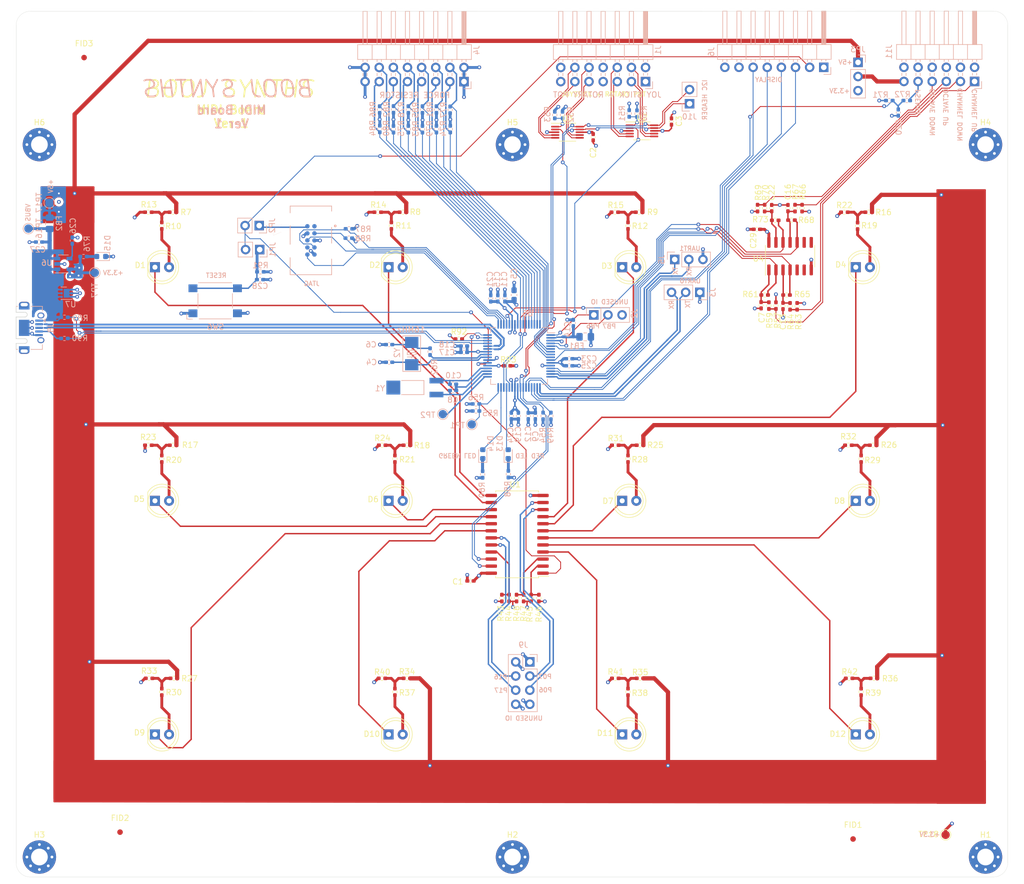
<source format=kicad_pcb>
(kicad_pcb (version 20171130) (host pcbnew "(5.1.9)-1")
  (layers (0 F.Cu signal) (1 In1.Cu signal hide) (2 In2.Cu signal hide) (31 B.Cu signal) (34 B.Paste user) (35 F.Paste user) (36 B.SilkS user) (37 F.SilkS user) (38 B.Mask user) (39 F.Mask user) (44 Edge.Cuts user))
  (net 0 "")
  (net 1 GND)
  (net 2 +3V3)
  (net 3 "/MCU USB POWER IO/OSC0")
  (net 4 VDDC)
  (net 5 "/MCU USB POWER IO/OSC1")
  (net 6 "Net-(C7-Pad1)")
  (net 7 "/MCU USB POWER IO/GNDX")
  (net 8 "/MCU USB POWER IO/XOSC0")
  (net 9 "/MCU USB POWER IO/XOSC1")
  (net 10 "Net-(C13-Pad1)")
  (net 11 +3.3VA)
  (net 12 "Net-(C16-Pad1)")
  (net 13 P_SENSE)
  (net 14 "Net-(C22-Pad1)")
  (net 15 "Net-(C26-Pad1)")
  (net 16 VBUS)
  (net 17 "Net-(C28-Pad1)")
  (net 18 "Net-(D1-Pad2)")
  (net 19 LED0)
  (net 20 "Net-(D2-Pad2)")
  (net 21 LED4)
  (net 22 LED8)
  (net 23 "Net-(D3-Pad2)")
  (net 24 LED1)
  (net 25 "Net-(D4-Pad2)")
  (net 26 LED5)
  (net 27 "Net-(D5-Pad2)")
  (net 28 "Net-(D6-Pad2)")
  (net 29 LED9)
  (net 30 "Net-(D7-Pad2)")
  (net 31 LED2)
  (net 32 "Net-(D8-Pad2)")
  (net 33 LED6)
  (net 34 "Net-(D9-Pad2)")
  (net 35 LED10)
  (net 36 LED3)
  (net 37 "Net-(D10-Pad2)")
  (net 38 LED7)
  (net 39 "Net-(D11-Pad2)")
  (net 40 LED11)
  (net 41 "Net-(D12-Pad2)")
  (net 42 "Net-(D13-Pad1)")
  (net 43 "/MCU USB POWER IO/RED_LED")
  (net 44 "/MCU USB POWER IO/GREEN_LED")
  (net 45 "Net-(D14-Pad1)")
  (net 46 "Net-(D15-Pad2)")
  (net 47 +5V)
  (net 48 ADC0_IN0)
  (net 49 ADC0_IN1)
  (net 50 ADC0_IN2)
  (net 51 ADC0_IN3)
  (net 52 ADC1_IN0)
  (net 53 ADC1_IN1)
  (net 54 ADC1_IN2)
  (net 55 ADC1_IN3)
  (net 56 PB7)
  (net 57 PB6)
  (net 58 UART0_TX)
  (net 59 UART0_RX)
  (net 60 AIN0)
  (net 61 AIN1)
  (net 62 AIN2)
  (net 63 AIN3)
  (net 64 AIN4)
  (net 65 AIN5)
  (net 66 AIN6)
  (net 67 AIN7)
  (net 68 AIN8)
  (net 69 AIN9)
  (net 70 AIN10)
  (net 71 AIN11)
  (net 72 UART1_RX)
  (net 73 UART1_TX)
  (net 74 "Net-(J6-Pad1)")
  (net 75 RST_N)
  (net 76 DISP_SS)
  (net 77 DISP_CLK)
  (net 78 DISP_MISO)
  (net 79 DISP_MOSI)
  (net 80 "Net-(J7-Pad1)")
  (net 81 JTAG_TMS)
  (net 82 JTAG_TCK)
  (net 83 JTAG_TDO)
  (net 84 "Net-(J7-Pad7)")
  (net 85 JTAG_TDI)
  (net 86 JTAG_RST_N)
  (net 87 "Net-(J8-Pad4)")
  (net 88 P06)
  (net 89 P17)
  (net 90 P07)
  (net 91 P16)
  (net 92 IOE_A0)
  (net 93 IOE_A1)
  (net 94 IOE_A2)
  (net 95 "Net-(R10-Pad1)")
  (net 96 "Net-(R11-Pad1)")
  (net 97 "Net-(R12-Pad1)")
  (net 98 "Net-(R16-Pad2)")
  (net 99 "Net-(R17-Pad2)")
  (net 100 "Net-(R18-Pad2)")
  (net 101 "Net-(R25-Pad2)")
  (net 102 "Net-(R26-Pad2)")
  (net 103 "Net-(R27-Pad2)")
  (net 104 "Net-(R34-Pad2)")
  (net 105 "Net-(R35-Pad2)")
  (net 106 "Net-(R36-Pad2)")
  (net 107 I2C_SCL)
  (net 108 "Net-(R50-Pad2)")
  (net 109 "Net-(R52-Pad2)")
  (net 110 I2C_SDA)
  (net 111 "/MCU USB POWER IO/WAKE_N")
  (net 112 CHN_UP)
  (net 113 "Net-(R62-Pad1)")
  (net 114 CHN_DWN)
  (net 115 OCT_UP)
  (net 116 OCT_DWN)
  (net 117 USB_VBUS)
  (net 118 USB_ID)
  (net 119 BOARD_ID)
  (net 120 "Net-(R93-Pad1)")
  (net 121 "Net-(TP2-Pad1)")
  (net 122 IO_EXP_INT_N)
  (net 123 ADC1_RDY)
  (net 124 ADC0_RDY)
  (net 125 USB_D+)
  (net 126 USB_D-)
  (net 127 SW_CHN_UP)
  (net 128 SW_CHN_DWN)
  (net 129 SW_OCT_UP)
  (net 130 SW_OCT_DWN)
  (net 131 SW_PSENSE)
  (net 132 "Net-(J11-Pad11)")
  (module Fiducial:Fiducial_1mm_Mask3mm (layer F.Cu) (at 219.964 222.4913)
    (fp_text reference FID1 (at 0 -2.54) (layer F.SilkS))
    (fp_text value Fiducial_1mm_Mask3mm)
    (pad "" smd circle (at 0 0) (size 1 1) (layers F.Cu F.Mask) (clearance 1))
  )
  (module Fiducial:Fiducial_1mm_Mask3mm (layer F.Cu) (at 88.1761 221.2594)
    (fp_text reference FID2 (at 0 -2.54) (layer F.SilkS))
    (fp_text value Fiducial_1mm_Mask3mm)
    (pad "" smd circle (at 0 0) (size 1 1) (layers F.Cu F.Mask) (clearance 1))
  )
  (module Fiducial:Fiducial_1mm_Mask3mm (layer F.Cu) (at 81.7118 82.0039)
    (fp_text reference FID3 (at 0 -2.54) (layer F.SilkS))
    (fp_text value Fiducial_1mm_Mask3mm)
    (pad "" smd circle (at 0 0) (size 1 1) (layers F.Cu F.Mask) (clearance 1))
  )
  (module Connector_USB:USB_Micro-AB_Molex_47590-0001 (layer B.Cu) (at 70.9422 130.5941 90)
    (fp_text reference J8 (at 0 4.8 270) (layer B.SilkS) (effects (justify mirror)))
    (fp_text value USB_B_Micro)
    (fp_line (start -3.75 -1.45) (end -2.8 -1.45) (layer Edge.Cuts) (width 0.1))
    (fp_line (start -2.8 0.125) (end -2.8 -1.45) (layer Edge.Cuts) (width 0.1))
    (fp_line (start -1.95 0.125) (end -1.95 -1.45) (layer Edge.Cuts) (width 0.1))
    (fp_line (start -1.95 -1.45) (end 1.95 -1.45) (layer Edge.Cuts) (width 0.1))
    (fp_line (start 1.95 0.125) (end 1.95 -1.45) (layer Edge.Cuts) (width 0.1))
    (fp_line (start 2.8 0.125) (end 2.8 -1.45) (layer Edge.Cuts) (width 0.1))
    (fp_line (start 2.8 -1.45) (end 3.75 -1.45) (layer Edge.Cuts) (width 0.1))
    (fp_arc (start 2.375 0.125) (end 1.95 0.125) (angle -180) (layer Edge.Cuts) (width 0.1))
    (fp_arc (start -2.375 0.125) (end -2.8 0.125) (angle -180) (layer Edge.Cuts) (width 0.1))
    (pad 6 thru_hole oval (at -2.225 3 90) (size 1.05 1.25) (drill oval 0.65 0.85) (layers *.Cu *.Mask) (net 1 GND))
    (pad 5 smd rect (at -1.3 2.675 90) (size 0.4 1.35) (layers B.Cu B.Paste B.Mask) (net 1 GND))
    (pad 4 smd rect (at -0.65 2.675 90) (size 0.4 1.35) (layers B.Cu B.Paste B.Mask) (net 87 "Net-(J8-Pad4)"))
    (pad 3 smd rect (at 0 2.675 90) (size 0.4 1.35) (layers B.Cu B.Paste B.Mask) (net 125 USB_D+))
    (pad 1 smd rect (at 1.3 2.675 90) (size 0.4 1.35) (layers B.Cu B.Paste B.Mask) (net 16 VBUS))
    (pad 6 thru_hole oval (at 2.225 3 90) (size 1.05 1.25) (drill oval 0.65 0.85) (layers *.Cu *.Mask) (net 1 GND))
    (pad 6 thru_hole oval (at -4.175 0 90) (size 1 1.9) (drill oval 0.6 1.3) (layers *.Cu *.Mask) (net 1 GND))
    (pad 6 thru_hole oval (at 4.175 0 90) (size 1 1.9) (drill oval 0.6 1.3) (layers *.Cu *.Mask) (net 1 GND))
    (pad 2 smd rect (at 0.65 2.675 90) (size 0.4 1.35) (layers B.Cu B.Paste B.Mask) (net 126 USB_D-))
    (pad 6 smd rect (at 0 0 90) (size 2.9 1.9) (layers B.Cu B.Paste B.Mask) (net 1 GND))
    (pad 6 smd rect (at 3.7375 0 90) (size 0.875 1.9) (layers B.Cu B.Mask) (net 1 GND))
    (pad 6 smd rect (at -3.7375 0 90) (size 0.875 1.9) (layers B.Cu B.Mask) (net 1 GND))
  )
  (module Connector_PinHeader_2.54mm:PinHeader_2x04_P2.54mm_Vertical (layer B.Cu) (at 161.8488 190.6524 180)
    (fp_text reference J9 (at 1.1684 3.0607) (layer B.SilkS) (effects (justify mirror)))
    (fp_text value Conn_02x04_Odd_Even)
    (pad 1 thru_hole rect (at 0 0 180) (size 1.7 1.7) (drill 1) (layers *.Cu *.Mask) (net 1 GND))
    (pad 2 thru_hole oval (at 2.54 0 180) (size 1.7 1.7) (drill 1) (layers *.Cu *.Mask) (net 1 GND))
    (pad 3 thru_hole oval (at 0 -2.54 180) (size 1.7 1.7) (drill 1) (layers *.Cu *.Mask) (net 90 P07))
    (pad 4 thru_hole oval (at 2.54 -2.54 180) (size 1.7 1.7) (drill 1) (layers *.Cu *.Mask) (net 91 P16))
    (pad 5 thru_hole oval (at 0 -5.08 180) (size 1.7 1.7) (drill 1) (layers *.Cu *.Mask) (net 88 P06))
    (pad 6 thru_hole oval (at 2.54 -5.08 180) (size 1.7 1.7) (drill 1) (layers *.Cu *.Mask) (net 89 P17))
    (pad 7 thru_hole oval (at 0 -7.62 180) (size 1.7 1.7) (drill 1) (layers *.Cu *.Mask) (net 1 GND))
    (pad 8 thru_hole oval (at 2.54 -7.62 180) (size 1.7 1.7) (drill 1) (layers *.Cu *.Mask) (net 1 GND))
  )
  (module Resistor_SMD:R_0402_1005Metric_Pad0.72x0.64mm_HandSolder (layer B.Cu) (at 166.3319 92.329 90)
    (fp_text reference R53 (at 0.1524 -1.3081 270) (layer B.SilkS) (effects (justify mirror)))
    (fp_text value 4.7K)
    (pad 1 smd roundrect (at -0.5975 0 90) (size 0.715 0.64) (layers B.Cu B.Paste B.Mask) (net 109 "Net-(R52-Pad2)"))
    (pad 2 smd roundrect (at 0.5975 0 90) (size 0.715 0.64) (layers B.Cu B.Paste B.Mask) (net 1 GND))
  )
  (module Resistor_SMD:R_0402_1005Metric_Pad0.72x0.64mm_HandSolder (layer B.Cu) (at 167.7289 92.329 270)
    (fp_text reference R52 (at -0.0762 -1.4732 270) (layer B.SilkS) (effects (justify mirror)))
    (fp_text value 4.7K)
    (pad 2 smd roundrect (at 0.5975 0 270) (size 0.715 0.64) (layers B.Cu B.Paste B.Mask) (net 109 "Net-(R52-Pad2)"))
    (pad 1 smd roundrect (at -0.5975 0 270) (size 0.715 0.64) (layers B.Cu B.Paste B.Mask) (net 2 +3V3))
  )
  (module Resistor_SMD:R_0402_1005Metric_Pad0.72x0.64mm_HandSolder (layer F.Cu) (at 159.4612 179.1716 270)
    (fp_text reference R48 (at 2.794 0 270) (layer F.SilkS))
    (fp_text value 4.7K hide)
    (pad 1 smd roundrect (at -0.5975 0 270) (size 0.715 0.64) (layers F.Cu F.Paste F.Mask) (net 94 IOE_A2))
    (pad 2 smd roundrect (at 0.5975 0 270) (size 0.715 0.64) (layers F.Cu F.Paste F.Mask) (net 1 GND))
  )
  (module Resistor_SMD:R_0402_1005Metric_Pad0.72x0.64mm_HandSolder (layer F.Cu) (at 162.0774 179.1716 90)
    (fp_text reference R45 (at -2.921 -0.254 270) (layer F.SilkS))
    (fp_text value 4.7K hide)
    (pad 2 smd roundrect (at 0.5975 0 90) (size 0.715 0.64) (layers F.Cu F.Paste F.Mask) (net 93 IOE_A1))
    (pad 1 smd roundrect (at -0.5975 0 90) (size 0.715 0.64) (layers F.Cu F.Paste F.Mask) (net 2 +3V3))
  )
  (module Resistor_SMD:R_0402_1005Metric_Pad0.72x0.64mm_HandSolder (layer F.Cu) (at 163.4744 179.1716 270)
    (fp_text reference R46 (at 2.921 0 270) (layer F.SilkS))
    (fp_text value 4.7K hide)
    (pad 1 smd roundrect (at -0.5975 0 270) (size 0.715 0.64) (layers F.Cu F.Paste F.Mask) (net 93 IOE_A1))
    (pad 2 smd roundrect (at 0.5975 0 270) (size 0.715 0.64) (layers F.Cu F.Paste F.Mask) (net 1 GND))
  )
  (module Resistor_SMD:R_0402_1005Metric_Pad0.72x0.64mm_HandSolder (layer F.Cu) (at 160.7312 179.1716 90)
    (fp_text reference R47 (at -2.794 0 270) (layer F.SilkS))
    (fp_text value 4.7K hide)
    (pad 2 smd roundrect (at 0.5975 0 90) (size 0.715 0.64) (layers F.Cu F.Paste F.Mask) (net 94 IOE_A2))
    (pad 1 smd roundrect (at -0.5975 0 90) (size 0.715 0.64) (layers F.Cu F.Paste F.Mask) (net 2 +3V3))
  )
  (module Capacitor_SMD:C_0402_1005Metric_Pad0.74x0.62mm_HandSolder (layer B.Cu) (at 168.9354 136.144)
    (fp_text reference C23 (at 3.556 0) (layer B.SilkS) (effects (justify mirror)))
    (fp_text value 0.1uF hide)
    (pad 2 smd roundrect (at 0.5675 0) (size 0.735 0.62) (layers B.Cu B.Paste B.Mask) (net 1 GND))
    (pad 1 smd roundrect (at -0.5675 0) (size 0.735 0.62) (layers B.Cu B.Paste B.Mask) (net 2 +3V3))
  )
  (module Capacitor_SMD:C_0402_1005Metric_Pad0.74x0.62mm_HandSolder (layer B.Cu) (at 150.0124 135.001 180)
    (fp_text reference C17 (at 3.048 0) (layer B.SilkS) (effects (justify mirror)))
    (fp_text value 0.01uF hide)
    (pad 2 smd roundrect (at 0.5675 0 180) (size 0.735 0.62) (layers B.Cu B.Paste B.Mask) (net 1 GND))
    (pad 1 smd roundrect (at -0.5675 0 180) (size 0.735 0.62) (layers B.Cu B.Paste B.Mask) (net 2 +3V3))
  )
  (module Capacitor_SMD:C_0402_1005Metric_Pad0.74x0.62mm_HandSolder (layer F.Cu) (at 151.1808 176.0982 180)
    (fp_text reference C1 (at 2.286 -0.127) (layer F.SilkS))
    (fp_text value 0.1uF hide)
    (pad 2 smd roundrect (at 0.5675 0 180) (size 0.735 0.62) (layers F.Cu F.Paste F.Mask) (net 1 GND))
    (pad 1 smd roundrect (at -0.5675 0 180) (size 0.735 0.62) (layers F.Cu F.Paste F.Mask) (net 2 +3V3))
  )
  (module Capacitor_SMD:C_0402_1005Metric_Pad0.74x0.62mm_HandSolder (layer B.Cu) (at 168.9354 137.414)
    (fp_text reference C25 (at 3.5306 -0.0254) (layer B.SilkS) (effects (justify mirror)))
    (fp_text value 0.1uF hide)
    (pad 1 smd roundrect (at -0.5675 0) (size 0.735 0.62) (layers B.Cu B.Paste B.Mask) (net 2 +3V3))
    (pad 2 smd roundrect (at 0.5675 0) (size 0.735 0.62) (layers B.Cu B.Paste B.Mask) (net 1 GND))
  )
  (module Capacitor_SMD:C_0402_1005Metric_Pad0.74x0.62mm_HandSolder (layer B.Cu) (at 158.5214 146.431 270)
    (fp_text reference C24 (at 3.4544 0.1524 270) (layer B.SilkS) (effects (justify mirror)))
    (fp_text value 0.1uF hide)
    (pad 2 smd roundrect (at 0.5675 0 270) (size 0.735 0.62) (layers B.Cu B.Paste B.Mask) (net 1 GND))
    (pad 1 smd roundrect (at -0.5675 0 270) (size 0.735 0.62) (layers B.Cu B.Paste B.Mask) (net 2 +3V3))
  )
  (module Capacitor_SMD:C_0402_1005Metric_Pad0.74x0.62mm_HandSolder (layer B.Cu) (at 136.5504 136.779 180)
    (fp_text reference C4 (at 3.175 0) (layer B.SilkS) (effects (justify mirror)))
    (fp_text value 10pF hide)
    (pad 1 smd roundrect (at -0.5675 0 180) (size 0.735 0.62) (layers B.Cu B.Paste B.Mask) (net 3 "/MCU USB POWER IO/OSC0"))
    (pad 2 smd roundrect (at 0.5675 0 180) (size 0.735 0.62) (layers B.Cu B.Paste B.Mask) (net 1 GND))
  )
  (module Capacitor_SMD:C_0603_1608Metric_Pad1.08x0.95mm_HandSolder (layer B.Cu) (at 159.0167 124.6897 90)
    (fp_text reference C5 (at 3.8365 0 270) (layer B.SilkS) (effects (justify mirror)))
    (fp_text value 2.2uF hide)
    (pad 1 smd roundrect (at -0.8625 0 90) (size 1.075 0.95) (layers B.Cu B.Paste B.Mask) (net 4 VDDC))
    (pad 2 smd roundrect (at 0.8625 0 90) (size 1.075 0.95) (layers B.Cu B.Paste B.Mask) (net 1 GND))
  )
  (module Capacitor_SMD:C_0402_1005Metric_Pad0.74x0.62mm_HandSolder (layer B.Cu) (at 136.5504 133.604 180)
    (fp_text reference C6 (at 3.2425 0) (layer B.SilkS) (effects (justify mirror)))
    (fp_text value 10pF hide)
    (pad 2 smd roundrect (at 0.5675 0 180) (size 0.735 0.62) (layers B.Cu B.Paste B.Mask) (net 1 GND))
    (pad 1 smd roundrect (at -0.5675 0 180) (size 0.735 0.62) (layers B.Cu B.Paste B.Mask) (net 5 "/MCU USB POWER IO/OSC1"))
  )
  (module Capacitor_SMD:C_0402_1005Metric_Pad0.74x0.62mm_HandSolder (layer F.Cu) (at 203.4286 126.5261 270)
    (fp_text reference C7 (at 2.2265 -0.127 90) (layer F.SilkS))
    (fp_text value 0.1uF hide)
    (pad 1 smd roundrect (at -0.5675 0 270) (size 0.735 0.62) (layers F.Cu F.Paste F.Mask) (net 6 "Net-(C7-Pad1)"))
    (pad 2 smd roundrect (at 0.5675 0 270) (size 0.735 0.62) (layers F.Cu F.Paste F.Mask) (net 1 GND))
  )
  (module Capacitor_SMD:C_0402_1005Metric_Pad0.74x0.62mm_HandSolder (layer B.Cu) (at 148.0479 141.859)
    (fp_text reference C8 (at -0.0548 1.6764) (layer B.SilkS) (effects (justify mirror)))
    (fp_text value 24pF hide)
    (pad 2 smd roundrect (at 0.5675 0) (size 0.735 0.62) (layers B.Cu B.Paste B.Mask) (net 7 "/MCU USB POWER IO/GNDX"))
    (pad 1 smd roundrect (at -0.5675 0) (size 0.735 0.62) (layers B.Cu B.Paste B.Mask) (net 8 "/MCU USB POWER IO/XOSC0"))
  )
  (module Capacitor_SMD:C_0402_1005Metric_Pad0.74x0.62mm_HandSolder (layer B.Cu) (at 162.8394 146.431 270)
    (fp_text reference C9 (at 3.6576 -0.0254 90) (layer B.SilkS) (effects (justify mirror)))
    (fp_text value 1uF hide)
    (pad 2 smd roundrect (at 0.5675 0 270) (size 0.735 0.62) (layers B.Cu B.Paste B.Mask) (net 1 GND))
    (pad 1 smd roundrect (at -0.5675 0 270) (size 0.735 0.62) (layers B.Cu B.Paste B.Mask) (net 4 VDDC))
  )
  (module Capacitor_SMD:C_0402_1005Metric_Pad0.74x0.62mm_HandSolder (layer B.Cu) (at 148.0399 140.716 180)
    (fp_text reference C10 (at -0.0802 1.5748) (layer B.SilkS) (effects (justify mirror)))
    (fp_text value 24pF hide)
    (pad 1 smd roundrect (at -0.5675 0 180) (size 0.735 0.62) (layers B.Cu B.Paste B.Mask) (net 7 "/MCU USB POWER IO/GNDX"))
    (pad 2 smd roundrect (at 0.5675 0 180) (size 0.735 0.62) (layers B.Cu B.Paste B.Mask) (net 9 "/MCU USB POWER IO/XOSC1"))
  )
  (module Capacitor_SMD:C_0402_1005Metric_Pad0.74x0.62mm_HandSolder (layer B.Cu) (at 157.3657 125.2982 90)
    (fp_text reference C11 (at 3.429 -0.127 270) (layer B.SilkS) (effects (justify mirror)))
    (fp_text value 0.1uF hide)
    (pad 1 smd roundrect (at -0.5675 0 90) (size 0.735 0.62) (layers B.Cu B.Paste B.Mask) (net 4 VDDC))
    (pad 2 smd roundrect (at 0.5675 0 90) (size 0.735 0.62) (layers B.Cu B.Paste B.Mask) (net 1 GND))
  )
  (module Capacitor_SMD:C_0402_1005Metric_Pad0.74x0.62mm_HandSolder (layer B.Cu) (at 161.5694 146.431 270)
    (fp_text reference C12 (at 3.2512 0.0254 90) (layer B.SilkS) (effects (justify mirror)))
    (fp_text value 0.1uF hide)
    (pad 2 smd roundrect (at 0.5675 0 270) (size 0.735 0.62) (layers B.Cu B.Paste B.Mask) (net 1 GND))
    (pad 1 smd roundrect (at -0.5675 0 270) (size 0.735 0.62) (layers B.Cu B.Paste B.Mask) (net 4 VDDC))
  )
  (module Capacitor_SMD:C_0402_1005Metric_Pad0.74x0.62mm_HandSolder (layer F.Cu) (at 207.3656 126.6611 270)
    (fp_text reference C13 (at 2.8535 0 90) (layer F.SilkS))
    (fp_text value 0.1uF hide)
    (pad 1 smd roundrect (at -0.5675 0 270) (size 0.735 0.62) (layers F.Cu F.Paste F.Mask) (net 10 "Net-(C13-Pad1)"))
    (pad 2 smd roundrect (at 0.5675 0 270) (size 0.735 0.62) (layers F.Cu F.Paste F.Mask) (net 1 GND))
  )
  (module Capacitor_SMD:C_0402_1005Metric_Pad0.74x0.62mm_HandSolder (layer B.Cu) (at 169.672 129.7178 90)
    (fp_text reference C14 (at -1.1557 -1.0668 90) (layer B.SilkS) (effects (justify mirror)))
    (fp_text value 0.1uF hide)
    (pad 1 smd roundrect (at -0.5675 0 90) (size 0.735 0.62) (layers B.Cu B.Paste B.Mask) (net 11 +3.3VA))
    (pad 2 smd roundrect (at 0.5675 0 90) (size 0.735 0.62) (layers B.Cu B.Paste B.Mask) (net 1 GND))
  )
  (module Capacitor_SMD:C_0402_1005Metric_Pad0.74x0.62mm_HandSolder (layer B.Cu) (at 156.0957 125.2982 90)
    (fp_text reference C15 (at 3.429 -0.127 90) (layer B.SilkS) (effects (justify mirror)))
    (fp_text value 0.01uF hide)
    (pad 1 smd roundrect (at -0.5675 0 90) (size 0.735 0.62) (layers B.Cu B.Paste B.Mask) (net 2 +3V3))
    (pad 2 smd roundrect (at 0.5675 0 90) (size 0.735 0.62) (layers B.Cu B.Paste B.Mask) (net 1 GND))
  )
  (module Capacitor_SMD:C_0402_1005Metric_Pad0.74x0.62mm_HandSolder (layer F.Cu) (at 208.2546 109.0676 90)
    (fp_text reference C16 (at 2.921 0 90) (layer F.SilkS))
    (fp_text value 0.1uF hide)
    (pad 2 smd roundrect (at 0.5675 0 90) (size 0.735 0.62) (layers F.Cu F.Paste F.Mask) (net 1 GND))
    (pad 1 smd roundrect (at -0.5675 0 90) (size 0.735 0.62) (layers F.Cu F.Paste F.Mask) (net 12 "Net-(C16-Pad1)"))
  )
  (module Capacitor_SMD:C_0402_1005Metric_Pad0.74x0.62mm_HandSolder (layer B.Cu) (at 150.0124 133.858 180)
    (fp_text reference C18 (at 3.048 0.254) (layer B.SilkS) (effects (justify mirror)))
    (fp_text value 0.01uF hide)
    (pad 1 smd roundrect (at -0.5675 0 180) (size 0.735 0.62) (layers B.Cu B.Paste B.Mask) (net 2 +3V3))
    (pad 2 smd roundrect (at 0.5675 0 180) (size 0.735 0.62) (layers B.Cu B.Paste B.Mask) (net 1 GND))
  )
  (module Capacitor_SMD:C_0402_1005Metric_Pad0.74x0.62mm_HandSolder (layer B.Cu) (at 159.7914 146.431 270)
    (fp_text reference C19 (at 3.3274 0.0508 270) (layer B.SilkS) (effects (justify mirror)))
    (fp_text value 0.01uF hide)
    (pad 2 smd roundrect (at 0.5675 0 270) (size 0.735 0.62) (layers B.Cu B.Paste B.Mask) (net 1 GND))
    (pad 1 smd roundrect (at -0.5675 0 270) (size 0.735 0.62) (layers B.Cu B.Paste B.Mask) (net 2 +3V3))
  )
  (module Capacitor_SMD:C_0402_1005Metric_Pad0.74x0.62mm_HandSolder (layer B.Cu) (at 228.092 91.8845 270)
    (fp_text reference C20 (at 2.6416 -0.0889 90) (layer B.SilkS) (effects (justify mirror)))
    (fp_text value 0.1uF hide)
    (pad 1 smd roundrect (at -0.5675 0 270) (size 0.735 0.62) (layers B.Cu B.Paste B.Mask) (net 13 P_SENSE))
    (pad 2 smd roundrect (at 0.5675 0 270) (size 0.735 0.62) (layers B.Cu B.Paste B.Mask) (net 1 GND))
  )
  (module Capacitor_SMD:C_0402_1005Metric_Pad0.74x0.62mm_HandSolder (layer B.Cu) (at 154.8257 125.2982 90)
    (fp_text reference C21 (at 3.429 -0.127 90) (layer B.SilkS) (effects (justify mirror)))
    (fp_text value 0.1uF hide)
    (pad 1 smd roundrect (at -0.5675 0 90) (size 0.735 0.62) (layers B.Cu B.Paste B.Mask) (net 2 +3V3))
    (pad 2 smd roundrect (at 0.5675 0 90) (size 0.735 0.62) (layers B.Cu B.Paste B.Mask) (net 1 GND))
  )
  (module Capacitor_SMD:C_0402_1005Metric_Pad0.74x0.62mm_HandSolder (layer F.Cu) (at 205.3336 109.0676 90)
    (fp_text reference C22 (at 2.794 0 90) (layer F.SilkS))
    (fp_text value 0.1uF hide)
    (pad 2 smd roundrect (at 0.5675 0 90) (size 0.735 0.62) (layers F.Cu F.Paste F.Mask) (net 1 GND))
    (pad 1 smd roundrect (at -0.5675 0 90) (size 0.735 0.62) (layers F.Cu F.Paste F.Mask) (net 14 "Net-(C22-Pad1)"))
  )
  (module Capacitor_SMD:C_0402_1005Metric_Pad0.74x0.62mm_HandSolder (layer F.Cu) (at 173.2407 96.3168 270)
    (fp_text reference C2 (at 2.794 0 90) (layer F.SilkS))
    (fp_text value 0.1uF)
    (pad 1 smd roundrect (at -0.5675 0 270) (size 0.735 0.62) (layers F.Cu F.Paste F.Mask) (net 2 +3V3))
    (pad 2 smd roundrect (at 0.5675 0 270) (size 0.735 0.62) (layers F.Cu F.Paste F.Mask) (net 1 GND))
  )
  (module Capacitor_SMD:C_0402_1005Metric_Pad0.74x0.62mm_HandSolder (layer F.Cu) (at 187.3123 93.4974 90)
    (fp_text reference C3 (at 0.0635 1.3589 90) (layer F.SilkS))
    (fp_text value 0.1uF)
    (pad 2 smd roundrect (at 0.5675 0 90) (size 0.735 0.62) (layers F.Cu F.Paste F.Mask) (net 1 GND))
    (pad 1 smd roundrect (at -0.5675 0 90) (size 0.735 0.62) (layers F.Cu F.Paste F.Mask) (net 2 +3V3))
  )
  (module Capacitor_SMD:C_0402_1005Metric_Pad0.74x0.62mm_HandSolder (layer B.Cu) (at 79.5782 114.9096 90)
    (fp_text reference C26 (at 2.667 0.127 90) (layer B.SilkS) (effects (justify mirror)))
    (fp_text value 0.1uF hide)
    (pad 1 smd roundrect (at -0.5675 0 90) (size 0.735 0.62) (layers B.Cu B.Paste B.Mask) (net 15 "Net-(C26-Pad1)"))
    (pad 2 smd roundrect (at 0.5675 0 90) (size 0.735 0.62) (layers B.Cu B.Paste B.Mask) (net 1 GND))
  )
  (module Capacitor_SMD:C_0402_1005Metric_Pad0.74x0.62mm_HandSolder (layer B.Cu) (at 73.6092 115.1636 180)
    (fp_text reference C27 (at 0.2286 -1.3716 180) (layer B.SilkS) (effects (justify mirror)))
    (fp_text value 1uF hide)
    (pad 2 smd roundrect (at 0.5675 0 180) (size 0.735 0.62) (layers B.Cu B.Paste B.Mask) (net 1 GND))
    (pad 1 smd roundrect (at -0.5675 0 180) (size 0.735 0.62) (layers B.Cu B.Paste B.Mask) (net 16 VBUS))
  )
  (module Capacitor_SMD:C_0402_1005Metric_Pad0.74x0.62mm_HandSolder (layer B.Cu) (at 113.3515 121.92)
    (fp_text reference C28 (at 0 1.16) (layer B.SilkS) (effects (justify mirror)))
    (fp_text value 0.1uF hide)
    (pad 1 smd roundrect (at -0.5675 0) (size 0.735 0.62) (layers B.Cu B.Paste B.Mask) (net 17 "Net-(C28-Pad1)"))
    (pad 2 smd roundrect (at 0.5675 0) (size 0.735 0.62) (layers B.Cu B.Paste B.Mask) (net 1 GND))
  )
  (module LED_THT:LED_D5.0mm (layer F.Cu) (at 94.4528 119.6902)
    (fp_text reference D1 (at -2.6445 -0.361) (layer F.SilkS))
    (fp_text value LED)
    (pad 2 thru_hole circle (at 2.54 0) (size 1.8 1.8) (drill 0.9) (layers *.Cu *.Mask) (net 18 "Net-(D1-Pad2)"))
    (pad 1 thru_hole rect (at 0 0) (size 1.8 1.8) (drill 0.9) (layers *.Cu *.Mask) (net 21 LED4))
  )
  (module LED_THT:LED_D5.0mm (layer F.Cu) (at 136.4528 119.6902)
    (fp_text reference D2 (at -2.4805 -0.3864) (layer F.SilkS))
    (fp_text value LED)
    (pad 2 thru_hole circle (at 2.54 0) (size 1.8 1.8) (drill 0.9) (layers *.Cu *.Mask) (net 20 "Net-(D2-Pad2)"))
    (pad 1 thru_hole rect (at 0 0) (size 1.8 1.8) (drill 0.9) (layers *.Cu *.Mask) (net 26 LED5))
  )
  (module LED_THT:LED_D5.0mm (layer F.Cu) (at 178.4528 119.6902)
    (fp_text reference D3 (at -2.761 -0.234) (layer F.SilkS))
    (fp_text value LED)
    (pad 1 thru_hole rect (at 0 0) (size 1.8 1.8) (drill 0.9) (layers *.Cu *.Mask) (net 33 LED6))
    (pad 2 thru_hole circle (at 2.54 0) (size 1.8 1.8) (drill 0.9) (layers *.Cu *.Mask) (net 23 "Net-(D3-Pad2)"))
  )
  (module LED_THT:LED_D5.0mm (layer F.Cu) (at 220.4528 119.6902)
    (fp_text reference D4 (at -2.6986 -0.4499) (layer F.SilkS))
    (fp_text value LED)
    (pad 1 thru_hole rect (at 0 0) (size 1.8 1.8) (drill 0.9) (layers *.Cu *.Mask) (net 38 LED7))
    (pad 2 thru_hole circle (at 2.54 0) (size 1.8 1.8) (drill 0.9) (layers *.Cu *.Mask) (net 25 "Net-(D4-Pad2)"))
  )
  (module LED_THT:LED_D5.0mm (layer F.Cu) (at 94.4528 161.6902)
    (fp_text reference D5 (at -2.8477 -0.324) (layer F.SilkS))
    (fp_text value LED)
    (pad 1 thru_hole rect (at 0 0) (size 1.8 1.8) (drill 0.9) (layers *.Cu *.Mask) (net 31 LED2))
    (pad 2 thru_hole circle (at 2.54 0) (size 1.8 1.8) (drill 0.9) (layers *.Cu *.Mask) (net 27 "Net-(D5-Pad2)"))
  )
  (module LED_THT:LED_D5.0mm (layer F.Cu) (at 136.4528 161.6902)
    (fp_text reference D6 (at -2.7726 -0.2732) (layer F.SilkS))
    (fp_text value LED)
    (pad 2 thru_hole circle (at 2.54 0) (size 1.8 1.8) (drill 0.9) (layers *.Cu *.Mask) (net 28 "Net-(D6-Pad2)"))
    (pad 1 thru_hole rect (at 0 0) (size 1.8 1.8) (drill 0.9) (layers *.Cu *.Mask) (net 36 LED3))
  )
  (module LED_THT:LED_D5.0mm (layer F.Cu) (at 178.4528 161.6902)
    (fp_text reference D7 (at -2.5578 0.0443) (layer F.SilkS))
    (fp_text value LED)
    (pad 2 thru_hole circle (at 2.54 0) (size 1.8 1.8) (drill 0.9) (layers *.Cu *.Mask) (net 30 "Net-(D7-Pad2)"))
    (pad 1 thru_hole rect (at 0 0) (size 1.8 1.8) (drill 0.9) (layers *.Cu *.Mask) (net 22 LED8))
  )
  (module LED_THT:LED_D5.0mm (layer F.Cu) (at 220.4528 161.6902)
    (fp_text reference D8 (at -2.9272 0.0062) (layer F.SilkS))
    (fp_text value LED)
    (pad 2 thru_hole circle (at 2.54 0) (size 1.8 1.8) (drill 0.9) (layers *.Cu *.Mask) (net 32 "Net-(D8-Pad2)"))
    (pad 1 thru_hole rect (at 0 0) (size 1.8 1.8) (drill 0.9) (layers *.Cu *.Mask) (net 29 LED9))
  )
  (module LED_THT:LED_D5.0mm (layer F.Cu) (at 94.4528 203.6902)
    (fp_text reference D9 (at -2.7842 -0.3251) (layer F.SilkS))
    (fp_text value LED)
    (pad 2 thru_hole circle (at 2.54 0) (size 1.8 1.8) (drill 0.9) (layers *.Cu *.Mask) (net 34 "Net-(D9-Pad2)"))
    (pad 1 thru_hole rect (at 0 0) (size 1.8 1.8) (drill 0.9) (layers *.Cu *.Mask) (net 24 LED1))
  )
  (module LED_THT:LED_D5.0mm (layer F.Cu) (at 136.4528 203.6902)
    (fp_text reference D10 (at -3.0139 -0.0838) (layer F.SilkS))
    (fp_text value LED)
    (pad 1 thru_hole rect (at 0 0) (size 1.8 1.8) (drill 0.9) (layers *.Cu *.Mask) (net 19 LED0))
    (pad 2 thru_hole circle (at 2.54 0) (size 1.8 1.8) (drill 0.9) (layers *.Cu *.Mask) (net 37 "Net-(D10-Pad2)"))
  )
  (module LED_THT:LED_D5.0mm (layer F.Cu) (at 178.4528 203.6902)
    (fp_text reference D11 (at -3.0785 -0.2489) (layer F.SilkS))
    (fp_text value LED)
    (pad 1 thru_hole rect (at 0 0) (size 1.8 1.8) (drill 0.9) (layers *.Cu *.Mask) (net 40 LED11))
    (pad 2 thru_hole circle (at 2.54 0) (size 1.8 1.8) (drill 0.9) (layers *.Cu *.Mask) (net 39 "Net-(D11-Pad2)"))
  )
  (module LED_THT:LED_D5.0mm (layer F.Cu) (at 220.4528 203.6902)
    (fp_text reference D12 (at -3.2447 -0.0965) (layer F.SilkS))
    (fp_text value LED)
    (pad 1 thru_hole rect (at 0 0) (size 1.8 1.8) (drill 0.9) (layers *.Cu *.Mask) (net 35 LED10))
    (pad 2 thru_hole circle (at 2.54 0) (size 1.8 1.8) (drill 0.9) (layers *.Cu *.Mask) (net 41 "Net-(D12-Pad2)"))
  )
  (module LED_SMD:LED_0603_1608Metric (layer B.Cu) (at 157.9626 153.289 90)
    (fp_text reference D13 (at 1.905 -1.524 90) (layer B.SilkS) (effects (justify mirror)))
    (fp_text value LED_RED)
    (pad 1 smd roundrect (at -0.7875 0 90) (size 0.875 0.95) (layers B.Cu B.Paste B.Mask) (net 42 "Net-(D13-Pad1)"))
    (pad 2 smd roundrect (at 0.7875 0 90) (size 0.875 0.95) (layers B.Cu B.Paste B.Mask) (net 43 "/MCU USB POWER IO/RED_LED"))
  )
  (module LED_SMD:LED_0603_1608Metric (layer B.Cu) (at 153.3906 153.289 90)
    (fp_text reference D14 (at 1.905 1.397 90) (layer B.SilkS) (effects (justify mirror)))
    (fp_text value LED_GREEN)
    (pad 2 smd roundrect (at 0.7875 0 90) (size 0.875 0.95) (layers B.Cu B.Paste B.Mask) (net 44 "/MCU USB POWER IO/GREEN_LED"))
    (pad 1 smd roundrect (at -0.7875 0 90) (size 0.875 0.95) (layers B.Cu B.Paste B.Mask) (net 45 "Net-(D14-Pad1)"))
  )
  (module LED_SMD:LED_0603_1608Metric (layer B.Cu) (at 84.7852 117.7671 180)
    (fp_text reference D15 (at -1.143 2.413 270) (layer B.SilkS) (effects (justify mirror)))
    (fp_text value +3.3V hide)
    (pad 1 smd roundrect (at -0.7875 0 180) (size 0.875 0.95) (layers B.Cu B.Paste B.Mask) (net 1 GND))
    (pad 2 smd roundrect (at 0.7875 0 180) (size 0.875 0.95) (layers B.Cu B.Paste B.Mask) (net 46 "Net-(D15-Pad2)"))
  )
  (module Inductor_SMD:L_0805_2012Metric_Pad1.15x1.40mm_HandSolder (layer B.Cu) (at 171.8056 132.207 180)
    (fp_text reference FB1 (at 1.5621 -1.651) (layer B.SilkS) (effects (justify mirror)))
    (fp_text value 600_Ohm@100MHz hide)
    (pad 2 smd roundrect (at 1.025 0 180) (size 1.15 1.4) (layers B.Cu B.Paste B.Mask) (roundrect_rratio 0.2173904347826087) (net 11 +3.3VA))
    (pad 1 smd roundrect (at -1.025 0 180) (size 1.15 1.4) (layers B.Cu B.Paste B.Mask) (roundrect_rratio 0.2173904347826087) (net 2 +3V3))
  )
  (module Inductor_SMD:L_0805_2012Metric_Pad1.15x1.40mm_HandSolder (layer B.Cu) (at 75.5142 111.7981 270)
    (fp_text reference FB2 (at 0 -1.7145 90) (layer B.SilkS) (effects (justify mirror)))
    (fp_text value 600_Ohm@100MHz hide)
    (pad 1 smd roundrect (at -1.025 0 270) (size 1.15 1.4) (layers B.Cu B.Paste B.Mask) (roundrect_rratio 0.2173904347826087) (net 47 +5V))
    (pad 2 smd roundrect (at 1.025 0 270) (size 1.15 1.4) (layers B.Cu B.Paste B.Mask) (roundrect_rratio 0.2173904347826087) (net 16 VBUS))
  )
  (module Connector_PinHeader_2.54mm:PinHeader_2x07_P2.54mm_Horizontal (layer B.Cu) (at 182.6514 86.3219 90)
    (fp_text reference J1 (at 5.655 2.27 270) (layer B.SilkS) (effects (justify mirror)))
    (fp_text value Conn_02x07_Odd_Even)
    (pad 1 thru_hole rect (at 0 0 90) (size 1.7 1.7) (drill 1) (layers *.Cu *.Mask) (net 2 +3V3))
    (pad 2 thru_hole oval (at 2.54 0 90) (size 1.7 1.7) (drill 1) (layers *.Cu *.Mask) (net 2 +3V3))
    (pad 3 thru_hole oval (at 0 -2.54 90) (size 1.7 1.7) (drill 1) (layers *.Cu *.Mask) (net 54 ADC1_IN2))
    (pad 4 thru_hole oval (at 2.54 -2.54 90) (size 1.7 1.7) (drill 1) (layers *.Cu *.Mask) (net 55 ADC1_IN3))
    (pad 5 thru_hole oval (at 0 -5.08 90) (size 1.7 1.7) (drill 1) (layers *.Cu *.Mask) (net 52 ADC1_IN0))
    (pad 6 thru_hole oval (at 2.54 -5.08 90) (size 1.7 1.7) (drill 1) (layers *.Cu *.Mask) (net 53 ADC1_IN1))
    (pad 7 thru_hole oval (at 0 -7.62 90) (size 1.7 1.7) (drill 1) (layers *.Cu *.Mask) (net 1 GND))
    (pad 8 thru_hole oval (at 2.54 -7.62 90) (size 1.7 1.7) (drill 1) (layers *.Cu *.Mask) (net 1 GND))
    (pad 9 thru_hole oval (at 0 -10.16 90) (size 1.7 1.7) (drill 1) (layers *.Cu *.Mask) (net 51 ADC0_IN3))
    (pad 10 thru_hole oval (at 2.54 -10.16 90) (size 1.7 1.7) (drill 1) (layers *.Cu *.Mask) (net 50 ADC0_IN2))
    (pad 11 thru_hole oval (at 0 -12.7 90) (size 1.7 1.7) (drill 1) (layers *.Cu *.Mask) (net 48 ADC0_IN0))
    (pad 12 thru_hole oval (at 2.54 -12.7 90) (size 1.7 1.7) (drill 1) (layers *.Cu *.Mask) (net 49 ADC0_IN1))
    (pad 13 thru_hole oval (at 0 -15.24 90) (size 1.7 1.7) (drill 1) (layers *.Cu *.Mask) (net 1 GND))
    (pad 14 thru_hole oval (at 2.54 -15.24 90) (size 1.7 1.7) (drill 1) (layers *.Cu *.Mask) (net 1 GND))
  )
  (module Connector_PinHeader_2.54mm:PinHeader_1x03_P2.54mm_Vertical (layer B.Cu) (at 192.405 124.206 90)
    (fp_text reference J3 (at 0 2.33 90) (layer B.SilkS) (effects (justify mirror)))
    (fp_text value Conn_01x03_Male)
    (pad 3 thru_hole oval (at 0 -5.08 90) (size 1.7 1.7) (drill 1) (layers *.Cu *.Mask) (net 59 UART0_RX))
    (pad 2 thru_hole oval (at 0 -2.54 90) (size 1.7 1.7) (drill 1) (layers *.Cu *.Mask) (net 58 UART0_TX))
    (pad 1 thru_hole rect (at 0 0 90) (size 1.7 1.7) (drill 1) (layers *.Cu *.Mask) (net 1 GND))
  )
  (module Connector_PinHeader_2.54mm:PinHeader_2x08_P2.54mm_Horizontal (layer B.Cu) (at 150.0124 86.3219 90)
    (fp_text reference J4 (at 5.655 2.27 270) (layer B.SilkS) (effects (justify mirror)))
    (fp_text value Conn_02x08_Odd_Even)
    (pad 1 thru_hole rect (at 0 0 90) (size 1.7 1.7) (drill 1) (layers *.Cu *.Mask) (net 2 +3V3))
    (pad 2 thru_hole oval (at 2.54 0 90) (size 1.7 1.7) (drill 1) (layers *.Cu *.Mask) (net 2 +3V3))
    (pad 3 thru_hole oval (at 0 -2.54 90) (size 1.7 1.7) (drill 1) (layers *.Cu *.Mask) (net 61 AIN1))
    (pad 4 thru_hole oval (at 2.54 -2.54 90) (size 1.7 1.7) (drill 1) (layers *.Cu *.Mask) (net 60 AIN0))
    (pad 5 thru_hole oval (at 0 -5.08 90) (size 1.7 1.7) (drill 1) (layers *.Cu *.Mask) (net 63 AIN3))
    (pad 6 thru_hole oval (at 2.54 -5.08 90) (size 1.7 1.7) (drill 1) (layers *.Cu *.Mask) (net 62 AIN2))
    (pad 7 thru_hole oval (at 0 -7.62 90) (size 1.7 1.7) (drill 1) (layers *.Cu *.Mask) (net 65 AIN5))
    (pad 8 thru_hole oval (at 2.54 -7.62 90) (size 1.7 1.7) (drill 1) (layers *.Cu *.Mask) (net 64 AIN4))
    (pad 9 thru_hole oval (at 0 -10.16 90) (size 1.7 1.7) (drill 1) (layers *.Cu *.Mask) (net 67 AIN7))
    (pad 10 thru_hole oval (at 2.54 -10.16 90) (size 1.7 1.7) (drill 1) (layers *.Cu *.Mask) (net 66 AIN6))
    (pad 11 thru_hole oval (at 0 -12.7 90) (size 1.7 1.7) (drill 1) (layers *.Cu *.Mask) (net 69 AIN9))
    (pad 12 thru_hole oval (at 2.54 -12.7 90) (size 1.7 1.7) (drill 1) (layers *.Cu *.Mask) (net 68 AIN8))
    (pad 13 thru_hole oval (at 0 -15.24 90) (size 1.7 1.7) (drill 1) (layers *.Cu *.Mask) (net 71 AIN11))
    (pad 14 thru_hole oval (at 2.54 -15.24 90) (size 1.7 1.7) (drill 1) (layers *.Cu *.Mask) (net 70 AIN10))
    (pad 15 thru_hole oval (at 0 -17.78 90) (size 1.7 1.7) (drill 1) (layers *.Cu *.Mask) (net 2 +3V3))
    (pad 16 thru_hole oval (at 2.54 -17.78 90) (size 1.7 1.7) (drill 1) (layers *.Cu *.Mask) (net 2 +3V3))
  )
  (module Connector_PinHeader_2.54mm:PinHeader_1x03_P2.54mm_Vertical (layer B.Cu) (at 187.8965 118.3005 270)
    (fp_text reference J5 (at 0 2.33 90) (layer B.SilkS) (effects (justify mirror)))
    (fp_text value Conn_01x03_Male)
    (pad 1 thru_hole rect (at 0 0 270) (size 1.7 1.7) (drill 1) (layers *.Cu *.Mask) (net 73 UART1_TX))
    (pad 2 thru_hole oval (at 0 -2.54 270) (size 1.7 1.7) (drill 1) (layers *.Cu *.Mask) (net 72 UART1_RX))
    (pad 3 thru_hole oval (at 0 -5.08 270) (size 1.7 1.7) (drill 1) (layers *.Cu *.Mask) (net 1 GND))
  )
  (module Connector_PinHeader_2.54mm:PinHeader_1x08_P2.54mm_Horizontal (layer B.Cu) (at 214.6935 83.7565 90)
    (fp_text reference J6 (at 2.8067 -20.2184 270) (layer B.SilkS) (effects (justify mirror)))
    (fp_text value Conn_01x08_Female)
    (pad 1 thru_hole rect (at 0 0 90) (size 1.7 1.7) (drill 1) (layers *.Cu *.Mask) (net 74 "Net-(J6-Pad1)"))
    (pad 2 thru_hole oval (at 0 -2.54 90) (size 1.7 1.7) (drill 1) (layers *.Cu *.Mask) (net 75 RST_N))
    (pad 3 thru_hole oval (at 0 -5.08 90) (size 1.7 1.7) (drill 1) (layers *.Cu *.Mask) (net 76 DISP_SS))
    (pad 4 thru_hole oval (at 0 -7.62 90) (size 1.7 1.7) (drill 1) (layers *.Cu *.Mask) (net 77 DISP_CLK))
    (pad 5 thru_hole oval (at 0 -10.16 90) (size 1.7 1.7) (drill 1) (layers *.Cu *.Mask) (net 78 DISP_MISO))
    (pad 6 thru_hole oval (at 0 -12.7 90) (size 1.7 1.7) (drill 1) (layers *.Cu *.Mask) (net 79 DISP_MOSI))
    (pad 7 thru_hole oval (at 0 -15.24 90) (size 1.7 1.7) (drill 1) (layers *.Cu *.Mask) (net 2 +3V3))
    (pad 8 thru_hole oval (at 0 -17.78 90) (size 1.7 1.7) (drill 1) (layers *.Cu *.Mask) (net 1 GND))
  )
  (module TC2050-IDC:TAG-CONNECT_TC2050-IDC (layer B.Cu) (at 122.4915 114.8715 270)
    (fp_text reference J7 (at -1.908355 5.979565 90) (layer B.SilkS) (effects (font (size 1.40248 1.40248) (thickness 0.015)) (justify mirror)))
    (fp_text value TC2050-IDC)
    (pad None np_thru_hole circle (at -3.81 0 270) (size 0.9906 0.9906) (drill 0.9906) (layers *.Cu *.Mask))
    (pad None np_thru_hole circle (at 3.81 1.015 270) (size 0.9906 0.9906) (drill 0.9906) (layers *.Cu *.Mask))
    (pad None np_thru_hole circle (at 3.81 -1.015 270) (size 0.9906 0.9906) (drill 0.9906) (layers *.Cu *.Mask))
    (pad None np_thru_hole circle (at -3.81 2.54 270) (size 2.3749 2.3749) (drill 2.3749) (layers *.Cu *.Mask))
    (pad None np_thru_hole circle (at 1.905 2.54 270) (size 2.3749 2.3749) (drill 2.3749) (layers *.Cu *.Mask))
    (pad None np_thru_hole circle (at -3.81 -2.54 270) (size 2.3749 2.3749) (drill 2.3749) (layers *.Cu *.Mask))
    (pad None np_thru_hole circle (at 1.905 -2.54 270) (size 2.3749 2.3749) (drill 2.3749) (layers *.Cu *.Mask))
    (pad 1 smd circle (at -2.54 -0.635 270) (size 0.7874 0.7874) (layers B.Cu B.Mask) (net 80 "Net-(J7-Pad1)"))
    (pad 2 smd circle (at -1.27 -0.635 270) (size 0.7874 0.7874) (layers B.Cu B.Mask) (net 81 JTAG_TMS))
    (pad 3 smd circle (at 0 -0.635 270) (size 0.7874 0.7874) (layers B.Cu B.Mask) (net 1 GND))
    (pad 4 smd circle (at 1.27 -0.635 270) (size 0.7874 0.7874) (layers B.Cu B.Mask) (net 82 JTAG_TCK))
    (pad 5 smd circle (at 2.54 -0.635 270) (size 0.7874 0.7874) (layers B.Cu B.Mask) (net 1 GND))
    (pad 6 smd circle (at 2.54 0.635 270) (size 0.7874 0.7874) (layers B.Cu B.Mask) (net 83 JTAG_TDO))
    (pad 7 smd circle (at 1.27 0.635 270) (size 0.7874 0.7874) (layers B.Cu B.Mask) (net 84 "Net-(J7-Pad7)"))
    (pad 8 smd circle (at 0 0.635 270) (size 0.7874 0.7874) (layers B.Cu B.Mask) (net 85 JTAG_TDI))
    (pad 9 smd circle (at -1.27 0.635 270) (size 0.7874 0.7874) (layers B.Cu B.Mask) (net 1 GND))
    (pad 10 smd circle (at -2.54 0.635 270) (size 0.7874 0.7874) (layers B.Cu B.Mask) (net 86 JTAG_RST_N))
  )
  (module Connector_PinHeader_2.54mm:PinHeader_1x02_P2.54mm_Vertical (layer B.Cu) (at 113.284 116.5225 90)
    (fp_text reference JP1 (at 0 2.33 90) (layer B.SilkS) (effects (justify mirror)))
    (fp_text value Jumper_NC_Small hide)
    (pad 1 thru_hole rect (at 0 0 90) (size 1.7 1.7) (drill 1) (layers *.Cu *.Mask) (net 17 "Net-(C28-Pad1)"))
    (pad 2 thru_hole oval (at 0 -2.54 90) (size 1.7 1.7) (drill 1) (layers *.Cu *.Mask) (net 75 RST_N))
  )
  (module Connector_PinHeader_2.54mm:PinHeader_1x02_P2.54mm_Vertical (layer B.Cu) (at 113.1951 112.2045 90)
    (fp_text reference JP2 (at 0 2.33 90) (layer B.SilkS) (effects (justify mirror)))
    (fp_text value Jumper_NO_Small hide)
    (pad 2 thru_hole oval (at 0 -2.54 90) (size 1.7 1.7) (drill 1) (layers *.Cu *.Mask) (net 75 RST_N))
    (pad 1 thru_hole rect (at 0 0 90) (size 1.7 1.7) (drill 1) (layers *.Cu *.Mask) (net 86 JTAG_RST_N))
  )
  (module Resistor_SMD:R_0402_1005Metric_Pad0.72x0.64mm_HandSolder (layer F.Cu) (at 97.6763 109.8042 180)
    (fp_text reference R7 (at -2.3489 0) (layer F.SilkS))
    (fp_text value 0 hide)
    (pad 2 smd roundrect (at 0.5975 0 180) (size 0.715 0.64) (layers F.Cu F.Paste F.Mask) (net 95 "Net-(R10-Pad1)"))
    (pad 1 smd roundrect (at -0.5975 0 180) (size 0.715 0.64) (layers F.Cu F.Paste F.Mask) (net 47 +5V))
  )
  (module Resistor_SMD:R_0402_1005Metric_Pad0.72x0.64mm_HandSolder (layer F.Cu) (at 139.0263 109.8042 180)
    (fp_text reference R8 (at -2.2358 0.0508) (layer F.SilkS))
    (fp_text value 0 hide)
    (pad 2 smd roundrect (at 0.5975 0 180) (size 0.715 0.64) (layers F.Cu F.Paste F.Mask) (net 96 "Net-(R11-Pad1)"))
    (pad 1 smd roundrect (at -0.5975 0 180) (size 0.715 0.64) (layers F.Cu F.Paste F.Mask) (net 47 +5V))
  )
  (module Resistor_SMD:R_0402_1005Metric_Pad0.72x0.64mm_HandSolder (layer F.Cu) (at 181.4963 109.8042 180)
    (fp_text reference R9 (at -2.4251 0.0254) (layer F.SilkS))
    (fp_text value 0 hide)
    (pad 1 smd roundrect (at -0.5975 0 180) (size 0.715 0.64) (layers F.Cu F.Paste F.Mask) (net 47 +5V))
    (pad 2 smd roundrect (at 0.5975 0 180) (size 0.715 0.64) (layers F.Cu F.Paste F.Mask) (net 97 "Net-(R12-Pad1)"))
  )
  (module Resistor_SMD:R_0402_1005Metric_Pad0.72x0.64mm_HandSolder (layer F.Cu) (at 95.6818 112.2172 270)
    (fp_text reference R10 (at 0.1016 -2.0828) (layer F.SilkS))
    (fp_text value 10K hide)
    (pad 2 smd roundrect (at 0.5975 0 270) (size 0.715 0.64) (layers F.Cu F.Paste F.Mask) (net 18 "Net-(D1-Pad2)"))
    (pad 1 smd roundrect (at -0.5975 0 270) (size 0.715 0.64) (layers F.Cu F.Paste F.Mask) (net 95 "Net-(R10-Pad1)"))
  )
  (module Resistor_SMD:R_0402_1005Metric_Pad0.72x0.64mm_HandSolder (layer F.Cu) (at 136.9568 112.2172 270)
    (fp_text reference R11 (at 0 -2.1971) (layer F.SilkS))
    (fp_text value 10K hide)
    (pad 2 smd roundrect (at 0.5975 0 270) (size 0.715 0.64) (layers F.Cu F.Paste F.Mask) (net 20 "Net-(D2-Pad2)"))
    (pad 1 smd roundrect (at -0.5975 0 270) (size 0.715 0.64) (layers F.Cu F.Paste F.Mask) (net 96 "Net-(R11-Pad1)"))
  )
  (module Resistor_SMD:R_0402_1005Metric_Pad0.72x0.64mm_HandSolder (layer F.Cu) (at 179.5018 112.2172 270)
    (fp_text reference R12 (at 0.0635 -2.1463 180) (layer F.SilkS))
    (fp_text value 10K hide)
    (pad 1 smd roundrect (at -0.5975 0 270) (size 0.715 0.64) (layers F.Cu F.Paste F.Mask) (net 97 "Net-(R12-Pad1)"))
    (pad 2 smd roundrect (at 0.5975 0 270) (size 0.715 0.64) (layers F.Cu F.Paste F.Mask) (net 23 "Net-(D3-Pad2)"))
  )
  (module Resistor_SMD:R_0402_1005Metric_Pad0.72x0.64mm_HandSolder (layer F.Cu) (at 93.2688 109.8042)
    (fp_text reference R13 (at 0.0889 -1.3716) (layer F.SilkS))
    (fp_text value 0 hide)
    (pad 1 smd roundrect (at -0.5975 0) (size 0.715 0.64) (layers F.Cu F.Paste F.Mask) (net 2 +3V3))
    (pad 2 smd roundrect (at 0.5975 0) (size 0.715 0.64) (layers F.Cu F.Paste F.Mask) (net 95 "Net-(R10-Pad1)"))
  )
  (module Resistor_SMD:R_0402_1005Metric_Pad0.72x0.64mm_HandSolder (layer F.Cu) (at 134.5063 109.8042)
    (fp_text reference R14 (at 0.1264 -1.3335) (layer F.SilkS))
    (fp_text value 0 hide)
    (pad 1 smd roundrect (at -0.5975 0) (size 0.715 0.64) (layers F.Cu F.Paste F.Mask) (net 2 +3V3))
    (pad 2 smd roundrect (at 0.5975 0) (size 0.715 0.64) (layers F.Cu F.Paste F.Mask) (net 96 "Net-(R11-Pad1)"))
  )
  (module Resistor_SMD:R_0402_1005Metric_Pad0.72x0.64mm_HandSolder (layer F.Cu) (at 177.1263 109.8042)
    (fp_text reference R15 (at 0.1657 -1.27) (layer F.SilkS))
    (fp_text value 0 hide)
    (pad 2 smd roundrect (at 0.5975 0) (size 0.715 0.64) (layers F.Cu F.Paste F.Mask) (net 97 "Net-(R12-Pad1)"))
    (pad 1 smd roundrect (at -0.5975 0) (size 0.715 0.64) (layers F.Cu F.Paste F.Mask) (net 2 +3V3))
  )
  (module Resistor_SMD:R_0402_1005Metric_Pad0.72x0.64mm_HandSolder (layer F.Cu) (at 222.7713 109.8042 180)
    (fp_text reference R16 (at -2.6664 -0.0127) (layer F.SilkS))
    (fp_text value 0 hide)
    (pad 2 smd roundrect (at 0.5975 0 180) (size 0.715 0.64) (layers F.Cu F.Paste F.Mask) (net 98 "Net-(R16-Pad2)"))
    (pad 1 smd roundrect (at -0.5975 0 180) (size 0.715 0.64) (layers F.Cu F.Paste F.Mask) (net 47 +5V))
  )
  (module Resistor_SMD:R_0402_1005Metric_Pad0.72x0.64mm_HandSolder (layer F.Cu) (at 97.7138 151.6972 180)
    (fp_text reference R17 (at -3.0607 0.0465) (layer F.SilkS))
    (fp_text value 0 hide)
    (pad 1 smd roundrect (at -0.5975 0 180) (size 0.715 0.64) (layers F.Cu F.Paste F.Mask) (net 47 +5V))
    (pad 2 smd roundrect (at 0.5975 0 180) (size 0.715 0.64) (layers F.Cu F.Paste F.Mask) (net 99 "Net-(R17-Pad2)"))
  )
  (module Resistor_SMD:R_0402_1005Metric_Pad0.72x0.64mm_HandSolder (layer F.Cu) (at 139.7508 151.6972 180)
    (fp_text reference R18 (at -2.7178 -0.0297) (layer F.SilkS))
    (fp_text value 0 hide)
    (pad 2 smd roundrect (at 0.5975 0 180) (size 0.715 0.64) (layers F.Cu F.Paste F.Mask) (net 100 "Net-(R18-Pad2)"))
    (pad 1 smd roundrect (at -0.5975 0 180) (size 0.715 0.64) (layers F.Cu F.Paste F.Mask) (net 47 +5V))
  )
  (module Resistor_SMD:R_0402_1005Metric_Pad0.72x0.64mm_HandSolder (layer F.Cu) (at 220.7768 112.2547 270)
    (fp_text reference R19 (at -0.0502 -2.1082 180) (layer F.SilkS))
    (fp_text value 10K hide)
    (pad 2 smd roundrect (at 0.5975 0 270) (size 0.715 0.64) (layers F.Cu F.Paste F.Mask) (net 25 "Net-(D4-Pad2)"))
    (pad 1 smd roundrect (at -0.5975 0 270) (size 0.715 0.64) (layers F.Cu F.Paste F.Mask) (net 98 "Net-(R16-Pad2)"))
  )
  (module Resistor_SMD:R_0402_1005Metric_Pad0.72x0.64mm_HandSolder (layer F.Cu) (at 95.6818 154.1272 270)
    (fp_text reference R20 (at 0.2286 -2.1717 180) (layer F.SilkS))
    (fp_text value 10K hide)
    (pad 2 smd roundrect (at 0.5975 0 270) (size 0.715 0.64) (layers F.Cu F.Paste F.Mask) (net 27 "Net-(D5-Pad2)"))
    (pad 1 smd roundrect (at -0.5975 0 270) (size 0.715 0.64) (layers F.Cu F.Paste F.Mask) (net 99 "Net-(R17-Pad2)"))
  )
  (module Resistor_SMD:R_0402_1005Metric_Pad0.72x0.64mm_HandSolder (layer F.Cu) (at 137.5918 154.1272 270)
    (fp_text reference R21 (at 0.127 -2.2225 180) (layer F.SilkS))
    (fp_text value 10K hide)
    (pad 1 smd roundrect (at -0.5975 0 270) (size 0.715 0.64) (layers F.Cu F.Paste F.Mask) (net 100 "Net-(R18-Pad2)"))
    (pad 2 smd roundrect (at 0.5975 0 270) (size 0.715 0.64) (layers F.Cu F.Paste F.Mask) (net 28 "Net-(D6-Pad2)"))
  )
  (module Resistor_SMD:R_0402_1005Metric_Pad0.72x0.64mm_HandSolder (layer F.Cu) (at 218.4013 109.8042)
    (fp_text reference R22 (at 0.0006 -1.2573) (layer F.SilkS))
    (fp_text value 0 hide)
    (pad 1 smd roundrect (at -0.5975 0) (size 0.715 0.64) (layers F.Cu F.Paste F.Mask) (net 2 +3V3))
    (pad 2 smd roundrect (at 0.5975 0) (size 0.715 0.64) (layers F.Cu F.Paste F.Mask) (net 98 "Net-(R16-Pad2)"))
  )
  (module Resistor_SMD:R_0402_1005Metric_Pad0.72x0.64mm_HandSolder (layer F.Cu) (at 93.2688 151.6972)
    (fp_text reference R23 (at -0.0254 -1.4435) (layer F.SilkS))
    (fp_text value 0 hide)
    (pad 1 smd roundrect (at -0.5975 0) (size 0.715 0.64) (layers F.Cu F.Paste F.Mask) (net 2 +3V3))
    (pad 2 smd roundrect (at 0.5975 0) (size 0.715 0.64) (layers F.Cu F.Paste F.Mask) (net 99 "Net-(R17-Pad2)"))
  )
  (module Resistor_SMD:R_0402_1005Metric_Pad0.72x0.64mm_HandSolder (layer F.Cu) (at 135.3058 151.6972)
    (fp_text reference R24 (at 0.0508 -1.2784) (layer F.SilkS))
    (fp_text value 0 hide)
    (pad 1 smd roundrect (at -0.5975 0) (size 0.715 0.64) (layers F.Cu F.Paste F.Mask) (net 2 +3V3))
    (pad 2 smd roundrect (at 0.5975 0) (size 0.715 0.64) (layers F.Cu F.Paste F.Mask) (net 100 "Net-(R18-Pad2)"))
  )
  (module Resistor_SMD:R_0402_1005Metric_Pad0.72x0.64mm_HandSolder (layer F.Cu) (at 181.6608 151.6972 180)
    (fp_text reference R25 (at -2.7686 0.0211) (layer F.SilkS))
    (fp_text value 0 hide)
    (pad 2 smd roundrect (at 0.5975 0 180) (size 0.715 0.64) (layers F.Cu F.Paste F.Mask) (net 101 "Net-(R25-Pad2)"))
    (pad 1 smd roundrect (at -0.5975 0 180) (size 0.715 0.64) (layers F.Cu F.Paste F.Mask) (net 47 +5V))
  )
  (module Resistor_SMD:R_0402_1005Metric_Pad0.72x0.64mm_HandSolder (layer F.Cu) (at 223.5708 151.6972 180)
    (fp_text reference R26 (at -2.8448 0.0592) (layer F.SilkS))
    (fp_text value 0 hide)
    (pad 1 smd roundrect (at -0.5975 0 180) (size 0.715 0.64) (layers F.Cu F.Paste F.Mask) (net 47 +5V))
    (pad 2 smd roundrect (at 0.5975 0 180) (size 0.715 0.64) (layers F.Cu F.Paste F.Mask) (net 102 "Net-(R26-Pad2)"))
  )
  (module Resistor_SMD:R_0402_1005Metric_Pad0.72x0.64mm_HandSolder (layer F.Cu) (at 97.8408 193.6072 180)
    (fp_text reference R27 (at -2.8194 -0.017) (layer F.SilkS))
    (fp_text value 0 hide)
    (pad 2 smd roundrect (at 0.5975 0 180) (size 0.715 0.64) (layers F.Cu F.Paste F.Mask) (net 103 "Net-(R27-Pad2)"))
    (pad 1 smd roundrect (at -0.5975 0 180) (size 0.715 0.64) (layers F.Cu F.Paste F.Mask) (net 47 +5V))
  )
  (module Resistor_SMD:R_0402_1005Metric_Pad0.72x0.64mm_HandSolder (layer F.Cu) (at 179.5018 154.1272 270)
    (fp_text reference R28 (at 0.1397 -2.1209 180) (layer F.SilkS))
    (fp_text value 10K hide)
    (pad 1 smd roundrect (at -0.5975 0 270) (size 0.715 0.64) (layers F.Cu F.Paste F.Mask) (net 101 "Net-(R25-Pad2)"))
    (pad 2 smd roundrect (at 0.5975 0 270) (size 0.715 0.64) (layers F.Cu F.Paste F.Mask) (net 30 "Net-(D7-Pad2)"))
  )
  (module Resistor_SMD:R_0402_1005Metric_Pad0.72x0.64mm_HandSolder (layer F.Cu) (at 221.4118 154.1272 270)
    (fp_text reference R29 (at 0.2667 -2.0574 180) (layer F.SilkS))
    (fp_text value 10K hide)
    (pad 1 smd roundrect (at -0.5975 0 270) (size 0.715 0.64) (layers F.Cu F.Paste F.Mask) (net 102 "Net-(R26-Pad2)"))
    (pad 2 smd roundrect (at 0.5975 0 270) (size 0.715 0.64) (layers F.Cu F.Paste F.Mask) (net 32 "Net-(D8-Pad2)"))
  )
  (module Resistor_SMD:R_0402_1005Metric_Pad0.72x0.64mm_HandSolder (layer F.Cu) (at 95.6818 196.0372 270)
    (fp_text reference R30 (at 0.0889 -2.1717 180) (layer F.SilkS))
    (fp_text value 10K hide)
    (pad 2 smd roundrect (at 0.5975 0 270) (size 0.715 0.64) (layers F.Cu F.Paste F.Mask) (net 34 "Net-(D9-Pad2)"))
    (pad 1 smd roundrect (at -0.5975 0 270) (size 0.715 0.64) (layers F.Cu F.Paste F.Mask) (net 103 "Net-(R27-Pad2)"))
  )
  (module Resistor_SMD:R_0402_1005Metric_Pad0.72x0.64mm_HandSolder (layer F.Cu) (at 177.2158 151.6972)
    (fp_text reference R31 (at 0.1016 -1.2403) (layer F.SilkS))
    (fp_text value 0 hide)
    (pad 1 smd roundrect (at -0.5975 0) (size 0.715 0.64) (layers F.Cu F.Paste F.Mask) (net 2 +3V3))
    (pad 2 smd roundrect (at 0.5975 0) (size 0.715 0.64) (layers F.Cu F.Paste F.Mask) (net 101 "Net-(R25-Pad2)"))
  )
  (module Resistor_SMD:R_0402_1005Metric_Pad0.72x0.64mm_HandSolder (layer F.Cu) (at 219.1258 151.6972)
    (fp_text reference R32 (at 0 -1.5578) (layer F.SilkS))
    (fp_text value 0 hide)
    (pad 2 smd roundrect (at 0.5975 0) (size 0.715 0.64) (layers F.Cu F.Paste F.Mask) (net 102 "Net-(R26-Pad2)"))
    (pad 1 smd roundrect (at -0.5975 0) (size 0.715 0.64) (layers F.Cu F.Paste F.Mask) (net 2 +3V3))
  )
  (module Resistor_SMD:R_0402_1005Metric_Pad0.72x0.64mm_HandSolder (layer F.Cu) (at 93.3958 193.6072)
    (fp_text reference R33 (at 0.0254 -1.3292) (layer F.SilkS))
    (fp_text value 0 hide)
    (pad 1 smd roundrect (at -0.5975 0) (size 0.715 0.64) (layers F.Cu F.Paste F.Mask) (net 2 +3V3))
    (pad 2 smd roundrect (at 0.5975 0) (size 0.715 0.64) (layers F.Cu F.Paste F.Mask) (net 103 "Net-(R27-Pad2)"))
  )
  (module Resistor_SMD:R_0402_1005Metric_Pad0.72x0.64mm_HandSolder (layer F.Cu) (at 139.7508 193.6072 180)
    (fp_text reference R34 (at -0.0254 1.2022) (layer F.SilkS))
    (fp_text value 0 hide)
    (pad 2 smd roundrect (at 0.5975 0 180) (size 0.715 0.64) (layers F.Cu F.Paste F.Mask) (net 104 "Net-(R34-Pad2)"))
    (pad 1 smd roundrect (at -0.5975 0 180) (size 0.715 0.64) (layers F.Cu F.Paste F.Mask) (net 47 +5V))
  )
  (module Resistor_SMD:R_0402_1005Metric_Pad0.72x0.64mm_HandSolder (layer F.Cu) (at 181.6608 193.6072 180)
    (fp_text reference R35 (at -0.0381 1.1006) (layer F.SilkS))
    (fp_text value 0 hide)
    (pad 1 smd roundrect (at -0.5975 0 180) (size 0.715 0.64) (layers F.Cu F.Paste F.Mask) (net 47 +5V))
    (pad 2 smd roundrect (at 0.5975 0 180) (size 0.715 0.64) (layers F.Cu F.Paste F.Mask) (net 105 "Net-(R35-Pad2)"))
  )
  (module Resistor_SMD:R_0402_1005Metric_Pad0.72x0.64mm_HandSolder (layer F.Cu) (at 223.6978 193.6072 180)
    (fp_text reference R36 (at -2.9337 -0.0424) (layer F.SilkS))
    (fp_text value 0 hide)
    (pad 2 smd roundrect (at 0.5975 0 180) (size 0.715 0.64) (layers F.Cu F.Paste F.Mask) (net 106 "Net-(R36-Pad2)"))
    (pad 1 smd roundrect (at -0.5975 0 180) (size 0.715 0.64) (layers F.Cu F.Paste F.Mask) (net 47 +5V))
  )
  (module Resistor_SMD:R_0402_1005Metric_Pad0.72x0.64mm_HandSolder (layer F.Cu) (at 137.5918 196.0372 270)
    (fp_text reference R37 (at 0.1524 -2.1971 180) (layer F.SilkS))
    (fp_text value 10K hide)
    (pad 2 smd roundrect (at 0.5975 0 270) (size 0.715 0.64) (layers F.Cu F.Paste F.Mask) (net 37 "Net-(D10-Pad2)"))
    (pad 1 smd roundrect (at -0.5975 0 270) (size 0.715 0.64) (layers F.Cu F.Paste F.Mask) (net 104 "Net-(R34-Pad2)"))
  )
  (module Resistor_SMD:R_0402_1005Metric_Pad0.72x0.64mm_HandSolder (layer F.Cu) (at 179.5018 196.0372 270)
    (fp_text reference R38 (at 0.2159 -2.1336 180) (layer F.SilkS))
    (fp_text value 10K hide)
    (pad 1 smd roundrect (at -0.5975 0 270) (size 0.715 0.64) (layers F.Cu F.Paste F.Mask) (net 105 "Net-(R35-Pad2)"))
    (pad 2 smd roundrect (at 0.5975 0 270) (size 0.715 0.64) (layers F.Cu F.Paste F.Mask) (net 39 "Net-(D11-Pad2)"))
  )
  (module Resistor_SMD:R_0402_1005Metric_Pad0.72x0.64mm_HandSolder (layer F.Cu) (at 221.4118 196.0372 270)
    (fp_text reference R39 (at 0.1905 -2.1717 180) (layer F.SilkS))
    (fp_text value 10K hide)
    (pad 2 smd roundrect (at 0.5975 0 270) (size 0.715 0.64) (layers F.Cu F.Paste F.Mask) (net 41 "Net-(D12-Pad2)"))
    (pad 1 smd roundrect (at -0.5975 0 270) (size 0.715 0.64) (layers F.Cu F.Paste F.Mask) (net 106 "Net-(R36-Pad2)"))
  )
  (module Resistor_SMD:R_0402_1005Metric_Pad0.72x0.64mm_HandSolder (layer F.Cu) (at 135.2683 193.6072)
    (fp_text reference R40 (at 0.0502 -1.1514) (layer F.SilkS))
    (fp_text value 0 hide)
    (pad 2 smd roundrect (at 0.5975 0) (size 0.715 0.64) (layers F.Cu F.Paste F.Mask) (net 104 "Net-(R34-Pad2)"))
    (pad 1 smd roundrect (at -0.5975 0) (size 0.715 0.64) (layers F.Cu F.Paste F.Mask) (net 2 +3V3))
  )
  (module Resistor_SMD:R_0402_1005Metric_Pad0.72x0.64mm_HandSolder (layer F.Cu) (at 177.2158 193.6072)
    (fp_text reference R41 (at 0.0762 -1.1895) (layer F.SilkS))
    (fp_text value 0 hide)
    (pad 2 smd roundrect (at 0.5975 0) (size 0.715 0.64) (layers F.Cu F.Paste F.Mask) (net 105 "Net-(R35-Pad2)"))
    (pad 1 smd roundrect (at -0.5975 0) (size 0.715 0.64) (layers F.Cu F.Paste F.Mask) (net 2 +3V3))
  )
  (module Resistor_SMD:R_0402_1005Metric_Pad0.72x0.64mm_HandSolder (layer F.Cu) (at 219.2528 193.6072)
    (fp_text reference R42 (at 0.0889 -1.1895) (layer F.SilkS))
    (fp_text value 0 hide)
    (pad 1 smd roundrect (at -0.5975 0) (size 0.715 0.64) (layers F.Cu F.Paste F.Mask) (net 2 +3V3))
    (pad 2 smd roundrect (at 0.5975 0) (size 0.715 0.64) (layers F.Cu F.Paste F.Mask) (net 106 "Net-(R36-Pad2)"))
  )
  (module Resistor_SMD:R_0402_1005Metric_Pad0.72x0.64mm_HandSolder (layer F.Cu) (at 156.8196 179.1716 90)
    (fp_text reference R43 (at -2.7686 -0.2032 270) (layer F.SilkS))
    (fp_text value 4.7K hide)
    (pad 1 smd roundrect (at -0.5975 0 90) (size 0.715 0.64) (layers F.Cu F.Paste F.Mask) (net 2 +3V3))
    (pad 2 smd roundrect (at 0.5975 0 90) (size 0.715 0.64) (layers F.Cu F.Paste F.Mask) (net 92 IOE_A0))
  )
  (module Resistor_SMD:R_0402_1005Metric_Pad0.72x0.64mm_HandSolder (layer F.Cu) (at 158.115 179.1583 270)
    (fp_text reference R44 (at 2.8073 0.0762 270) (layer F.SilkS))
    (fp_text value 4.7K hide)
    (pad 1 smd roundrect (at -0.5975 0 270) (size 0.715 0.64) (layers F.Cu F.Paste F.Mask) (net 92 IOE_A0))
    (pad 2 smd roundrect (at 0.5975 0 270) (size 0.715 0.64) (layers F.Cu F.Paste F.Mask) (net 1 GND))
  )
  (module Resistor_SMD:R_0402_1005Metric_Pad0.72x0.64mm_HandSolder (layer B.Cu) (at 165.6334 146.431 90)
    (fp_text reference R49 (at -3.4798 -0.0762 90) (layer B.SilkS) (effects (justify mirror)))
    (fp_text value 10K hide)
    (pad 2 smd roundrect (at 0.5975 0 90) (size 0.715 0.64) (layers B.Cu B.Paste B.Mask) (net 107 I2C_SCL))
    (pad 1 smd roundrect (at -0.5975 0 90) (size 0.715 0.64) (layers B.Cu B.Paste B.Mask) (net 2 +3V3))
  )
  (module Resistor_SMD:R_0402_1005Metric_Pad0.72x0.64mm_HandSolder (layer B.Cu) (at 181.1147 92.0871 270)
    (fp_text reference R50 (at -0.0375 -1.27 270) (layer B.SilkS) (effects (justify mirror)))
    (fp_text value 4.7K)
    (pad 1 smd roundrect (at -0.5975 0 270) (size 0.715 0.64) (layers B.Cu B.Paste B.Mask) (net 2 +3V3))
    (pad 2 smd roundrect (at 0.5975 0 270) (size 0.715 0.64) (layers B.Cu B.Paste B.Mask) (net 108 "Net-(R50-Pad2)"))
  )
  (module Resistor_SMD:R_0402_1005Metric_Pad0.72x0.64mm_HandSolder (layer B.Cu) (at 179.7177 92.0496 90)
    (fp_text reference R51 (at 0 -1.27 270) (layer B.SilkS) (effects (justify mirror)))
    (fp_text value 4.7K)
    (pad 2 smd roundrect (at 0.5975 0 90) (size 0.715 0.64) (layers B.Cu B.Paste B.Mask) (net 1 GND))
    (pad 1 smd roundrect (at -0.5975 0 90) (size 0.715 0.64) (layers B.Cu B.Paste B.Mask) (net 108 "Net-(R50-Pad2)"))
  )
  (module Resistor_SMD:R_0402_1005Metric_Pad0.72x0.64mm_HandSolder (layer B.Cu) (at 164.2364 146.431 90)
    (fp_text reference R54 (at -3.4544 -0.0508 90) (layer B.SilkS) (effects (justify mirror)))
    (fp_text value 10K hide)
    (pad 1 smd roundrect (at -0.5975 0 90) (size 0.715 0.64) (layers B.Cu B.Paste B.Mask) (net 2 +3V3))
    (pad 2 smd roundrect (at 0.5975 0 90) (size 0.715 0.64) (layers B.Cu B.Paste B.Mask) (net 110 I2C_SDA))
  )
  (module Resistor_SMD:R_0402_1005Metric_Pad0.72x0.64mm_HandSolder (layer B.Cu) (at 152.1714 145.542)
    (fp_text reference R55 (at 2.5781 0.4064) (layer B.SilkS) (effects (justify mirror)))
    (fp_text value 10K hide)
    (pad 1 smd roundrect (at -0.5975 0) (size 0.715 0.64) (layers B.Cu B.Paste B.Mask) (net 2 +3V3))
    (pad 2 smd roundrect (at 0.5975 0) (size 0.715 0.64) (layers B.Cu B.Paste B.Mask) (net 111 "/MCU USB POWER IO/WAKE_N"))
  )
  (module Resistor_SMD:R_0402_1005Metric_Pad0.72x0.64mm_HandSolder (layer B.Cu) (at 152.1714 144.272 180)
    (fp_text reference R56 (at 0 1.17) (layer B.SilkS) (effects (justify mirror)))
    (fp_text value 0 hide)
    (pad 2 smd roundrect (at 0.5975 0 180) (size 0.715 0.64) (layers B.Cu B.Paste B.Mask) (net 1 GND))
    (pad 1 smd roundrect (at -0.5975 0 180) (size 0.715 0.64) (layers B.Cu B.Paste B.Mask) (net 111 "/MCU USB POWER IO/WAKE_N"))
  )
  (module Resistor_SMD:R_0402_1005Metric_Pad0.72x0.64mm_HandSolder (layer F.Cu) (at 206.0956 126.5936 270)
    (fp_text reference R57 (at 2.667 -0.254 90) (layer F.SilkS))
    (fp_text value 10K hide)
    (pad 1 smd roundrect (at -0.5975 0 270) (size 0.715 0.64) (layers F.Cu F.Paste F.Mask) (net 2 +3V3))
    (pad 2 smd roundrect (at 0.5975 0 270) (size 0.715 0.64) (layers F.Cu F.Paste F.Mask) (net 127 SW_CHN_UP))
  )
  (module Resistor_SMD:R_0402_1005Metric_Pad0.72x0.64mm_HandSolder (layer B.Cu) (at 157.988 156.8958 270)
    (fp_text reference R58 (at 2.667 0.127 90) (layer B.SilkS) (effects (justify mirror)))
    (fp_text value 4.7K)
    (pad 2 smd roundrect (at 0.5975 0 270) (size 0.715 0.64) (layers B.Cu B.Paste B.Mask) (net 1 GND))
    (pad 1 smd roundrect (at -0.5975 0 270) (size 0.715 0.64) (layers B.Cu B.Paste B.Mask) (net 42 "Net-(D13-Pad1)"))
  )
  (module Resistor_SMD:R_0402_1005Metric_Pad0.72x0.64mm_HandSolder (layer F.Cu) (at 204.8256 126.5936 90)
    (fp_text reference R59 (at -2.667 0.127 90) (layer F.SilkS))
    (fp_text value 10K hide)
    (pad 1 smd roundrect (at -0.5975 0 90) (size 0.715 0.64) (layers F.Cu F.Paste F.Mask) (net 127 SW_CHN_UP))
    (pad 2 smd roundrect (at 0.5975 0 90) (size 0.715 0.64) (layers F.Cu F.Paste F.Mask) (net 6 "Net-(C7-Pad1)"))
  )
  (module Resistor_SMD:R_0402_1005Metric_Pad0.72x0.64mm_HandSolder (layer B.Cu) (at 153.3652 156.9466 270)
    (fp_text reference R60 (at 2.794 0.127 90) (layer B.SilkS) (effects (justify mirror)))
    (fp_text value 4.7K)
    (pad 2 smd roundrect (at 0.5975 0 270) (size 0.715 0.64) (layers B.Cu B.Paste B.Mask) (net 1 GND))
    (pad 1 smd roundrect (at -0.5975 0 270) (size 0.715 0.64) (layers B.Cu B.Paste B.Mask) (net 45 "Net-(D14-Pad1)"))
  )
  (module Resistor_SMD:R_0402_1005Metric_Pad0.72x0.64mm_HandSolder (layer F.Cu) (at 204.0636 124.6886 180)
    (fp_text reference R61 (at 2.54 0.127) (layer F.SilkS))
    (fp_text value 0 hide)
    (pad 2 smd roundrect (at 0.5975 0 180) (size 0.715 0.64) (layers F.Cu F.Paste F.Mask) (net 6 "Net-(C7-Pad1)"))
    (pad 1 smd roundrect (at -0.5975 0 180) (size 0.715 0.64) (layers F.Cu F.Paste F.Mask) (net 112 CHN_UP))
  )
  (module Resistor_SMD:R_0402_1005Metric_Pad0.72x0.64mm_HandSolder (layer B.Cu) (at 143.9164 134.874 90)
    (fp_text reference R62 (at -2.794 0.762 90) (layer B.SilkS) (effects (justify mirror)))
    (fp_text value 0 hide)
    (pad 2 smd roundrect (at 0.5975 0 90) (size 0.715 0.64) (layers B.Cu B.Paste B.Mask) (net 5 "/MCU USB POWER IO/OSC1"))
    (pad 1 smd roundrect (at -0.5975 0 90) (size 0.715 0.64) (layers B.Cu B.Paste B.Mask) (net 113 "Net-(R62-Pad1)"))
  )
  (module Resistor_SMD:R_0402_1005Metric_Pad0.72x0.64mm_HandSolder (layer F.Cu) (at 209.9056 126.7206 270)
    (fp_text reference R63 (at 2.794 -0.254 90) (layer F.SilkS))
    (fp_text value 10K hide)
    (pad 1 smd roundrect (at -0.5975 0 270) (size 0.715 0.64) (layers F.Cu F.Paste F.Mask) (net 2 +3V3))
    (pad 2 smd roundrect (at 0.5975 0 270) (size 0.715 0.64) (layers F.Cu F.Paste F.Mask) (net 128 SW_CHN_DWN))
  )
  (module Resistor_SMD:R_0402_1005Metric_Pad0.72x0.64mm_HandSolder (layer F.Cu) (at 208.6356 126.7206 90)
    (fp_text reference R64 (at -2.794 0.127 90) (layer F.SilkS))
    (fp_text value 10K hide)
    (pad 1 smd roundrect (at -0.5975 0 90) (size 0.715 0.64) (layers F.Cu F.Paste F.Mask) (net 128 SW_CHN_DWN))
    (pad 2 smd roundrect (at 0.5975 0 90) (size 0.715 0.64) (layers F.Cu F.Paste F.Mask) (net 10 "Net-(C13-Pad1)"))
  )
  (module Resistor_SMD:R_0402_1005Metric_Pad0.72x0.64mm_HandSolder (layer F.Cu) (at 208.0006 124.6886 180)
    (fp_text reference R65 (at -2.8315 0.127) (layer F.SilkS))
    (fp_text value 0 hide)
    (pad 1 smd roundrect (at -0.5975 0 180) (size 0.715 0.64) (layers F.Cu F.Paste F.Mask) (net 114 CHN_DWN))
    (pad 2 smd roundrect (at 0.5975 0 180) (size 0.715 0.64) (layers F.Cu F.Paste F.Mask) (net 10 "Net-(C13-Pad1)"))
  )
  (module Resistor_SMD:R_0402_1005Metric_Pad0.72x0.64mm_HandSolder (layer F.Cu) (at 210.7946 109.0676 90)
    (fp_text reference R66 (at 2.921 0.127 90) (layer F.SilkS))
    (fp_text value 10K hide)
    (pad 1 smd roundrect (at -0.5975 0 90) (size 0.715 0.64) (layers F.Cu F.Paste F.Mask) (net 2 +3V3))
    (pad 2 smd roundrect (at 0.5975 0 90) (size 0.715 0.64) (layers F.Cu F.Paste F.Mask) (net 129 SW_OCT_UP))
  )
  (module Resistor_SMD:R_0402_1005Metric_Pad0.72x0.64mm_HandSolder (layer F.Cu) (at 209.5246 109.0676 270)
    (fp_text reference R67 (at -2.921 -0.127 90) (layer F.SilkS))
    (fp_text value 10K hide)
    (pad 2 smd roundrect (at 0.5975 0 270) (size 0.715 0.64) (layers F.Cu F.Paste F.Mask) (net 12 "Net-(C16-Pad1)"))
    (pad 1 smd roundrect (at -0.5975 0 270) (size 0.715 0.64) (layers F.Cu F.Paste F.Mask) (net 129 SW_OCT_UP))
  )
  (module Resistor_SMD:R_0402_1005Metric_Pad0.72x0.64mm_HandSolder (layer F.Cu) (at 208.8896 111.2266 180)
    (fp_text reference R68 (at -2.667 0) (layer F.SilkS))
    (fp_text value 0 hide)
    (pad 2 smd roundrect (at 0.5975 0 180) (size 0.715 0.64) (layers F.Cu F.Paste F.Mask) (net 12 "Net-(C16-Pad1)"))
    (pad 1 smd roundrect (at -0.5975 0 180) (size 0.715 0.64) (layers F.Cu F.Paste F.Mask) (net 115 OCT_UP))
  )
  (module Resistor_SMD:R_0402_1005Metric_Pad0.72x0.64mm_HandSolder (layer F.Cu) (at 202.7936 109.0676 90)
    (fp_text reference R69 (at 2.794 0.127 90) (layer F.SilkS))
    (fp_text value 10K hide)
    (pad 1 smd roundrect (at -0.5975 0 90) (size 0.715 0.64) (layers F.Cu F.Paste F.Mask) (net 2 +3V3))
    (pad 2 smd roundrect (at 0.5975 0 90) (size 0.715 0.64) (layers F.Cu F.Paste F.Mask) (net 130 SW_OCT_DWN))
  )
  (module Resistor_SMD:R_0402_1005Metric_Pad0.72x0.64mm_HandSolder (layer F.Cu) (at 204.0636 109.0676 270)
    (fp_text reference R70 (at -2.794 -0.127 90) (layer F.SilkS))
    (fp_text value 10K hide)
    (pad 2 smd roundrect (at 0.5975 0 270) (size 0.715 0.64) (layers F.Cu F.Paste F.Mask) (net 14 "Net-(C22-Pad1)"))
    (pad 1 smd roundrect (at -0.5975 0 270) (size 0.715 0.64) (layers F.Cu F.Paste F.Mask) (net 130 SW_OCT_DWN))
  )
  (module Resistor_SMD:R_0402_1005Metric_Pad0.72x0.64mm_HandSolder (layer B.Cu) (at 226.4785 89.7255)
    (fp_text reference R71 (at -1.5996 -1.0287) (layer B.SilkS) (effects (justify mirror)))
    (fp_text value 10K hide)
    (pad 2 smd roundrect (at 0.5975 0) (size 0.715 0.64) (layers B.Cu B.Paste B.Mask) (net 13 P_SENSE))
    (pad 1 smd roundrect (at -0.5975 0) (size 0.715 0.64) (layers B.Cu B.Paste B.Mask) (net 2 +3V3))
  )
  (module Resistor_SMD:R_0402_1005Metric_Pad0.72x0.64mm_HandSolder (layer B.Cu) (at 229.616 89.7255 180)
    (fp_text reference R72 (at 0.7747 1.1049) (layer B.SilkS) (effects (justify mirror)))
    (fp_text value 1K hide)
    (pad 1 smd roundrect (at -0.5975 0 180) (size 0.715 0.64) (layers B.Cu B.Paste B.Mask) (net 131 SW_PSENSE))
    (pad 2 smd roundrect (at 0.5975 0 180) (size 0.715 0.64) (layers B.Cu B.Paste B.Mask) (net 13 P_SENSE))
  )
  (module Resistor_SMD:R_0402_1005Metric_Pad0.72x0.64mm_HandSolder (layer F.Cu) (at 205.9686 111.2641 180)
    (fp_text reference R73 (at 2.667 0.1645) (layer F.SilkS))
    (fp_text value 0 hide)
    (pad 1 smd roundrect (at -0.5975 0 180) (size 0.715 0.64) (layers F.Cu F.Paste F.Mask) (net 116 OCT_DWN))
    (pad 2 smd roundrect (at 0.5975 0 180) (size 0.715 0.64) (layers F.Cu F.Paste F.Mask) (net 14 "Net-(C22-Pad1)"))
  )
  (module Resistor_SMD:R_0402_1005Metric_Pad0.72x0.64mm_HandSolder (layer B.Cu) (at 147.5486 94.8563 90)
    (fp_text reference R74 (at 0.1016 -1.27 270) (layer B.SilkS) (effects (justify mirror)))
    (fp_text value 100K hide)
    (pad 1 smd roundrect (at -0.5975 0 90) (size 0.715 0.64) (layers B.Cu B.Paste B.Mask) (net 61 AIN1))
    (pad 2 smd roundrect (at 0.5975 0 90) (size 0.715 0.64) (layers B.Cu B.Paste B.Mask) (net 1 GND))
  )
  (module Resistor_SMD:R_0402_1005Metric_Pad0.72x0.64mm_HandSolder (layer B.Cu) (at 140.0048 94.8817 90)
    (fp_text reference R75 (at 0.1524 -1.2954 270) (layer B.SilkS) (effects (justify mirror)))
    (fp_text value 100K hide)
    (pad 1 smd roundrect (at -0.5975 0 90) (size 0.715 0.64) (layers B.Cu B.Paste B.Mask) (net 67 AIN7))
    (pad 2 smd roundrect (at 0.5975 0 90) (size 0.715 0.64) (layers B.Cu B.Paste B.Mask) (net 1 GND))
  )
  (module Resistor_SMD:R_0402_1005Metric_Pad0.72x0.64mm_HandSolder (layer B.Cu) (at 81.6102 117.7671)
    (fp_text reference R76 (at 0.635 -2.286 270) (layer B.SilkS) (effects (justify mirror)))
    (fp_text value 10K hide)
    (pad 2 smd roundrect (at 0.5975 0) (size 0.715 0.64) (layers B.Cu B.Paste B.Mask) (net 46 "Net-(D15-Pad2)"))
    (pad 1 smd roundrect (at -0.5975 0) (size 0.715 0.64) (layers B.Cu B.Paste B.Mask) (net 2 +3V3))
  )
  (module Resistor_SMD:R_0402_1005Metric_Pad0.72x0.64mm_HandSolder (layer B.Cu) (at 147.5232 91.4019 270)
    (fp_text reference R77 (at 0 1.17 270) (layer B.SilkS) (effects (justify mirror)))
    (fp_text value 100K hide)
    (pad 1 smd roundrect (at -0.5975 0 270) (size 0.715 0.64) (layers B.Cu B.Paste B.Mask) (net 60 AIN0))
    (pad 2 smd roundrect (at 0.5975 0 270) (size 0.715 0.64) (layers B.Cu B.Paste B.Mask) (net 1 GND))
  )
  (module Resistor_SMD:R_0402_1005Metric_Pad0.72x0.64mm_HandSolder (layer B.Cu) (at 140.0048 91.3511 270)
    (fp_text reference R78 (at 0 1.27 270) (layer B.SilkS) (effects (justify mirror)))
    (fp_text value 100K hide)
    (pad 2 smd roundrect (at 0.5975 0 270) (size 0.715 0.64) (layers B.Cu B.Paste B.Mask) (net 1 GND))
    (pad 1 smd roundrect (at -0.5975 0 270) (size 0.715 0.64) (layers B.Cu B.Paste B.Mask) (net 66 AIN6))
  )
  (module Resistor_SMD:R_0402_1005Metric_Pad0.72x0.64mm_HandSolder (layer B.Cu) (at 145.0594 94.8696 90)
    (fp_text reference R79 (at 0.1149 -1.2446 270) (layer B.SilkS) (effects (justify mirror)))
    (fp_text value 100K hide)
    (pad 1 smd roundrect (at -0.5975 0 90) (size 0.715 0.64) (layers B.Cu B.Paste B.Mask) (net 63 AIN3))
    (pad 2 smd roundrect (at 0.5975 0 90) (size 0.715 0.64) (layers B.Cu B.Paste B.Mask) (net 1 GND))
  )
  (module Resistor_SMD:R_0402_1005Metric_Pad0.72x0.64mm_HandSolder (layer B.Cu) (at 137.3378 94.8817 90)
    (fp_text reference R80 (at 0.1778 -1.2954 270) (layer B.SilkS) (effects (justify mirror)))
    (fp_text value 100K hide)
    (pad 2 smd roundrect (at 0.5975 0 90) (size 0.715 0.64) (layers B.Cu B.Paste B.Mask) (net 1 GND))
    (pad 1 smd roundrect (at -0.5975 0 90) (size 0.715 0.64) (layers B.Cu B.Paste B.Mask) (net 69 AIN9))
  )
  (module Resistor_SMD:R_0402_1005Metric_Pad0.72x0.64mm_HandSolder (layer B.Cu) (at 145.0594 91.3511 270)
    (fp_text reference R81 (at 0 1.17 270) (layer B.SilkS) (effects (justify mirror)))
    (fp_text value 100K hide)
    (pad 2 smd roundrect (at 0.5975 0 270) (size 0.715 0.64) (layers B.Cu B.Paste B.Mask) (net 1 GND))
    (pad 1 smd roundrect (at -0.5975 0 270) (size 0.715 0.64) (layers B.Cu B.Paste B.Mask) (net 62 AIN2))
  )
  (module Resistor_SMD:R_0402_1005Metric_Pad0.72x0.64mm_HandSolder (layer B.Cu) (at 137.3378 91.3257 270)
    (fp_text reference R82 (at -0.0254 1.2446 270) (layer B.SilkS) (effects (justify mirror)))
    (fp_text value 100K hide)
    (pad 2 smd roundrect (at 0.5975 0 270) (size 0.715 0.64) (layers B.Cu B.Paste B.Mask) (net 1 GND))
    (pad 1 smd roundrect (at -0.5975 0 270) (size 0.715 0.64) (layers B.Cu B.Paste B.Mask) (net 68 AIN8))
  )
  (module Resistor_SMD:R_0402_1005Metric_Pad0.72x0.64mm_HandSolder (layer B.Cu) (at 142.5448 94.8817 90)
    (fp_text reference R83 (at 0.1016 -1.2192 270) (layer B.SilkS) (effects (justify mirror)))
    (fp_text value 100K hide)
    (pad 1 smd roundrect (at -0.5975 0 90) (size 0.715 0.64) (layers B.Cu B.Paste B.Mask) (net 65 AIN5))
    (pad 2 smd roundrect (at 0.5975 0 90) (size 0.715 0.64) (layers B.Cu B.Paste B.Mask) (net 1 GND))
  )
  (module Resistor_SMD:R_0402_1005Metric_Pad0.72x0.64mm_HandSolder (layer B.Cu) (at 134.874 94.8309 90)
    (fp_text reference R84 (at 0.1524 -1.27 270) (layer B.SilkS) (effects (justify mirror)))
    (fp_text value 100K hide)
    (pad 2 smd roundrect (at 0.5975 0 90) (size 0.715 0.64) (layers B.Cu B.Paste B.Mask) (net 1 GND))
    (pad 1 smd roundrect (at -0.5975 0 90) (size 0.715 0.64) (layers B.Cu B.Paste B.Mask) (net 71 AIN11))
  )
  (module Resistor_SMD:R_0402_1005Metric_Pad0.72x0.64mm_HandSolder (layer B.Cu) (at 142.5448 91.3511 270)
    (fp_text reference R85 (at 0.0762 1.2446 270) (layer B.SilkS) (effects (justify mirror)))
    (fp_text value 100K hide)
    (pad 2 smd roundrect (at 0.5975 0 270) (size 0.715 0.64) (layers B.Cu B.Paste B.Mask) (net 1 GND))
    (pad 1 smd roundrect (at -0.5975 0 270) (size 0.715 0.64) (layers B.Cu B.Paste B.Mask) (net 64 AIN4))
  )
  (module Resistor_SMD:R_0402_1005Metric_Pad0.72x0.64mm_HandSolder (layer B.Cu) (at 134.8486 91.3511 270)
    (fp_text reference R86 (at -0.0508 1.1938 270) (layer B.SilkS) (effects (justify mirror)))
    (fp_text value 100K hide)
    (pad 1 smd roundrect (at -0.5975 0 270) (size 0.715 0.64) (layers B.Cu B.Paste B.Mask) (net 70 AIN10))
    (pad 2 smd roundrect (at 0.5975 0 270) (size 0.715 0.64) (layers B.Cu B.Paste B.Mask) (net 1 GND))
  )
  (module Resistor_SMD:R_0402_1005Metric_Pad0.72x0.64mm_HandSolder (layer B.Cu) (at 129.3368 112.7887 180)
    (fp_text reference R87 (at -2.54 -0.0508) (layer B.SilkS) (effects (justify mirror)))
    (fp_text value 10K hide)
    (pad 2 smd roundrect (at 0.5975 0 180) (size 0.715 0.64) (layers B.Cu B.Paste B.Mask) (net 82 JTAG_TCK))
    (pad 1 smd roundrect (at -0.5975 0 180) (size 0.715 0.64) (layers B.Cu B.Paste B.Mask) (net 2 +3V3))
  )
  (module Resistor_SMD:R_0402_1005Metric_Pad0.72x0.64mm_HandSolder (layer B.Cu) (at 129.2987 114.4651 180)
    (fp_text reference R88 (at -2.5654 -0.0635) (layer B.SilkS) (effects (justify mirror)))
    (fp_text value 10K hide)
    (pad 1 smd roundrect (at -0.5975 0 180) (size 0.715 0.64) (layers B.Cu B.Paste B.Mask) (net 2 +3V3))
    (pad 2 smd roundrect (at 0.5975 0 180) (size 0.715 0.64) (layers B.Cu B.Paste B.Mask) (net 81 JTAG_TMS))
  )
  (module Resistor_SMD:R_0402_1005Metric_Pad0.72x0.64mm_HandSolder (layer B.Cu) (at 78.1812 128.6891)
    (fp_text reference R89 (at 2.8448 0.1651 180) (layer B.SilkS) (effects (justify mirror)))
    (fp_text value 100 hide)
    (pad 1 smd roundrect (at -0.5975 0) (size 0.715 0.64) (layers B.Cu B.Paste B.Mask) (net 16 VBUS))
    (pad 2 smd roundrect (at 0.5975 0) (size 0.715 0.64) (layers B.Cu B.Paste B.Mask) (net 117 USB_VBUS))
  )
  (module Resistor_SMD:R_0402_1005Metric_Pad0.72x0.64mm_HandSolder (layer B.Cu) (at 78.1812 132.4991)
    (fp_text reference R90 (at 2.7686 -0.0508) (layer B.SilkS) (effects (justify mirror)))
    (fp_text value 100 hide)
    (pad 1 smd roundrect (at -0.5975 0) (size 0.715 0.64) (layers B.Cu B.Paste B.Mask) (net 87 "Net-(J8-Pad4)"))
    (pad 2 smd roundrect (at 0.5975 0) (size 0.715 0.64) (layers B.Cu B.Paste B.Mask) (net 118 USB_ID))
  )
  (module Resistor_SMD:R_0402_1005Metric_Pad0.72x0.64mm_HandSolder (layer B.Cu) (at 113.411 120.523 180)
    (fp_text reference R91 (at 0 1.17) (layer B.SilkS) (effects (justify mirror)))
    (fp_text value 10K hide)
    (pad 1 smd roundrect (at -0.5975 0 180) (size 0.715 0.64) (layers B.Cu B.Paste B.Mask) (net 2 +3V3))
    (pad 2 smd roundrect (at 0.5975 0 180) (size 0.715 0.64) (layers B.Cu B.Paste B.Mask) (net 17 "Net-(C28-Pad1)"))
  )
  (module Resistor_SMD:R_0402_1005Metric_Pad0.72x0.64mm_HandSolder (layer F.Cu) (at 149.0726 132.6007 180)
    (fp_text reference R92 (at -0.0381 1.3081) (layer F.SilkS))
    (fp_text value 10K hide)
    (pad 2 smd roundrect (at 0.5975 0 180) (size 0.715 0.64) (layers F.Cu F.Paste F.Mask) (net 1 GND))
    (pad 1 smd roundrect (at -0.5975 0 180) (size 0.715 0.64) (layers F.Cu F.Paste F.Mask) (net 119 BOARD_ID))
  )
  (module Resistor_SMD:R_0402_1005Metric_Pad0.72x0.64mm_HandSolder (layer F.Cu) (at 157.7594 137.414)
    (fp_text reference R93 (at 0.2286 -1.1049 180) (layer F.SilkS))
    (fp_text value 0)
    (pad 2 smd roundrect (at 0.5975 0) (size 0.715 0.64) (layers F.Cu F.Paste F.Mask) (net 2 +3V3))
    (pad 1 smd roundrect (at -0.5975 0) (size 0.715 0.64) (layers F.Cu F.Paste F.Mask) (net 120 "Net-(R93-Pad1)"))
  )
  (module TestPoint:TestPoint_Pad_D1.5mm (layer B.Cu) (at 151.4094 147.955 180)
    (fp_text reference TP1 (at 2.5781 -0.1651) (layer B.SilkS) (effects (justify mirror)))
    (fp_text value WAKE_N hide)
    (pad 1 smd circle (at 0 0 180) (size 1.5 1.5) (layers B.Cu B.Mask) (net 111 "/MCU USB POWER IO/WAKE_N"))
  )
  (module TestPoint:TestPoint_Pad_D1.5mm (layer B.Cu) (at 146.2024 146.1135 180)
    (fp_text reference TP2 (at 2.7051 -0.1524) (layer B.SilkS) (effects (justify mirror)))
    (fp_text value HIB hide)
    (pad 1 smd circle (at 0 0 180) (size 1.5 1.5) (layers B.Cu B.Mask) (net 121 "Net-(TP2-Pad1)"))
  )
  (module TestPoint:TestPoint_Pad_D1.5mm (layer B.Cu) (at 83.6422 120.6881 270)
    (fp_text reference TP7 (at 3.1623 0.0127 90) (layer B.SilkS) (effects (justify mirror)))
    (fp_text value 3.3V hide)
    (pad 1 smd circle (at 0 0 270) (size 1.5 1.5) (layers B.Cu B.Mask) (net 2 +3V3))
  )
  (module TestPoint:TestPoint_Pad_D1.5mm (layer B.Cu) (at 71.7042 112.7506 270)
    (fp_text reference TP16 (at -0.0254 -1.9177 90) (layer B.SilkS) (effects (justify mirror)))
    (fp_text value VBUS hide)
    (pad 1 smd circle (at 0 0 270) (size 1.5 1.5) (layers B.Cu B.Mask) (net 16 VBUS))
  )
  (module TestPoint:TestPoint_Pad_D1.5mm (layer B.Cu) (at 75.4507 108.1151 270)
    (fp_text reference TP17 (at -0.0254 1.8288 90) (layer B.SilkS) (effects (justify mirror)))
    (fp_text value +5V hide)
    (pad 1 smd circle (at 0 0 270) (size 1.5 1.5) (layers B.Cu B.Mask) (net 47 +5V))
  )
  (module TestPoint:TestPoint_Pad_D1.5mm (layer F.Cu) (at 236.601 221.742)
    (fp_text reference TP18 (at -3.0607 -0.1016) (layer F.SilkS))
    (fp_text value +3.3V)
    (pad 1 smd circle (at 0 0) (size 1.5 1.5) (layers F.Cu F.Mask) (net 2 +3V3))
  )
  (module Package_SO:SOIC-24W_7.5x15.4mm_P1.27mm (layer F.Cu) (at 159.5628 167.7162 180)
    (fp_text reference U1 (at 0.3429 8.9535) (layer F.SilkS))
    (fp_text value PCF8575PWR)
    (pad 1 smd roundrect (at -4.65 -6.985 180) (size 2.05 0.6) (layers F.Cu F.Paste F.Mask) (net 122 IO_EXP_INT_N))
    (pad 2 smd roundrect (at -4.65 -5.715 180) (size 2.05 0.6) (layers F.Cu F.Paste F.Mask) (net 93 IOE_A1))
    (pad 3 smd roundrect (at -4.65 -4.445 180) (size 2.05 0.6) (layers F.Cu F.Paste F.Mask) (net 94 IOE_A2))
    (pad 4 smd roundrect (at -4.65 -3.175 180) (size 2.05 0.6) (layers F.Cu F.Paste F.Mask) (net 40 LED11))
    (pad 5 smd roundrect (at -4.65 -1.905 180) (size 2.05 0.6) (layers F.Cu F.Paste F.Mask) (net 35 LED10))
    (pad 6 smd roundrect (at -4.65 -0.635 180) (size 2.05 0.6) (layers F.Cu F.Paste F.Mask) (net 29 LED9))
    (pad 7 smd roundrect (at -4.65 0.635 180) (size 2.05 0.6) (layers F.Cu F.Paste F.Mask) (net 22 LED8))
    (pad 8 smd roundrect (at -4.65 1.905 180) (size 2.05 0.6) (layers F.Cu F.Paste F.Mask) (net 38 LED7))
    (pad 9 smd roundrect (at -4.65 3.175 180) (size 2.05 0.6) (layers F.Cu F.Paste F.Mask) (net 33 LED6))
    (pad 10 smd roundrect (at -4.65 4.445 180) (size 2.05 0.6) (layers F.Cu F.Paste F.Mask) (net 88 P06))
    (pad 11 smd roundrect (at -4.65 5.715 180) (size 2.05 0.6) (layers F.Cu F.Paste F.Mask) (net 90 P07))
    (pad 12 smd roundrect (at -4.65 6.985 180) (size 2.05 0.6) (layers F.Cu F.Paste F.Mask) (net 1 GND))
    (pad 13 smd roundrect (at 4.65 6.985 180) (size 2.05 0.6) (layers F.Cu F.Paste F.Mask) (net 26 LED5))
    (pad 14 smd roundrect (at 4.65 5.715 180) (size 2.05 0.6) (layers F.Cu F.Paste F.Mask) (net 21 LED4))
    (pad 15 smd roundrect (at 4.65 4.445 180) (size 2.05 0.6) (layers F.Cu F.Paste F.Mask) (net 36 LED3))
    (pad 16 smd roundrect (at 4.65 3.175 180) (size 2.05 0.6) (layers F.Cu F.Paste F.Mask) (net 31 LED2))
    (pad 17 smd roundrect (at 4.65 1.905 180) (size 2.05 0.6) (layers F.Cu F.Paste F.Mask) (net 24 LED1))
    (pad 18 smd roundrect (at 4.65 0.635 180) (size 2.05 0.6) (layers F.Cu F.Paste F.Mask) (net 19 LED0))
    (pad 19 smd roundrect (at 4.65 -0.635 180) (size 2.05 0.6) (layers F.Cu F.Paste F.Mask) (net 91 P16))
    (pad 20 smd roundrect (at 4.65 -1.905 180) (size 2.05 0.6) (layers F.Cu F.Paste F.Mask) (net 89 P17))
    (pad 21 smd roundrect (at 4.65 -3.175 180) (size 2.05 0.6) (layers F.Cu F.Paste F.Mask) (net 92 IOE_A0))
    (pad 22 smd roundrect (at 4.65 -4.445 180) (size 2.05 0.6) (layers F.Cu F.Paste F.Mask) (net 107 I2C_SCL))
    (pad 23 smd roundrect (at 4.65 -5.715 180) (size 2.05 0.6) (layers F.Cu F.Paste F.Mask) (net 110 I2C_SDA))
    (pad 24 smd roundrect (at 4.65 -6.985 180) (size 2.05 0.6) (layers F.Cu F.Paste F.Mask) (net 2 +3V3))
  )
  (module Package_QFP:LQFP-64_10x10mm_P0.5mm (layer B.Cu) (at 159.9184 135.636 180)
    (fp_text reference U5 (at -1.5494 7.6327) (layer B.SilkS) (effects (justify mirror)))
    (fp_text value TM4C123GH6PM hide)
    (pad 1 smd roundrect (at -5.675 3.75 180) (size 1.55 0.3) (layers B.Cu B.Paste B.Mask) (net 57 PB6))
    (pad 2 smd roundrect (at -5.675 3.25 180) (size 1.55 0.3) (layers B.Cu B.Paste B.Mask) (net 11 +3.3VA))
    (pad 3 smd roundrect (at -5.675 2.75 180) (size 1.55 0.3) (layers B.Cu B.Paste B.Mask) (net 1 GND))
    (pad 4 smd roundrect (at -5.675 2.25 180) (size 1.55 0.3) (layers B.Cu B.Paste B.Mask) (net 56 PB7))
    (pad 5 smd roundrect (at -5.675 1.75 180) (size 1.55 0.3) (layers B.Cu B.Paste B.Mask) (net 112 CHN_UP))
    (pad 6 smd roundrect (at -5.675 1.25 180) (size 1.55 0.3) (layers B.Cu B.Paste B.Mask) (net 60 AIN0))
    (pad 7 smd roundrect (at -5.675 0.75 180) (size 1.55 0.3) (layers B.Cu B.Paste B.Mask) (net 61 AIN1))
    (pad 8 smd roundrect (at -5.675 0.25 180) (size 1.55 0.3) (layers B.Cu B.Paste B.Mask) (net 62 AIN2))
    (pad 9 smd roundrect (at -5.675 -0.25 180) (size 1.55 0.3) (layers B.Cu B.Paste B.Mask) (net 63 AIN3))
    (pad 10 smd roundrect (at -5.675 -0.75 180) (size 1.55 0.3) (layers B.Cu B.Paste B.Mask) (net 114 CHN_DWN))
    (pad 11 smd roundrect (at -5.675 -1.25 180) (size 1.55 0.3) (layers B.Cu B.Paste B.Mask) (net 2 +3V3))
    (pad 12 smd roundrect (at -5.675 -1.75 180) (size 1.55 0.3) (layers B.Cu B.Paste B.Mask) (net 1 GND))
    (pad 13 smd roundrect (at -5.675 -2.25 180) (size 1.55 0.3) (layers B.Cu B.Paste B.Mask) (net 115 OCT_UP))
    (pad 14 smd roundrect (at -5.675 -2.75 180) (size 1.55 0.3) (layers B.Cu B.Paste B.Mask) (net 13 P_SENSE))
    (pad 15 smd roundrect (at -5.675 -3.25 180) (size 1.55 0.3) (layers B.Cu B.Paste B.Mask) (net 73 UART1_TX))
    (pad 16 smd roundrect (at -5.675 -3.75 180) (size 1.55 0.3) (layers B.Cu B.Paste B.Mask) (net 72 UART1_RX))
    (pad 17 smd roundrect (at -3.75 -5.675 180) (size 0.3 1.55) (layers B.Cu B.Paste B.Mask) (net 59 UART0_RX))
    (pad 18 smd roundrect (at -3.25 -5.675 180) (size 0.3 1.55) (layers B.Cu B.Paste B.Mask) (net 58 UART0_TX))
    (pad 19 smd roundrect (at -2.75 -5.675 180) (size 0.3 1.55) (layers B.Cu B.Paste B.Mask) (net 77 DISP_CLK))
    (pad 20 smd roundrect (at -2.25 -5.675 180) (size 0.3 1.55) (layers B.Cu B.Paste B.Mask) (net 76 DISP_SS))
    (pad 21 smd roundrect (at -1.75 -5.675 180) (size 0.3 1.55) (layers B.Cu B.Paste B.Mask) (net 78 DISP_MISO))
    (pad 22 smd roundrect (at -1.25 -5.675 180) (size 0.3 1.55) (layers B.Cu B.Paste B.Mask) (net 79 DISP_MOSI))
    (pad 23 smd roundrect (at -0.75 -5.675 180) (size 0.3 1.55) (layers B.Cu B.Paste B.Mask) (net 107 I2C_SCL))
    (pad 24 smd roundrect (at -0.25 -5.675 180) (size 0.3 1.55) (layers B.Cu B.Paste B.Mask) (net 110 I2C_SDA))
    (pad 25 smd roundrect (at 0.25 -5.675 180) (size 0.3 1.55) (layers B.Cu B.Paste B.Mask) (net 4 VDDC))
    (pad 26 smd roundrect (at 0.75 -5.675 180) (size 0.3 1.55) (layers B.Cu B.Paste B.Mask) (net 2 +3V3))
    (pad 27 smd roundrect (at 1.25 -5.675 180) (size 0.3 1.55) (layers B.Cu B.Paste B.Mask) (net 1 GND))
    (pad 28 smd roundrect (at 1.75 -5.675 180) (size 0.3 1.55) (layers B.Cu B.Paste B.Mask) (net 124 ADC0_RDY))
    (pad 29 smd roundrect (at 2.25 -5.675 180) (size 0.3 1.55) (layers B.Cu B.Paste B.Mask) (net 43 "/MCU USB POWER IO/RED_LED"))
    (pad 30 smd roundrect (at 2.75 -5.675 180) (size 0.3 1.55) (layers B.Cu B.Paste B.Mask) (net 123 ADC1_RDY))
    (pad 31 smd roundrect (at 3.25 -5.675 180) (size 0.3 1.55) (layers B.Cu B.Paste B.Mask) (net 44 "/MCU USB POWER IO/GREEN_LED"))
    (pad 32 smd roundrect (at 3.75 -5.675 180) (size 0.3 1.55) (layers B.Cu B.Paste B.Mask) (net 111 "/MCU USB POWER IO/WAKE_N"))
    (pad 33 smd roundrect (at 5.675 -3.75 180) (size 1.55 0.3) (layers B.Cu B.Paste B.Mask) (net 121 "Net-(TP2-Pad1)"))
    (pad 34 smd roundrect (at 5.675 -3.25 180) (size 1.55 0.3) (layers B.Cu B.Paste B.Mask) (net 8 "/MCU USB POWER IO/XOSC0"))
    (pad 35 smd roundrect (at 5.675 -2.75 180) (size 1.55 0.3) (layers B.Cu B.Paste B.Mask) (net 7 "/MCU USB POWER IO/GNDX"))
    (pad 36 smd roundrect (at 5.675 -2.25 180) (size 1.55 0.3) (layers B.Cu B.Paste B.Mask) (net 9 "/MCU USB POWER IO/XOSC1"))
    (pad 37 smd roundrect (at 5.675 -1.75 180) (size 1.55 0.3) (layers B.Cu B.Paste B.Mask) (net 120 "Net-(R93-Pad1)"))
    (pad 38 smd roundrect (at 5.675 -1.25 180) (size 1.55 0.3) (layers B.Cu B.Paste B.Mask) (net 75 RST_N))
    (pad 39 smd roundrect (at 5.675 -0.75 180) (size 1.55 0.3) (layers B.Cu B.Paste B.Mask) (net 1 GND))
    (pad 40 smd roundrect (at 5.675 -0.25 180) (size 1.55 0.3) (layers B.Cu B.Paste B.Mask) (net 3 "/MCU USB POWER IO/OSC0"))
    (pad 41 smd roundrect (at 5.675 0.25 180) (size 1.55 0.3) (layers B.Cu B.Paste B.Mask) (net 113 "Net-(R62-Pad1)"))
    (pad 42 smd roundrect (at 5.675 0.75 180) (size 1.55 0.3) (layers B.Cu B.Paste B.Mask) (net 2 +3V3))
    (pad 43 smd roundrect (at 5.675 1.25 180) (size 1.55 0.3) (layers B.Cu B.Paste B.Mask) (net 126 USB_D-))
    (pad 44 smd roundrect (at 5.675 1.75 180) (size 1.55 0.3) (layers B.Cu B.Paste B.Mask) (net 125 USB_D+))
    (pad 45 smd roundrect (at 5.675 2.25 180) (size 1.55 0.3) (layers B.Cu B.Paste B.Mask) (net 118 USB_ID))
    (pad 46 smd roundrect (at 5.675 2.75 180) (size 1.55 0.3) (layers B.Cu B.Paste B.Mask) (net 117 USB_VBUS))
    (pad 47 smd roundrect (at 5.675 3.25 180) (size 1.55 0.3) (layers B.Cu B.Paste B.Mask) (net 119 BOARD_ID))
    (pad 48 smd roundrect (at 5.675 3.75 180) (size 1.55 0.3) (layers B.Cu B.Paste B.Mask) (net 122 IO_EXP_INT_N))
    (pad 49 smd roundrect (at 3.75 5.675 180) (size 0.3 1.55) (layers B.Cu B.Paste B.Mask) (net 83 JTAG_TDO))
    (pad 50 smd roundrect (at 3.25 5.675 180) (size 0.3 1.55) (layers B.Cu B.Paste B.Mask) (net 85 JTAG_TDI))
    (pad 51 smd roundrect (at 2.75 5.675 180) (size 0.3 1.55) (layers B.Cu B.Paste B.Mask) (net 81 JTAG_TMS))
    (pad 52 smd roundrect (at 2.25 5.675 180) (size 0.3 1.55) (layers B.Cu B.Paste B.Mask) (net 82 JTAG_TCK))
    (pad 53 smd roundrect (at 1.75 5.675 180) (size 0.3 1.55) (layers B.Cu B.Paste B.Mask) (net 116 OCT_DWN))
    (pad 54 smd roundrect (at 1.25 5.675 180) (size 0.3 1.55) (layers B.Cu B.Paste B.Mask) (net 2 +3V3))
    (pad 55 smd roundrect (at 0.75 5.675 180) (size 0.3 1.55) (layers B.Cu B.Paste B.Mask) (net 1 GND))
    (pad 56 smd roundrect (at 0.25 5.675 180) (size 0.3 1.55) (layers B.Cu B.Paste B.Mask) (net 4 VDDC))
    (pad 57 smd roundrect (at -0.25 5.675 180) (size 0.3 1.55) (layers B.Cu B.Paste B.Mask) (net 71 AIN11))
    (pad 58 smd roundrect (at -0.75 5.675 180) (size 0.3 1.55) (layers B.Cu B.Paste B.Mask) (net 70 AIN10))
    (pad 59 smd roundrect (at -1.25 5.675 180) (size 0.3 1.55) (layers B.Cu B.Paste B.Mask) (net 69 AIN9))
    (pad 60 smd roundrect (at -1.75 5.675 180) (size 0.3 1.55) (layers B.Cu B.Paste B.Mask) (net 68 AIN8))
    (pad 61 smd roundrect (at -2.25 5.675 180) (size 0.3 1.55) (layers B.Cu B.Paste B.Mask) (net 67 AIN7))
    (pad 62 smd roundrect (at -2.75 5.675 180) (size 0.3 1.55) (layers B.Cu B.Paste B.Mask) (net 66 AIN6))
    (pad 63 smd roundrect (at -3.25 5.675 180) (size 0.3 1.55) (layers B.Cu B.Paste B.Mask) (net 65 AIN5))
    (pad 64 smd roundrect (at -3.75 5.675 180) (size 0.3 1.55) (layers B.Cu B.Paste B.Mask) (net 64 AIN4))
  )
  (module Package_TO_SOT_SMD:SOT-23-5 (layer B.Cu) (at 77.9907 119.1006)
    (fp_text reference U6 (at -2.9845 -0.1905) (layer B.SilkS) (effects (justify mirror)))
    (fp_text value TPS73633DBV hide)
    (pad 1 smd rect (at -1.1 0.95) (size 1.06 0.65) (layers B.Cu B.Paste B.Mask) (net 16 VBUS))
    (pad 2 smd rect (at -1.1 0) (size 1.06 0.65) (layers B.Cu B.Paste B.Mask) (net 1 GND))
    (pad 3 smd rect (at -1.1 -0.95) (size 1.06 0.65) (layers B.Cu B.Paste B.Mask) (net 16 VBUS))
    (pad 4 smd rect (at 1.1 -0.95) (size 1.06 0.65) (layers B.Cu B.Paste B.Mask) (net 15 "Net-(C26-Pad1)"))
    (pad 5 smd rect (at 1.1 0.95) (size 1.06 0.65) (layers B.Cu B.Paste B.Mask) (net 2 +3V3))
  )
  (module Package_SON:WSON-6-1EP_2x2mm_P0.65mm_EP1x1.6mm (layer B.Cu) (at 78.5622 124.3711 180)
    (fp_text reference U7 (at -0.7239 -2.0066) (layer B.SilkS) (effects (justify mirror)))
    (fp_text value TVS0500DRV hide)
    (pad 1 smd roundrect (at -0.8875 0.65 180) (size 0.375 0.4) (layers B.Cu B.Paste B.Mask) (net 1 GND))
    (pad 2 smd roundrect (at -0.8875 0 180) (size 0.375 0.4) (layers B.Cu B.Paste B.Mask) (net 1 GND))
    (pad 3 smd roundrect (at -0.8875 -0.65 180) (size 0.375 0.4) (layers B.Cu B.Paste B.Mask) (net 1 GND))
    (pad 4 smd roundrect (at 0.8875 -0.65 180) (size 0.375 0.4) (layers B.Cu B.Paste B.Mask) (net 16 VBUS))
    (pad 5 smd roundrect (at 0.8875 0 180) (size 0.375 0.4) (layers B.Cu B.Paste B.Mask) (net 16 VBUS))
    (pad 6 smd roundrect (at 0.8875 0.65 180) (size 0.375 0.4) (layers B.Cu B.Paste B.Mask) (net 16 VBUS))
    (pad 7 smd rect (at 0 0 180) (size 1 1.6) (layers B.Cu B.Mask) (net 1 GND))
  )
  (module AB26TRB-32:XTAL_AB26TRB-32.768KHZ-T (layer B.Cu) (at 141.1844 141.331)
    (fp_text reference Y1 (at -6.285 0.147) (layer B.SilkS) (effects (font (size 1.001772 1.001772)) (justify mirror)))
    (fp_text value 32.768KHz hide)
    (pad 3 smd rect (at -3.875 0) (size 2.5 2.5) (layers B.Cu B.Paste B.Mask))
    (pad 1 smd rect (at 3.875 1.25) (size 2.5 1) (layers B.Cu B.Paste B.Mask) (net 8 "/MCU USB POWER IO/XOSC0"))
    (pad 2 smd rect (at 3.875 -1.25) (size 2.5 1) (layers B.Cu B.Paste B.Mask) (net 9 "/MCU USB POWER IO/XOSC1"))
  )
  (module NX5032GA-16MHZ:CRYSTAL_5_3.2MM (layer B.Cu) (at 140.6144 135.223 90)
    (fp_text reference Y2 (at 0.1458 -2.6289 270) (layer B.SilkS) (effects (justify mirror)))
    (fp_text value 16MHz hide)
    (fp_text user 16MHz (at 4.3241 -0.1143) (layer B.SilkS) (effects (font (size 1.016 1.016) (thickness 0.1524)) (justify mirror)))
    (pad 1 smd rect (at -2 0 90) (size 2 2.4) (layers B.Cu B.Paste B.Mask) (net 3 "/MCU USB POWER IO/OSC0"))
    (pad 2 smd rect (at 2 0 90) (size 2 2.4) (layers B.Cu B.Paste B.Mask) (net 5 "/MCU USB POWER IO/OSC1"))
  )
  (module Capacitor_SMD:C_0402_1005Metric_Pad0.74x0.62mm_HandSolder (layer F.Cu) (at 202.6666 112.8776 180)
    (fp_text reference C29 (at 0.635 -2.032 270) (layer F.SilkS))
    (fp_text value 0.01uF hide)
    (pad 1 smd roundrect (at -0.5675 0 180) (size 0.735 0.62) (layers F.Cu F.Paste F.Mask) (net 2 +3V3))
    (pad 2 smd roundrect (at 0.5675 0 180) (size 0.735 0.62) (layers F.Cu F.Paste F.Mask) (net 1 GND))
  )
  (module MountingHole:MountingHole_3mm_Pad_Via (layer F.Cu) (at 243.78 225.73)
    (fp_text reference H1 (at 0 -4) (layer F.SilkS))
    (fp_text value MountingHole_Pad)
    (pad 1 thru_hole circle (at 1.59099 -1.59099) (size 0.8 0.8) (drill 0.5) (layers *.Cu *.Mask) (net 1 GND))
    (pad 1 thru_hole circle (at 0 -2.25) (size 0.8 0.8) (drill 0.5) (layers *.Cu *.Mask) (net 1 GND))
    (pad 1 thru_hole circle (at -1.59099 -1.59099) (size 0.8 0.8) (drill 0.5) (layers *.Cu *.Mask) (net 1 GND))
    (pad 1 thru_hole circle (at -2.25 0) (size 0.8 0.8) (drill 0.5) (layers *.Cu *.Mask) (net 1 GND))
    (pad 1 thru_hole circle (at -1.59099 1.59099) (size 0.8 0.8) (drill 0.5) (layers *.Cu *.Mask) (net 1 GND))
    (pad 1 thru_hole circle (at 0 2.25) (size 0.8 0.8) (drill 0.5) (layers *.Cu *.Mask) (net 1 GND))
    (pad 1 thru_hole circle (at 1.59099 1.59099) (size 0.8 0.8) (drill 0.5) (layers *.Cu *.Mask) (net 1 GND))
    (pad 1 thru_hole circle (at 2.25 0) (size 0.8 0.8) (drill 0.5) (layers *.Cu *.Mask) (net 1 GND))
    (pad 1 thru_hole circle (at 0 0) (size 6 6) (drill 3) (layers *.Cu *.Mask) (net 1 GND))
  )
  (module MountingHole:MountingHole_3mm_Pad_Via (layer F.Cu) (at 158.73 225.73)
    (fp_text reference H2 (at 0 -4) (layer F.SilkS))
    (fp_text value MountingHole_Pad)
    (pad 1 thru_hole circle (at 0 0) (size 6 6) (drill 3) (layers *.Cu *.Mask) (net 1 GND))
    (pad 1 thru_hole circle (at 2.25 0) (size 0.8 0.8) (drill 0.5) (layers *.Cu *.Mask) (net 1 GND))
    (pad 1 thru_hole circle (at 1.59099 1.59099) (size 0.8 0.8) (drill 0.5) (layers *.Cu *.Mask) (net 1 GND))
    (pad 1 thru_hole circle (at 0 2.25) (size 0.8 0.8) (drill 0.5) (layers *.Cu *.Mask) (net 1 GND))
    (pad 1 thru_hole circle (at -1.59099 1.59099) (size 0.8 0.8) (drill 0.5) (layers *.Cu *.Mask) (net 1 GND))
    (pad 1 thru_hole circle (at -2.25 0) (size 0.8 0.8) (drill 0.5) (layers *.Cu *.Mask) (net 1 GND))
    (pad 1 thru_hole circle (at -1.59099 -1.59099) (size 0.8 0.8) (drill 0.5) (layers *.Cu *.Mask) (net 1 GND))
    (pad 1 thru_hole circle (at 0 -2.25) (size 0.8 0.8) (drill 0.5) (layers *.Cu *.Mask) (net 1 GND))
    (pad 1 thru_hole circle (at 1.59099 -1.59099) (size 0.8 0.8) (drill 0.5) (layers *.Cu *.Mask) (net 1 GND))
  )
  (module MountingHole:MountingHole_3mm_Pad_Via (layer F.Cu) (at 73.68 225.73)
    (fp_text reference H3 (at 0 -4) (layer F.SilkS))
    (fp_text value MountingHole_Pad)
    (pad 1 thru_hole circle (at 0 0) (size 6 6) (drill 3) (layers *.Cu *.Mask) (net 1 GND))
    (pad 1 thru_hole circle (at 2.25 0) (size 0.8 0.8) (drill 0.5) (layers *.Cu *.Mask) (net 1 GND))
    (pad 1 thru_hole circle (at 1.59099 1.59099) (size 0.8 0.8) (drill 0.5) (layers *.Cu *.Mask) (net 1 GND))
    (pad 1 thru_hole circle (at 0 2.25) (size 0.8 0.8) (drill 0.5) (layers *.Cu *.Mask) (net 1 GND))
    (pad 1 thru_hole circle (at -1.59099 1.59099) (size 0.8 0.8) (drill 0.5) (layers *.Cu *.Mask) (net 1 GND))
    (pad 1 thru_hole circle (at -2.25 0) (size 0.8 0.8) (drill 0.5) (layers *.Cu *.Mask) (net 1 GND))
    (pad 1 thru_hole circle (at -1.59099 -1.59099) (size 0.8 0.8) (drill 0.5) (layers *.Cu *.Mask) (net 1 GND))
    (pad 1 thru_hole circle (at 0 -2.25) (size 0.8 0.8) (drill 0.5) (layers *.Cu *.Mask) (net 1 GND))
    (pad 1 thru_hole circle (at 1.59099 -1.59099) (size 0.8 0.8) (drill 0.5) (layers *.Cu *.Mask) (net 1 GND))
  )
  (module MountingHole:MountingHole_3mm_Pad_Via (layer F.Cu) (at 243.78 97.65)
    (fp_text reference H4 (at 0 -4) (layer F.SilkS))
    (fp_text value MountingHole_Pad)
    (pad 1 thru_hole circle (at 1.59099 -1.59099) (size 0.8 0.8) (drill 0.5) (layers *.Cu *.Mask) (net 1 GND))
    (pad 1 thru_hole circle (at 0 -2.25) (size 0.8 0.8) (drill 0.5) (layers *.Cu *.Mask) (net 1 GND))
    (pad 1 thru_hole circle (at -1.59099 -1.59099) (size 0.8 0.8) (drill 0.5) (layers *.Cu *.Mask) (net 1 GND))
    (pad 1 thru_hole circle (at -2.25 0) (size 0.8 0.8) (drill 0.5) (layers *.Cu *.Mask) (net 1 GND))
    (pad 1 thru_hole circle (at -1.59099 1.59099) (size 0.8 0.8) (drill 0.5) (layers *.Cu *.Mask) (net 1 GND))
    (pad 1 thru_hole circle (at 0 2.25) (size 0.8 0.8) (drill 0.5) (layers *.Cu *.Mask) (net 1 GND))
    (pad 1 thru_hole circle (at 1.59099 1.59099) (size 0.8 0.8) (drill 0.5) (layers *.Cu *.Mask) (net 1 GND))
    (pad 1 thru_hole circle (at 2.25 0) (size 0.8 0.8) (drill 0.5) (layers *.Cu *.Mask) (net 1 GND))
    (pad 1 thru_hole circle (at 0 0) (size 6 6) (drill 3) (layers *.Cu *.Mask) (net 1 GND))
  )
  (module MountingHole:MountingHole_3mm_Pad_Via (layer F.Cu) (at 158.73 97.65)
    (fp_text reference H5 (at 0 -4) (layer F.SilkS))
    (fp_text value MountingHole_Pad)
    (pad 1 thru_hole circle (at 0 0) (size 6 6) (drill 3) (layers *.Cu *.Mask) (net 1 GND))
    (pad 1 thru_hole circle (at 2.25 0) (size 0.8 0.8) (drill 0.5) (layers *.Cu *.Mask) (net 1 GND))
    (pad 1 thru_hole circle (at 1.59099 1.59099) (size 0.8 0.8) (drill 0.5) (layers *.Cu *.Mask) (net 1 GND))
    (pad 1 thru_hole circle (at 0 2.25) (size 0.8 0.8) (drill 0.5) (layers *.Cu *.Mask) (net 1 GND))
    (pad 1 thru_hole circle (at -1.59099 1.59099) (size 0.8 0.8) (drill 0.5) (layers *.Cu *.Mask) (net 1 GND))
    (pad 1 thru_hole circle (at -2.25 0) (size 0.8 0.8) (drill 0.5) (layers *.Cu *.Mask) (net 1 GND))
    (pad 1 thru_hole circle (at -1.59099 -1.59099) (size 0.8 0.8) (drill 0.5) (layers *.Cu *.Mask) (net 1 GND))
    (pad 1 thru_hole circle (at 0 -2.25) (size 0.8 0.8) (drill 0.5) (layers *.Cu *.Mask) (net 1 GND))
    (pad 1 thru_hole circle (at 1.59099 -1.59099) (size 0.8 0.8) (drill 0.5) (layers *.Cu *.Mask) (net 1 GND))
  )
  (module MountingHole:MountingHole_3mm_Pad_Via (layer F.Cu) (at 73.68 97.65)
    (fp_text reference H6 (at 0 -4) (layer F.SilkS))
    (fp_text value MountingHole_Pad)
    (pad 1 thru_hole circle (at 1.59099 -1.59099) (size 0.8 0.8) (drill 0.5) (layers *.Cu *.Mask) (net 1 GND))
    (pad 1 thru_hole circle (at 0 -2.25) (size 0.8 0.8) (drill 0.5) (layers *.Cu *.Mask) (net 1 GND))
    (pad 1 thru_hole circle (at -1.59099 -1.59099) (size 0.8 0.8) (drill 0.5) (layers *.Cu *.Mask) (net 1 GND))
    (pad 1 thru_hole circle (at -2.25 0) (size 0.8 0.8) (drill 0.5) (layers *.Cu *.Mask) (net 1 GND))
    (pad 1 thru_hole circle (at -1.59099 1.59099) (size 0.8 0.8) (drill 0.5) (layers *.Cu *.Mask) (net 1 GND))
    (pad 1 thru_hole circle (at 0 2.25) (size 0.8 0.8) (drill 0.5) (layers *.Cu *.Mask) (net 1 GND))
    (pad 1 thru_hole circle (at 1.59099 1.59099) (size 0.8 0.8) (drill 0.5) (layers *.Cu *.Mask) (net 1 GND))
    (pad 1 thru_hole circle (at 2.25 0) (size 0.8 0.8) (drill 0.5) (layers *.Cu *.Mask) (net 1 GND))
    (pad 1 thru_hole circle (at 0 0) (size 6 6) (drill 3) (layers *.Cu *.Mask) (net 1 GND))
  )
  (module Connector_PinHeader_2.54mm:PinHeader_1x02_P2.54mm_Vertical (layer B.Cu) (at 190.5635 90.297)
    (fp_text reference J10 (at 0 2.33) (layer B.SilkS) (effects (justify mirror)))
    (fp_text value Conn_01x02_Male hide)
    (pad 1 thru_hole rect (at 0 0) (size 1.7 1.7) (drill 1) (layers *.Cu *.Mask) (net 110 I2C_SDA))
    (pad 2 thru_hole oval (at 0 -2.54) (size 1.7 1.7) (drill 1) (layers *.Cu *.Mask) (net 107 I2C_SCL))
  )
  (module Connector_PinHeader_2.54mm:PinHeader_2x06_P2.54mm_Horizontal (layer B.Cu) (at 241.808 86.2965 90)
    (fp_text reference J11 (at 5.334 -15.3797 90) (layer B.SilkS) (effects (justify mirror)))
    (fp_text value Conn_02x06_Odd_Even hide)
    (pad 1 thru_hole rect (at 0 0 90) (size 1.7 1.7) (drill 1) (layers *.Cu *.Mask) (net 127 SW_CHN_UP))
    (pad 2 thru_hole oval (at 2.54 0 90) (size 1.7 1.7) (drill 1) (layers *.Cu *.Mask) (net 1 GND))
    (pad 3 thru_hole oval (at 0 -2.54 90) (size 1.7 1.7) (drill 1) (layers *.Cu *.Mask) (net 128 SW_CHN_DWN))
    (pad 4 thru_hole oval (at 2.54 -2.54 90) (size 1.7 1.7) (drill 1) (layers *.Cu *.Mask) (net 1 GND))
    (pad 5 thru_hole oval (at 0 -5.08 90) (size 1.7 1.7) (drill 1) (layers *.Cu *.Mask) (net 129 SW_OCT_UP))
    (pad 6 thru_hole oval (at 2.54 -5.08 90) (size 1.7 1.7) (drill 1) (layers *.Cu *.Mask) (net 1 GND))
    (pad 7 thru_hole oval (at 0 -7.62 90) (size 1.7 1.7) (drill 1) (layers *.Cu *.Mask) (net 130 SW_OCT_DWN))
    (pad 8 thru_hole oval (at 2.54 -7.62 90) (size 1.7 1.7) (drill 1) (layers *.Cu *.Mask) (net 1 GND))
    (pad 9 thru_hole oval (at 0 -10.16 90) (size 1.7 1.7) (drill 1) (layers *.Cu *.Mask) (net 131 SW_PSENSE))
    (pad 10 thru_hole oval (at 2.54 -10.16 90) (size 1.7 1.7) (drill 1) (layers *.Cu *.Mask) (net 1 GND))
    (pad 11 thru_hole oval (at 0 -12.7 90) (size 1.7 1.7) (drill 1) (layers *.Cu *.Mask) (net 132 "Net-(J11-Pad11)"))
    (pad 12 thru_hole oval (at 2.54 -12.7 90) (size 1.7 1.7) (drill 1) (layers *.Cu *.Mask) (net 1 GND))
  )
  (module Connector_PinHeader_2.54mm:PinHeader_1x03_P2.54mm_Vertical (layer B.Cu) (at 220.853 82.8675 180)
    (fp_text reference JP3 (at 0 2.33) (layer B.SilkS) (effects (justify mirror)))
    (fp_text value Jumper_3_Open hide)
    (pad 1 thru_hole rect (at 0 0 180) (size 1.7 1.7) (drill 1) (layers *.Cu *.Mask) (net 47 +5V))
    (pad 2 thru_hole oval (at 0 -2.54 180) (size 1.7 1.7) (drill 1) (layers *.Cu *.Mask) (net 132 "Net-(J11-Pad11)"))
    (pad 3 thru_hole oval (at 0 -5.08 180) (size 1.7 1.7) (drill 1) (layers *.Cu *.Mask) (net 2 +3V3))
  )
  (module Button_Switch_SMD:SW_SPST_Omron_B3FS-100xP (layer B.Cu) (at 105.283 125.73)
    (fp_text reference SW6 (at 0.0635 4.6736) (layer B.SilkS) (effects (justify mirror)))
    (fp_text value B3F-1000)
    (pad 2 smd rect (at 4 2.25 180) (size 1.6 1.4) (layers B.Cu B.Paste B.Mask) (net 1 GND))
    (pad 1 smd rect (at -4 2.25 180) (size 1.6 1.4) (layers B.Cu B.Paste B.Mask) (net 1 GND))
    (pad 4 smd rect (at 4 -2.25 180) (size 1.6 1.4) (layers B.Cu B.Paste B.Mask) (net 17 "Net-(C28-Pad1)"))
    (pad 3 smd rect (at -4 -2.25 180) (size 1.6 1.4) (layers B.Cu B.Paste B.Mask) (net 17 "Net-(C28-Pad1)"))
  )
  (module Connector_PinHeader_2.54mm:PinHeader_1x03_P2.54mm_Vertical (layer B.Cu) (at 173.355 128.27 270)
    (fp_text reference J2 (at -0.2286 -7.2771 270) (layer B.SilkS) (effects (justify mirror)))
    (fp_text value Conn_01x03_Male)
    (pad 1 thru_hole rect (at 0 0 270) (size 1.7 1.7) (drill 1) (layers *.Cu *.Mask) (net 57 PB6))
    (pad 2 thru_hole oval (at 0 -2.54 270) (size 1.7 1.7) (drill 1) (layers *.Cu *.Mask) (net 56 PB7))
    (pad 3 thru_hole oval (at 0 -5.08 270) (size 1.7 1.7) (drill 1) (layers *.Cu *.Mask) (net 1 GND))
  )
  (module Package_SO:SOIC-14_3.9x8.7mm_P1.27mm (layer F.Cu) (at 208.6356 117.7036 90)
    (fp_text reference U4 (at -0.4572 -5.6896 180) (layer F.SilkS))
    (fp_text value 74HC14)
    (pad 1 smd roundrect (at -2.475 -3.81 90) (size 1.95 0.6) (layers F.Cu F.Paste F.Mask) (net 6 "Net-(C7-Pad1)"))
    (pad 2 smd roundrect (at -2.475 -2.54 90) (size 1.95 0.6) (layers F.Cu F.Paste F.Mask) (net 112 CHN_UP))
    (pad 3 smd roundrect (at -2.475 -1.27 90) (size 1.95 0.6) (layers F.Cu F.Paste F.Mask) (net 10 "Net-(C13-Pad1)"))
    (pad 4 smd roundrect (at -2.475 0 90) (size 1.95 0.6) (layers F.Cu F.Paste F.Mask) (net 114 CHN_DWN))
    (pad 5 smd roundrect (at -2.475 1.27 90) (size 1.95 0.6) (layers F.Cu F.Paste F.Mask))
    (pad 6 smd roundrect (at -2.475 2.54 90) (size 1.95 0.6) (layers F.Cu F.Paste F.Mask))
    (pad 7 smd roundrect (at -2.475 3.81 90) (size 1.95 0.6) (layers F.Cu F.Paste F.Mask) (net 1 GND))
    (pad 8 smd roundrect (at 2.475 3.81 90) (size 1.95 0.6) (layers F.Cu F.Paste F.Mask))
    (pad 9 smd roundrect (at 2.475 2.54 90) (size 1.95 0.6) (layers F.Cu F.Paste F.Mask))
    (pad 10 smd roundrect (at 2.475 1.27 90) (size 1.95 0.6) (layers F.Cu F.Paste F.Mask) (net 115 OCT_UP))
    (pad 11 smd roundrect (at 2.475 0 90) (size 1.95 0.6) (layers F.Cu F.Paste F.Mask) (net 12 "Net-(C16-Pad1)"))
    (pad 12 smd roundrect (at 2.475 -1.27 90) (size 1.95 0.6) (layers F.Cu F.Paste F.Mask) (net 116 OCT_DWN))
    (pad 13 smd roundrect (at 2.475 -2.54 90) (size 1.95 0.6) (layers F.Cu F.Paste F.Mask) (net 14 "Net-(C22-Pad1)"))
    (pad 14 smd roundrect (at 2.475 -3.81 90) (size 1.95 0.6) (layers F.Cu F.Paste F.Mask) (net 2 +3V3))
  )
  (module Package_SO:VSSOP-10_3x3mm_P0.5mm (layer F.Cu) (at 182.0037 95.1738)
    (fp_text reference U2 (at 0 -2.45) (layer F.SilkS))
    (fp_text value ADS1015IDGS)
    (pad 10 smd roundrect (at 2.2 -1) (size 1.45 0.3) (layers F.Cu F.Paste F.Mask) (net 107 I2C_SCL))
    (pad 9 smd roundrect (at 2.2 -0.5) (size 1.45 0.3) (layers F.Cu F.Paste F.Mask) (net 110 I2C_SDA))
    (pad 8 smd roundrect (at 2.2 0) (size 1.45 0.3) (layers F.Cu F.Paste F.Mask) (net 2 +3V3))
    (pad 7 smd roundrect (at 2.2 0.5) (size 1.45 0.3) (layers F.Cu F.Paste F.Mask) (net 55 ADC1_IN3))
    (pad 6 smd roundrect (at 2.2 1) (size 1.45 0.3) (layers F.Cu F.Paste F.Mask) (net 54 ADC1_IN2))
    (pad 5 smd roundrect (at -2.2 1) (size 1.45 0.3) (layers F.Cu F.Paste F.Mask) (net 53 ADC1_IN1))
    (pad 4 smd roundrect (at -2.2 0.5) (size 1.45 0.3) (layers F.Cu F.Paste F.Mask) (net 52 ADC1_IN0))
    (pad 3 smd roundrect (at -2.2 0) (size 1.45 0.3) (layers F.Cu F.Paste F.Mask) (net 1 GND))
    (pad 2 smd roundrect (at -2.2 -0.5) (size 1.45 0.3) (layers F.Cu F.Paste F.Mask) (net 123 ADC1_RDY))
    (pad 1 smd roundrect (at -2.2 -1) (size 1.45 0.3) (layers F.Cu F.Paste F.Mask) (net 108 "Net-(R50-Pad2)"))
  )
  (module Package_SO:VSSOP-10_3x3mm_P0.5mm (layer F.Cu) (at 168.6179 95.425401)
    (fp_text reference U3 (at 0 -2.45) (layer F.SilkS))
    (fp_text value ADS1015IDGS)
    (pad 1 smd roundrect (at -2.2 -1) (size 1.45 0.3) (layers F.Cu F.Paste F.Mask) (net 109 "Net-(R52-Pad2)"))
    (pad 2 smd roundrect (at -2.2 -0.5) (size 1.45 0.3) (layers F.Cu F.Paste F.Mask) (net 124 ADC0_RDY))
    (pad 3 smd roundrect (at -2.2 0) (size 1.45 0.3) (layers F.Cu F.Paste F.Mask) (net 1 GND))
    (pad 4 smd roundrect (at -2.2 0.5) (size 1.45 0.3) (layers F.Cu F.Paste F.Mask) (net 48 ADC0_IN0))
    (pad 5 smd roundrect (at -2.2 1) (size 1.45 0.3) (layers F.Cu F.Paste F.Mask) (net 49 ADC0_IN1))
    (pad 6 smd roundrect (at 2.2 1) (size 1.45 0.3) (layers F.Cu F.Paste F.Mask) (net 50 ADC0_IN2))
    (pad 7 smd roundrect (at 2.2 0.5) (size 1.45 0.3) (layers F.Cu F.Paste F.Mask) (net 51 ADC0_IN3))
    (pad 8 smd roundrect (at 2.2 0) (size 1.45 0.3) (layers F.Cu F.Paste F.Mask) (net 2 +3V3))
    (pad 9 smd roundrect (at 2.2 -0.5) (size 1.45 0.3) (layers F.Cu F.Paste F.Mask) (net 110 I2C_SDA))
    (pad 10 smd roundrect (at 2.2 -1) (size 1.45 0.3) (layers F.Cu F.Paste F.Mask) (net 107 I2C_SCL))
  )
  (gr_text "JOY STICK + ROTARY POT" (at 175.768 88.6841) (layer B.SilkS) (effects (font (size 1 1) (thickness 0.1524)) (justify mirror)))
  (gr_text "BOOJ SYNTHS" (at 107.6579 87.6173) (layer B.SilkS) (effects (font (size 3 3) (thickness 0.3048) italic) (justify mirror)))
  (gr_text "MIDI Board\nVer 1" (at 108.2167 92.6719) (layer B.SilkS) (effects (font (size 1.524 1.524) (thickness 0.3048)) (justify mirror)))
  (gr_text "MIDI Board\nVer 1" (at 108.1532 92.6084) (layer F.SilkS) (effects (font (size 1.524 1.524) (thickness 0.3048))))
  (gr_text "BOOJ SYNTHS" (at 107.8357 87.6681) (layer F.SilkS) (effects (font (size 3 3) (thickness 0.3048) italic)))
  (gr_arc (start 72.0344 226.7839) (end 72.0344 229.3239) (angle 90) (layer Edge.Cuts) (width 0.0381))
  (gr_arc (start 245.2116 226.7585) (end 247.777 226.7585) (angle 90) (layer Edge.Cuts) (width 0.0381))
  (gr_arc (start 245.237 76.1873) (end 245.211601 73.647301) (angle 89.3999985) (layer Edge.Cuts) (width 0.0381))
  (gr_arc (start 72.0344 76.2127) (end 69.4944 76.2127) (angle 90.6) (layer Edge.Cuts) (width 0.0381))
  (gr_line (start 69.4944 134.366) (end 69.4944 226.7839) (layer Edge.Cuts) (width 0.05))
  (gr_line (start 69.4944 134.366) (end 69.4922 134.3441) (layer Edge.Cuts) (width 0.0381))
  (gr_line (start 69.4922 126.8441) (end 69.4944 76.2127) (layer Edge.Cuts) (width 0.05))
  (gr_text "CHANNEL UP" (at 241.808 91.5035 90) (layer B.SilkS) (effects (font (size 0.8128 0.8128) (thickness 0.1524)) (justify mirror)))
  (gr_text "CHANNEL DOWN" (at 239.2045 92.2655 90) (layer B.SilkS) (effects (font (size 0.8128 0.8128) (thickness 0.1524)) (justify mirror)))
  (gr_text "OCTAVE UP" (at 236.6645 90.932 90) (layer B.SilkS) (effects (font (size 0.8128 0.8128) (thickness 0.1524)) (justify mirror)))
  (gr_text "OCTAVE DOWN" (at 234.2515 91.821 90) (layer B.SilkS) (effects (font (size 0.8128 0.8128) (thickness 0.1524)) (justify mirror)))
  (gr_text PSENSE (at 231.648 90.043 90) (layer B.SilkS) (effects (font (size 0.8128 0.8128) (thickness 0.1524)) (justify mirror)))
  (gr_text +3.3V (at 217.5383 87.9983) (layer B.SilkS) (effects (font (size 0.8128 0.8128) (thickness 0.1524)) (justify mirror)))
  (gr_text +5V (at 218.5924 82.8294) (layer B.SilkS) (effects (font (size 0.8128 0.8128) (thickness 0.1524)) (justify mirror)))
  (gr_text "I2C HEADER" (at 193.294 89.5985 90) (layer B.SilkS) (effects (font (size 0.8128 0.8128) (thickness 0.1524)) (justify mirror)))
  (gr_text DISPLAY (at 204.7875 85.979) (layer B.SilkS) (effects (font (size 0.8128 0.8128) (thickness 0.1524)) (justify mirror)))
  (gr_text "JOYSTICK + ROTARY POT" (at 175.133 88.5825) (layer F.SilkS) (effects (font (size 0.8128 0.8128) (thickness 0.1524))))
  (gr_text "FORCE RESISTOR" (at 141.1605 88.773) (layer B.SilkS) (effects (font (size 1 1) (thickness 0.1524)) (justify mirror)))
  (gr_text +3.3V (at 233.7435 221.6785) (layer B.SilkS) (effects (font (size 0.8128 0.8128) (thickness 0.1524)) (justify mirror)))
  (gr_text +3.3V (at 86.9442 120.6881) (layer B.SilkS) (effects (font (size 0.8128 0.8128) (thickness 0.1524)) (justify mirror)))
  (gr_text +5V (at 75.7047 105.1306 90) (layer B.SilkS) (effects (font (size 0.8128 0.8128) (thickness 0.1524)) (justify mirror)))
  (gr_text VBUS (at 71.6407 109.8677 90) (layer B.SilkS) (effects (font (size 0.8128 0.8128) (thickness 0.1524)) (justify mirror)))
  (gr_text JTAG (at 122.6439 122.6439) (layer B.SilkS) (effects (font (size 0.8128 0.8128) (thickness 0.1524)) (justify mirror)))
  (gr_text RESET (at 105.4608 121.1707) (layer B.SilkS) (effects (font (size 0.8128 0.8128) (thickness 0.1524)) (justify mirror)))
  (gr_text P06 (at 164.6555 195.707) (layer B.SilkS) (effects (font (size 0.8128 0.8128) (thickness 0.1524)) (justify mirror)))
  (gr_text P07 (at 164.592 193.294) (layer B.SilkS) (effects (font (size 0.8128 0.8128) (thickness 0.1524)) (justify mirror)))
  (gr_text P17 (at 156.6545 195.7705) (layer B.SilkS) (effects (font (size 0.8128 0.8128) (thickness 0.1524)) (justify mirror)))
  (gr_text P16 (at 156.591 193.3575) (layer B.SilkS) (effects (font (size 0.8128 0.8128) (thickness 0.1524)) (justify mirror)))
  (gr_text "UNUSED IO" (at 160.782 200.787) (layer B.SilkS) (effects (font (size 0.8128 0.8128) (thickness 0.1524)) (justify mirror)))
  (gr_text "RED LED" (at 161.8615 153.6446) (layer B.SilkS) (effects (font (size 0.8128 0.8128) (thickness 0.1524)) (justify mirror)))
  (gr_text "GREEN LED" (at 148.8313 153.543 180) (layer B.SilkS) (effects (font (size 0.8128 0.8128) (thickness 0.1524)) (justify mirror)))
  (gr_text UART1 (at 190.627 116.332) (layer B.SilkS) (effects (font (size 0.8128 0.8128) (thickness 0.1524)) (justify mirror)))
  (gr_text TX (at 188.0235 120.3325 90) (layer B.SilkS) (effects (font (size 0.8128 0.8128) (thickness 0.1524)) (justify mirror)))
  (gr_text RX (at 190.5 120.4595 90) (layer B.SilkS) (effects (font (size 0.8128 0.8128) (thickness 0.1524)) (justify mirror)))
  (gr_text TX (at 190.246 126.3015 90) (layer B.SilkS) (effects (font (size 0.8128 0.8128) (thickness 0.1524)) (justify mirror)))
  (gr_text RX (at 187.325 126.4285 90) (layer B.SilkS) (effects (font (size 0.8128 0.8128) (thickness 0.1524)) (justify mirror)))
  (gr_text UART0 (at 190.6905 122.174) (layer B.SilkS) (effects (font (size 0.8128 0.8128) (thickness 0.1524)) (justify mirror)))
  (gr_text PB7 (at 176.1236 130.3147) (layer B.SilkS) (effects (font (size 0.8128 0.8128) (thickness 0.1524)) (justify mirror)))
  (gr_text PB6 (at 173.2026 130.2766) (layer B.SilkS) (effects (font (size 0.8128 0.8128) (thickness 0.1524)) (justify mirror)))
  (gr_text "UNUSED IO" (at 176.1998 125.9332) (layer B.SilkS) (effects (font (size 0.8128 0.8128) (thickness 0.1524)) (justify mirror)))
  (gr_line (start 245.2116 229.3239) (end 72.0344 229.3239) (layer Edge.Cuts) (width 0.05))
  (gr_line (start 247.776594 76.135304) (end 247.777126 226.7585) (layer Edge.Cuts) (width 0.05))
  (gr_line (start 72.060998 73.672839) (end 245.211601 73.647301) (layer Edge.Cuts) (width 0.05))
  (segment (start 123.1265 114.8715) (end 123.077816 114.8715) (width 0.254) (layer B.Cu) (net 1))
  (segment (start 121.8565 113.6015) (end 121.8565 113.650184) (width 0.254) (layer B.Cu) (net 1))
  (via (at 122.467158 116.752158) (size 0.6858) (drill 0.3302) (layers F.Cu B.Cu) (net 1))
  (via (at 179.7177 90.2716) (size 0.6858) (drill 0.3302) (layers F.Cu B.Cu) (net 1))
  (segment (start 179.7177 91.4521) (end 179.7177 90.2716) (width 0.254) (layer B.Cu) (net 1))
  (via (at 164.9349 95.4024) (size 0.6858) (drill 0.3302) (layers F.Cu B.Cu) (net 1))
  (segment (start 164.957901 95.425401) (end 164.9349 95.4024) (width 0.254) (layer F.Cu) (net 1))
  (segment (start 166.4679 95.425401) (end 164.957901 95.425401) (width 0.254) (layer F.Cu) (net 1))
  (segment (start 179.8537 95.1738) (end 178.3207 95.1738) (width 0.254) (layer F.Cu) (net 1))
  (via (at 178.3207 95.1738) (size 0.6858) (drill 0.3302) (layers F.Cu B.Cu) (net 1))
  (via (at 202.2856 127.1016) (size 0.6858) (drill 0.3302) (layers F.Cu B.Cu) (net 1))
  (segment (start 202.2936 127.0936) (end 202.2856 127.1016) (width 0.254) (layer F.Cu) (net 1))
  (segment (start 203.4286 127.0936) (end 202.2936 127.0936) (width 0.254) (layer F.Cu) (net 1))
  (via (at 207.3656 128.7526) (size 0.6858) (drill 0.3302) (layers F.Cu B.Cu) (net 1))
  (segment (start 207.3656 127.2286) (end 207.3656 128.7526) (width 0.254) (layer F.Cu) (net 1))
  (via (at 206.7901 108.5001) (size 0.6858) (drill 0.3302) (layers F.Cu B.Cu) (net 1))
  (segment (start 208.2546 108.5001) (end 206.7901 108.5001) (width 0.254) (layer F.Cu) (net 1))
  (segment (start 205.3336 108.5001) (end 206.7901 108.5001) (width 0.254) (layer F.Cu) (net 1))
  (via (at 212.4456 118.3386) (size 0.6858) (drill 0.3302) (layers F.Cu B.Cu) (net 1))
  (segment (start 212.4456 120.1786) (end 212.4456 118.3386) (width 0.508) (layer F.Cu) (net 1))
  (via (at 201.0156 112.8776) (size 0.6858) (drill 0.3302) (layers F.Cu B.Cu) (net 1))
  (segment (start 202.0991 112.8776) (end 201.0156 112.8776) (width 0.508) (layer F.Cu) (net 1))
  (via (at 86.9442 117.7671) (size 0.6858) (drill 0.3302) (layers F.Cu B.Cu) (net 1))
  (segment (start 85.5727 117.7671) (end 86.9442 117.7671) (width 0.508) (layer B.Cu) (net 1))
  (via (at 80.4672 125.0061) (size 0.6858) (drill 0.3302) (layers F.Cu B.Cu) (net 1))
  (segment (start 80.4522 125.0211) (end 80.4672 125.0061) (width 0.254) (layer B.Cu) (net 1))
  (segment (start 79.4497 125.0211) (end 80.4522 125.0211) (width 0.254) (layer B.Cu) (net 1))
  (via (at 80.9752 124.3711) (size 0.6858) (drill 0.3302) (layers F.Cu B.Cu) (net 1))
  (segment (start 79.4497 124.3711) (end 80.9752 124.3711) (width 0.254) (layer B.Cu) (net 1))
  (via (at 80.4672 123.7361) (size 0.6858) (drill 0.3302) (layers F.Cu B.Cu) (net 1))
  (segment (start 80.4522 123.7211) (end 80.4672 123.7361) (width 0.254) (layer B.Cu) (net 1))
  (segment (start 79.4497 123.7211) (end 80.4522 123.7211) (width 0.254) (layer B.Cu) (net 1))
  (via (at 115.189 121.92) (size 0.6858) (drill 0.3302) (layers F.Cu B.Cu) (net 1))
  (segment (start 113.919 121.92) (end 115.189 121.92) (width 0.508) (layer B.Cu) (net 1))
  (segment (start 149.4449 135.001) (end 149.4449 133.858) (width 0.508) (layer B.Cu) (net 1))
  (via (at 148.4249 135.001) (size 0.6858) (drill 0.3302) (layers F.Cu B.Cu) (net 1))
  (segment (start 149.4449 135.001) (end 148.4249 135.001) (width 0.508) (layer B.Cu) (net 1))
  (via (at 148.4249 133.858) (size 0.6858) (drill 0.3302) (layers F.Cu B.Cu) (net 1))
  (segment (start 149.4449 133.858) (end 148.4249 133.858) (width 0.508) (layer B.Cu) (net 1))
  (via (at 134.8994 136.779) (size 0.6858) (drill 0.3302) (layers F.Cu B.Cu) (net 1))
  (segment (start 135.9829 136.779) (end 134.8994 136.779) (width 0.508) (layer B.Cu) (net 1))
  (via (at 134.8994 133.604) (size 0.6858) (drill 0.3302) (layers F.Cu B.Cu) (net 1))
  (segment (start 135.9829 133.604) (end 134.8994 133.604) (width 0.508) (layer B.Cu) (net 1))
  (segment (start 159.7914 146.9985) (end 158.5214 146.9985) (width 0.508) (layer B.Cu) (net 1))
  (via (at 158.5214 148.082) (size 0.6858) (drill 0.3302) (layers F.Cu B.Cu) (net 1))
  (segment (start 158.5214 146.9985) (end 158.5214 148.082) (width 0.508) (layer B.Cu) (net 1))
  (via (at 159.7914 148.0185) (size 0.6858) (drill 0.3302) (layers F.Cu B.Cu) (net 1))
  (segment (start 159.7914 146.9985) (end 159.7914 148.0185) (width 0.508) (layer B.Cu) (net 1))
  (via (at 161.5694 148.0312) (size 0.6858) (drill 0.3302) (layers F.Cu B.Cu) (net 1))
  (segment (start 161.5694 146.9985) (end 161.5694 148.0312) (width 0.508) (layer B.Cu) (net 1))
  (via (at 162.8394 148.0312) (size 0.6858) (drill 0.3302) (layers F.Cu B.Cu) (net 1))
  (segment (start 162.8394 146.9985) (end 162.8394 148.0312) (width 0.508) (layer B.Cu) (net 1))
  (via (at 150.495 144.272) (size 0.6858) (drill 0.3302) (layers F.Cu B.Cu) (net 1))
  (segment (start 151.5739 144.272) (end 150.495 144.272) (width 0.508) (layer B.Cu) (net 1))
  (via (at 152.2984 157.5562) (size 0.6858) (drill 0.3302) (layers F.Cu B.Cu) (net 1))
  (segment (start 152.3105 157.5441) (end 152.2984 157.5562) (width 0.508) (layer B.Cu) (net 1))
  (segment (start 153.3652 157.5441) (end 152.3105 157.5441) (width 0.508) (layer B.Cu) (net 1))
  (via (at 159.0294 157.5308) (size 0.6858) (drill 0.3302) (layers F.Cu B.Cu) (net 1))
  (segment (start 158.9919 157.4933) (end 159.0294 157.5308) (width 0.508) (layer B.Cu) (net 1))
  (segment (start 157.988 157.4933) (end 158.9919 157.4933) (width 0.508) (layer B.Cu) (net 1))
  (via (at 168.5798 129.1336) (size 0.6858) (drill 0.3302) (layers F.Cu B.Cu) (net 1))
  (segment (start 168.5965 129.1503) (end 168.5798 129.1336) (width 0.508) (layer B.Cu) (net 1))
  (segment (start 169.672 129.1503) (end 168.5965 129.1503) (width 0.508) (layer B.Cu) (net 1))
  (via (at 170.688 136.144) (size 0.6858) (drill 0.3302) (layers F.Cu B.Cu) (net 1))
  (segment (start 169.5029 136.144) (end 170.688 136.144) (width 0.508) (layer B.Cu) (net 1))
  (via (at 159.1564 131.4196) (size 0.6858) (drill 0.3302) (layers F.Cu B.Cu) (net 1))
  (via (at 164.1094 137.3632) (size 0.6858) (drill 0.3302) (layers F.Cu B.Cu) (net 1))
  (segment (start 164.1322 137.386) (end 164.1094 137.3632) (width 0.254) (layer B.Cu) (net 1))
  (segment (start 165.5934 137.386) (end 164.1322 137.386) (width 0.254) (layer B.Cu) (net 1))
  (via (at 157.3657 123.698) (size 0.6858) (drill 0.3302) (layers F.Cu B.Cu) (net 1))
  (segment (start 157.3657 124.7307) (end 157.3657 123.698) (width 0.508) (layer B.Cu) (net 1))
  (via (at 156.0957 123.698) (size 0.6858) (drill 0.3302) (layers F.Cu B.Cu) (net 1))
  (segment (start 156.0957 124.7307) (end 156.0957 123.698) (width 0.508) (layer B.Cu) (net 1))
  (via (at 154.8257 123.698) (size 0.6858) (drill 0.3302) (layers F.Cu B.Cu) (net 1))
  (segment (start 154.8257 124.7307) (end 154.8257 123.698) (width 0.508) (layer B.Cu) (net 1))
  (via (at 159.0421 122.4788) (size 0.6858) (drill 0.3302) (layers F.Cu B.Cu) (net 1))
  (segment (start 159.0167 122.5042) (end 159.0421 122.4788) (width 0.508) (layer B.Cu) (net 1))
  (segment (start 159.0167 123.8272) (end 159.0167 122.5042) (width 0.508) (layer B.Cu) (net 1))
  (via (at 150.5966 175.006) (size 0.6858) (drill 0.3302) (layers F.Cu B.Cu) (net 1))
  (segment (start 150.6133 175.0227) (end 150.5966 175.006) (width 0.508) (layer F.Cu) (net 1))
  (segment (start 150.6133 176.0982) (end 150.6133 175.0227) (width 0.508) (layer F.Cu) (net 1))
  (via (at 164.5412 179.7812) (size 0.6858) (drill 0.3302) (layers F.Cu B.Cu) (net 1))
  (segment (start 163.4744 179.7691) (end 164.5291 179.7691) (width 0.254) (layer F.Cu) (net 1))
  (segment (start 164.5291 179.7691) (end 164.5412 179.7812) (width 0.254) (layer F.Cu) (net 1))
  (segment (start 158.1283 179.7691) (end 158.115 179.7558) (width 0.254) (layer F.Cu) (net 1))
  (via (at 158.8008 180.7972) (size 0.6858) (drill 0.3302) (layers F.Cu B.Cu) (net 1))
  (segment (start 158.7875 180.7839) (end 158.8008 180.7972) (width 0.254) (layer F.Cu) (net 1))
  (segment (start 158.7875 179.7691) (end 158.7875 180.7839) (width 0.254) (layer F.Cu) (net 1))
  (segment (start 159.4612 179.7691) (end 158.7875 179.7691) (width 0.254) (layer F.Cu) (net 1))
  (segment (start 158.7875 179.7691) (end 158.1283 179.7691) (width 0.254) (layer F.Cu) (net 1))
  (segment (start 156.6418 96.8756) (end 156.6418 99.187) (width 0.508) (layer B.Cu) (net 1))
  (segment (start 159.1818 96.8756) (end 159.1818 99.1616) (width 0.508) (layer B.Cu) (net 1))
  (via (at 147.5486 93.1291) (size 0.6858) (drill 0.3302) (layers F.Cu B.Cu) (net 1))
  (segment (start 147.5232 93.1037) (end 147.5486 93.1291) (width 0.508) (layer B.Cu) (net 1))
  (segment (start 147.5232 91.9994) (end 147.5232 93.1037) (width 0.508) (layer B.Cu) (net 1))
  (segment (start 147.5486 94.2588) (end 147.5486 93.1291) (width 0.508) (layer B.Cu) (net 1))
  (via (at 145.0594 93.2053) (size 0.6858) (drill 0.3302) (layers F.Cu B.Cu) (net 1))
  (segment (start 145.0594 94.2721) (end 145.0594 93.2053) (width 0.508) (layer B.Cu) (net 1))
  (segment (start 145.0594 91.9486) (end 145.0594 93.2053) (width 0.508) (layer B.Cu) (net 1))
  (segment (start 142.5448 91.9486) (end 142.5448 94.2842) (width 0.508) (layer B.Cu) (net 1))
  (via (at 142.56769 93.2307) (size 0.6858) (drill 0.3302) (layers F.Cu B.Cu) (net 1))
  (segment (start 142.5448 93.25359) (end 142.56769 93.2307) (width 0.508) (layer B.Cu) (net 1))
  (segment (start 142.5448 94.2842) (end 142.5448 93.25359) (width 0.508) (layer B.Cu) (net 1))
  (via (at 140.0048 93.2307) (size 0.6858) (drill 0.3302) (layers F.Cu B.Cu) (net 1))
  (segment (start 140.0048 91.9486) (end 140.0048 93.2307) (width 0.508) (layer B.Cu) (net 1))
  (segment (start 140.0048 94.2842) (end 140.0048 93.2307) (width 0.508) (layer B.Cu) (net 1))
  (via (at 137.3378 93.1291) (size 0.6858) (drill 0.3302) (layers F.Cu B.Cu) (net 1))
  (segment (start 137.3378 91.9232) (end 137.3378 93.1291) (width 0.508) (layer B.Cu) (net 1))
  (segment (start 137.3378 94.2842) (end 137.3378 93.1291) (width 0.508) (layer B.Cu) (net 1))
  (via (at 134.8486 93.1037) (size 0.6858) (drill 0.3302) (layers F.Cu B.Cu) (net 1))
  (segment (start 134.874 93.1291) (end 134.8486 93.1037) (width 0.508) (layer B.Cu) (net 1))
  (segment (start 134.874 94.2334) (end 134.874 93.1291) (width 0.508) (layer B.Cu) (net 1))
  (segment (start 134.8486 91.9486) (end 134.8486 93.1037) (width 0.508) (layer B.Cu) (net 1))
  (via (at 187.8203 91.8464) (size 0.6858) (drill 0.3302) (layers F.Cu B.Cu) (net 1))
  (segment (start 187.3123 92.3544) (end 187.8203 91.8464) (width 0.254) (layer F.Cu) (net 1))
  (segment (start 187.3123 92.9299) (end 187.3123 92.3544) (width 0.254) (layer F.Cu) (net 1))
  (segment (start 166.3319 91.4908) (end 166.3319 91.7315) (width 0.508) (layer B.Cu) (net 1))
  (segment (start 166.9669 90.8558) (end 166.3319 91.4908) (width 0.508) (layer B.Cu) (net 1))
  (via (at 166.9669 90.8558) (size 0.6858) (drill 0.3302) (layers F.Cu B.Cu) (net 1))
  (via (at 160.5788 199.0598) (size 0.6858) (drill 0.3302) (layers F.Cu B.Cu) (net 1))
  (via (at 160.6042 189.2808) (size 0.6858) (drill 0.3302) (layers F.Cu B.Cu) (net 1))
  (via (at 160.655 197.5612) (size 0.6858) (drill 0.3302) (layers F.Cu B.Cu) (net 1))
  (via (at 160.5534 191.9478) (size 0.6858) (drill 0.3302) (layers F.Cu B.Cu) (net 1))
  (segment (start 159.3088 198.2724) (end 159.7914 198.2724) (width 0.508) (layer B.Cu) (net 1))
  (segment (start 159.7914 198.2724) (end 160.5788 199.0598) (width 0.508) (layer B.Cu) (net 1))
  (segment (start 161.8488 190.6524) (end 161.8488 190.5254) (width 0.508) (layer B.Cu) (net 1))
  (segment (start 161.8488 190.5254) (end 160.6042 189.2808) (width 0.508) (layer B.Cu) (net 1))
  (segment (start 161.8488 198.2724) (end 161.3662 198.2724) (width 0.508) (layer B.Cu) (net 1))
  (segment (start 161.3662 198.2724) (end 160.655 197.5612) (width 0.508) (layer B.Cu) (net 1))
  (segment (start 159.3088 190.7032) (end 160.5534 191.9478) (width 0.508) (layer B.Cu) (net 1))
  (segment (start 159.3088 190.6524) (end 159.3088 190.7032) (width 0.508) (layer B.Cu) (net 1))
  (segment (start 159.1684 131.4076) (end 159.1564 131.4196) (width 0.254) (layer B.Cu) (net 1))
  (segment (start 159.1684 129.961) (end 159.1684 131.4076) (width 0.254) (layer B.Cu) (net 1))
  (via (at 121.1199 114.1222) (size 0.6858) (drill 0.3302) (layers F.Cu B.Cu) (net 1))
  (via (at 124.1171 114.8842) (size 0.6858) (drill 0.3302) (layers F.Cu B.Cu) (net 1))
  (segment (start 124.1044 114.8715) (end 124.1171 114.8842) (width 0.508) (layer B.Cu) (net 1))
  (segment (start 123.1265 114.8715) (end 124.1044 114.8715) (width 0.508) (layer B.Cu) (net 1))
  (segment (start 123.1265 117.4115) (end 122.467158 116.752158) (width 0.508) (layer B.Cu) (net 1))
  (segment (start 121.1326 114.1222) (end 121.1199 114.1222) (width 0.508) (layer B.Cu) (net 1))
  (segment (start 121.6533 113.6015) (end 121.1326 114.1222) (width 0.508) (layer B.Cu) (net 1))
  (segment (start 121.8565 113.6015) (end 121.6533 113.6015) (width 0.508) (layer B.Cu) (net 1))
  (segment (start 154.2434 136.386) (end 155.2695 136.386) (width 0.254) (layer B.Cu) (net 1))
  (via (at 167.5765 133.0325) (size 0.6858) (drill 0.3302) (layers F.Cu B.Cu) (net 1))
  (segment (start 165.5934 132.886) (end 167.43 132.886) (width 0.254) (layer B.Cu) (net 1))
  (segment (start 167.43 132.886) (end 167.5765 133.0325) (width 0.254) (layer B.Cu) (net 1))
  (segment (start 170.677682 137.414) (end 170.682841 137.408841) (width 0.508) (layer B.Cu) (net 1))
  (via (at 170.682841 137.408841) (size 0.6858) (drill 0.3302) (layers F.Cu B.Cu) (net 1))
  (segment (start 169.5029 137.414) (end 170.677682 137.414) (width 0.508) (layer B.Cu) (net 1))
  (via (at 111.125 127.889) (size 0.6858) (drill 0.3302) (layers F.Cu B.Cu) (net 1))
  (segment (start 111.034 127.98) (end 111.125 127.889) (width 0.508) (layer B.Cu) (net 1))
  (segment (start 109.283 127.98) (end 111.034 127.98) (width 0.508) (layer B.Cu) (net 1))
  (via (at 99.187 128.016) (size 0.6858) (drill 0.3302) (layers F.Cu B.Cu) (net 1))
  (segment (start 99.223 127.98) (end 99.187 128.016) (width 0.508) (layer B.Cu) (net 1))
  (segment (start 101.283 127.98) (end 99.223 127.98) (width 0.508) (layer B.Cu) (net 1))
  (segment (start 164.2128 160.7312) (end 161.96311 160.7312) (width 0.508) (layer F.Cu) (net 1))
  (via (at 161.96311 160.7312) (size 0.6858) (drill 0.3302) (layers F.Cu B.Cu) (net 1))
  (via (at 192.405 125.9205) (size 0.6858) (drill 0.3302) (layers F.Cu B.Cu) (net 1))
  (segment (start 192.405 124.206) (end 192.405 125.9205) (width 0.508) (layer B.Cu) (net 1))
  (via (at 192.9765 116.459) (size 0.6858) (drill 0.3302) (layers F.Cu B.Cu) (net 1))
  (segment (start 192.9765 118.3005) (end 192.9765 116.459) (width 0.508) (layer B.Cu) (net 1))
  (via (at 173.736 97.8535) (size 0.6858) (drill 0.3302) (layers F.Cu B.Cu) (net 1))
  (segment (start 173.2407 97.3582) (end 173.736 97.8535) (width 0.254) (layer F.Cu) (net 1))
  (segment (start 173.2407 96.8843) (end 173.2407 97.3582) (width 0.254) (layer F.Cu) (net 1))
  (via (at 80.5434 114.3635) (size 0.6858) (drill 0.3302) (layers F.Cu B.Cu) (net 1))
  (segment (start 80.522 114.3421) (end 80.5434 114.3635) (width 0.254) (layer B.Cu) (net 1))
  (segment (start 79.5782 114.3421) (end 80.522 114.3421) (width 0.254) (layer B.Cu) (net 1))
  (via (at 71.9074 115.189) (size 0.6858) (drill 0.3302) (layers F.Cu B.Cu) (net 1))
  (segment (start 71.9328 115.1636) (end 71.9074 115.189) (width 0.254) (layer B.Cu) (net 1))
  (segment (start 73.0417 115.1636) (end 71.9328 115.1636) (width 0.254) (layer B.Cu) (net 1))
  (via (at 78.1939 119.126) (size 0.6858) (drill 0.3302) (layers F.Cu B.Cu) (net 1))
  (segment (start 78.1685 119.1006) (end 78.1939 119.126) (width 0.254) (layer B.Cu) (net 1))
  (segment (start 76.8907 119.1006) (end 78.1685 119.1006) (width 0.254) (layer B.Cu) (net 1))
  (via (at 72.3519 130.6195) (size 0.6858) (drill 0.3302) (layers F.Cu B.Cu) (net 1))
  (segment (start 72.3265 130.5941) (end 72.3519 130.6195) (width 0.254) (layer B.Cu) (net 1))
  (segment (start 70.9422 130.5941) (end 72.3265 130.5941) (width 0.254) (layer B.Cu) (net 1))
  (segment (start 70.9422 130.5941) (end 70.9422 130.1242) (width 0.254) (layer B.Cu) (net 1))
  (via (at 72.3519 129.54) (size 0.6858) (drill 0.3302) (layers F.Cu B.Cu) (net 1))
  (segment (start 71.5264 129.54) (end 72.3519 129.54) (width 0.254) (layer B.Cu) (net 1))
  (segment (start 70.9422 130.1242) (end 71.5264 129.54) (width 0.254) (layer B.Cu) (net 1))
  (segment (start 70.9422 130.9243) (end 70.9422 130.5941) (width 0.254) (layer B.Cu) (net 1))
  (via (at 72.3519 131.6355) (size 0.6858) (drill 0.3302) (layers F.Cu B.Cu) (net 1))
  (segment (start 71.6534 131.6355) (end 72.3519 131.6355) (width 0.254) (layer B.Cu) (net 1))
  (segment (start 70.9422 130.9243) (end 71.6534 131.6355) (width 0.254) (layer B.Cu) (net 1))
  (segment (start 72.6105 131.8941) (end 72.3519 131.6355) (width 0.254) (layer B.Cu) (net 1))
  (segment (start 73.6172 131.8941) (end 72.6105 131.8941) (width 0.254) (layer B.Cu) (net 1))
  (segment (start 168.3479 137.394) (end 168.3679 137.414) (width 0.254) (layer B.Cu) (net 2))
  (segment (start 167.3914 136.886) (end 167.1774 136.886) (width 0.254) (layer B.Cu) (net 2))
  (segment (start 167.9194 137.414) (end 167.3914 136.886) (width 0.508) (layer B.Cu) (net 2))
  (segment (start 168.3679 137.414) (end 167.9194 137.414) (width 0.508) (layer B.Cu) (net 2))
  (segment (start 168.3679 136.144) (end 167.9194 136.144) (width 0.508) (layer B.Cu) (net 2))
  (segment (start 167.9194 136.144) (end 167.2844 136.779) (width 0.508) (layer B.Cu) (net 2))
  (segment (start 158.5214 145.693) (end 159.1684 145.046) (width 0.508) (layer B.Cu) (net 2))
  (segment (start 158.5214 145.8635) (end 158.5214 145.693) (width 0.508) (layer B.Cu) (net 2))
  (segment (start 159.7914 145.669) (end 159.1684 145.046) (width 0.508) (layer B.Cu) (net 2))
  (segment (start 159.7914 145.8635) (end 159.7914 145.669) (width 0.508) (layer B.Cu) (net 2))
  (segment (start 154.8257 125.8657) (end 156.0957 125.8657) (width 0.508) (layer B.Cu) (net 2))
  (segment (start 150.7784 134.886) (end 150.5799 134.6875) (width 0.254) (layer B.Cu) (net 2))
  (segment (start 150.5799 134.6875) (end 150.5799 135.001) (width 0.508) (layer B.Cu) (net 2))
  (segment (start 150.5799 133.858) (end 150.5799 134.6875) (width 0.508) (layer B.Cu) (net 2))
  (via (at 181.1147 90.2716) (size 0.6858) (drill 0.3302) (layers F.Cu B.Cu) (net 2))
  (segment (start 181.1147 91.4896) (end 181.1147 90.2716) (width 0.254) (layer B.Cu) (net 2))
  (via (at 185.6867 95.1738) (size 0.6858) (drill 0.3302) (layers F.Cu B.Cu) (net 2))
  (segment (start 184.1537 95.1738) (end 185.6867 95.1738) (width 0.254) (layer F.Cu) (net 2))
  (via (at 206.0956 124.5616) (size 0.6858) (drill 0.3302) (layers F.Cu B.Cu) (net 2))
  (segment (start 206.0956 125.9961) (end 206.0956 124.5616) (width 0.254) (layer F.Cu) (net 2))
  (via (at 211.1756 126.2126) (size 0.6858) (drill 0.3302) (layers F.Cu B.Cu) (net 2))
  (segment (start 211.0861 126.1231) (end 211.1756 126.2126) (width 0.254) (layer F.Cu) (net 2))
  (segment (start 209.9056 126.1231) (end 211.0861 126.1231) (width 0.254) (layer F.Cu) (net 2))
  (via (at 201.7776 109.7026) (size 0.6858) (drill 0.3302) (layers F.Cu B.Cu) (net 2))
  (segment (start 201.8151 109.6651) (end 201.7776 109.7026) (width 0.254) (layer F.Cu) (net 2))
  (segment (start 202.7936 109.6651) (end 201.8151 109.6651) (width 0.254) (layer F.Cu) (net 2))
  (via (at 212.0646 109.7026) (size 0.6858) (drill 0.3302) (layers F.Cu B.Cu) (net 2))
  (segment (start 212.0271 109.6651) (end 212.0646 109.7026) (width 0.254) (layer F.Cu) (net 2))
  (segment (start 210.7946 109.6651) (end 212.0271 109.6651) (width 0.254) (layer F.Cu) (net 2))
  (segment (start 203.2341 112.8776) (end 204.0636 112.8776) (width 0.508) (layer F.Cu) (net 2))
  (via (at 204.5081 113.3221) (size 0.6858) (drill 0.3302) (layers F.Cu B.Cu) (net 2))
  (segment (start 204.8256 115.2286) (end 204.8256 113.6396) (width 0.508) (layer F.Cu) (net 2))
  (segment (start 204.8256 113.6396) (end 204.5081 113.3221) (width 0.508) (layer F.Cu) (net 2))
  (segment (start 204.0636 112.8776) (end 204.5081 113.3221) (width 0.508) (layer F.Cu) (net 2))
  (via (at 80.7212 121.1961) (size 0.6858) (drill 0.3302) (layers F.Cu B.Cu) (net 2))
  (via (at 79.1972 121.3231) (size 0.6858) (drill 0.3302) (layers F.Cu B.Cu) (net 2))
  (via (at 80.8482 119.7991) (size 0.6858) (drill 0.3302) (layers F.Cu B.Cu) (net 2))
  (segment (start 81.0127 117.7671) (end 81.0127 119.2016) (width 0.508) (layer B.Cu) (net 2))
  (segment (start 81.2292 120.6881) (end 80.7212 121.1961) (width 0.508) (layer B.Cu) (net 2))
  (segment (start 83.6422 120.6881) (end 81.2292 120.6881) (width 0.508) (layer B.Cu) (net 2))
  (via (at 115.2525 120.523) (size 0.6858) (drill 0.3302) (layers F.Cu B.Cu) (net 2))
  (segment (start 114.0085 120.523) (end 115.2525 120.523) (width 0.508) (layer B.Cu) (net 2))
  (via (at 164.2364 148.0566) (size 0.6858) (drill 0.3302) (layers F.Cu B.Cu) (net 2))
  (segment (start 164.2364 147.0285) (end 164.2364 148.0566) (width 0.508) (layer B.Cu) (net 2))
  (via (at 150.495 145.542) (size 0.6858) (drill 0.3302) (layers F.Cu B.Cu) (net 2))
  (segment (start 151.5739 145.542) (end 150.495 145.542) (width 0.508) (layer B.Cu) (net 2))
  (via (at 172.8216 130.6576) (size 0.6858) (drill 0.3302) (layers F.Cu B.Cu) (net 2))
  (segment (start 172.8306 130.6666) (end 172.8216 130.6576) (width 0.508) (layer B.Cu) (net 2))
  (segment (start 172.8306 132.207) (end 172.8306 130.6666) (width 0.508) (layer B.Cu) (net 2))
  (via (at 172.8216 133.731) (size 0.6858) (drill 0.3302) (layers F.Cu B.Cu) (net 2))
  (segment (start 172.8306 133.722) (end 172.8216 133.731) (width 0.508) (layer B.Cu) (net 2))
  (segment (start 172.8306 132.207) (end 172.8306 133.722) (width 0.508) (layer B.Cu) (net 2))
  (via (at 159.1684 143.649) (size 0.6858) (drill 0.3302) (layers F.Cu B.Cu) (net 2))
  (via (at 159.1684 144.9698) (size 0.6858) (drill 0.3302) (layers F.Cu B.Cu) (net 2))
  (segment (start 159.1684 142.9124) (end 159.1684 144.9698) (width 0.254) (layer B.Cu) (net 2))
  (segment (start 159.1684 144.9698) (end 159.1684 145.046) (width 0.254) (layer B.Cu) (net 2))
  (segment (start 159.1684 143.649) (end 159.1684 144.9698) (width 0.254) (layer B.Cu) (net 2))
  (segment (start 159.1684 141.311) (end 159.1684 142.9124) (width 0.254) (layer B.Cu) (net 2))
  (segment (start 159.1684 142.9124) (end 159.1684 143.649) (width 0.254) (layer B.Cu) (net 2))
  (via (at 167.2844 136.779) (size 0.6858) (drill 0.3302) (layers F.Cu B.Cu) (net 2))
  (segment (start 167.1774 136.886) (end 167.2844 136.779) (width 0.254) (layer B.Cu) (net 2))
  (segment (start 165.5934 136.886) (end 167.1774 136.886) (width 0.254) (layer B.Cu) (net 2))
  (via (at 152.69645 175.15005) (size 0.6858) (drill 0.3302) (layers F.Cu B.Cu) (net 2))
  (segment (start 153.1453 174.7012) (end 152.69645 175.15005) (width 0.508) (layer F.Cu) (net 2))
  (segment (start 154.9128 174.7012) (end 153.1453 174.7012) (width 0.508) (layer F.Cu) (net 2))
  (segment (start 152.69645 175.15005) (end 151.7483 176.0982) (width 0.508) (layer F.Cu) (net 2))
  (via (at 161.3662 180.848) (size 0.6858) (drill 0.3302) (layers F.Cu B.Cu) (net 2))
  (segment (start 161.3529 179.7691) (end 161.3529 180.8347) (width 0.254) (layer F.Cu) (net 2))
  (segment (start 161.3529 179.7691) (end 160.7312 179.7691) (width 0.254) (layer F.Cu) (net 2))
  (segment (start 162.0774 179.7691) (end 161.3529 179.7691) (width 0.254) (layer F.Cu) (net 2))
  (segment (start 161.3529 180.8347) (end 161.3662 180.848) (width 0.254) (layer F.Cu) (net 2))
  (via (at 155.7274 179.7558) (size 0.6858) (drill 0.3302) (layers F.Cu B.Cu) (net 2))
  (segment (start 155.7407 179.7691) (end 155.7274 179.7558) (width 0.254) (layer F.Cu) (net 2))
  (segment (start 156.8196 179.7691) (end 155.7407 179.7691) (width 0.254) (layer F.Cu) (net 2))
  (via (at 92.6846 152.7302) (size 0.6858) (drill 0.3302) (layers F.Cu B.Cu) (net 2))
  (segment (start 92.6713 152.7169) (end 92.6846 152.7302) (width 0.508) (layer F.Cu) (net 2))
  (segment (start 92.6713 151.6972) (end 92.6713 152.7169) (width 0.508) (layer F.Cu) (net 2))
  (segment (start 150.0124 83.7819) (end 150.0124 86.3219) (width 0.508) (layer B.Cu) (net 2))
  (segment (start 132.2324 83.7819) (end 132.2324 86.3219) (width 0.508) (layer B.Cu) (net 2))
  (via (at 150.0124 89.0905) (size 0.6858) (drill 0.3302) (layers F.Cu B.Cu) (net 2))
  (segment (start 150.0124 86.3219) (end 150.0124 89.0905) (width 0.508) (layer B.Cu) (net 2))
  (via (at 152.7556 83.7565) (size 0.6858) (drill 0.3302) (layers F.Cu B.Cu) (net 2))
  (segment (start 152.7302 83.7819) (end 152.7556 83.7565) (width 0.508) (layer B.Cu) (net 2))
  (segment (start 150.0124 83.7819) (end 152.7302 83.7819) (width 0.508) (layer B.Cu) (net 2))
  (via (at 132.2324 89.0651) (size 0.6858) (drill 0.3302) (layers F.Cu B.Cu) (net 2))
  (segment (start 132.2324 86.3219) (end 132.2324 89.0651) (width 0.508) (layer B.Cu) (net 2))
  (via (at 129.5146 83.7565) (size 0.6858) (drill 0.3302) (layers F.Cu B.Cu) (net 2))
  (segment (start 129.54 83.7819) (end 129.5146 83.7565) (width 0.508) (layer B.Cu) (net 2))
  (segment (start 132.2324 83.7819) (end 129.54 83.7819) (width 0.508) (layer B.Cu) (net 2))
  (segment (start 187.3123 94.0649) (end 187.3123 94.7166) (width 0.254) (layer F.Cu) (net 2))
  (segment (start 186.8551 95.1738) (end 185.6867 95.1738) (width 0.254) (layer F.Cu) (net 2))
  (segment (start 187.3123 94.7166) (end 186.8551 95.1738) (width 0.254) (layer F.Cu) (net 2))
  (via (at 168.3131 90.8304) (size 0.6858) (drill 0.3302) (layers F.Cu B.Cu) (net 2))
  (segment (start 167.7289 91.4146) (end 168.3131 90.8304) (width 0.508) (layer B.Cu) (net 2))
  (segment (start 167.7289 91.7315) (end 167.7289 91.4146) (width 0.508) (layer B.Cu) (net 2))
  (via (at 159.4104 137.414) (size 0.6858) (drill 0.3302) (layers F.Cu B.Cu) (net 2))
  (segment (start 158.3569 137.414) (end 159.4104 137.414) (width 0.508) (layer F.Cu) (net 2))
  (segment (start 158.6684 128.3789) (end 158.6684 129.961) (width 0.254) (layer B.Cu) (net 2))
  (via (at 159.47018 139.884073) (size 0.6858) (drill 0.3302) (layers F.Cu B.Cu) (net 2))
  (segment (start 159.1684 141.311) (end 159.1684 140.185853) (width 0.254) (layer B.Cu) (net 2))
  (segment (start 159.1684 140.185853) (end 159.47018 139.884073) (width 0.254) (layer B.Cu) (net 2))
  (via (at 165.64611 148.0566) (size 0.6858) (drill 0.3302) (layers F.Cu B.Cu) (net 2))
  (segment (start 165.6334 147.0285) (end 165.6334 148.04389) (width 0.508) (layer B.Cu) (net 2))
  (segment (start 165.6334 148.04389) (end 165.64611 148.0566) (width 0.508) (layer B.Cu) (net 2))
  (via (at 224.663 89.7255) (size 0.6858) (drill 0.3302) (layers F.Cu B.Cu) (net 2))
  (segment (start 225.881 89.7255) (end 224.663 89.7255) (width 0.254) (layer B.Cu) (net 2))
  (via (at 90.805 110.744) (size 0.6858) (drill 0.3302) (layers F.Cu B.Cu) (net 2))
  (segment (start 91.7448 109.8042) (end 90.805 110.744) (width 0.508) (layer F.Cu) (net 2))
  (segment (start 92.6713 109.8042) (end 91.7448 109.8042) (width 0.508) (layer F.Cu) (net 2))
  (via (at 132.461 110.236) (size 0.6858) (drill 0.3302) (layers F.Cu B.Cu) (net 2))
  (segment (start 132.8928 109.8042) (end 132.461 110.236) (width 0.508) (layer F.Cu) (net 2))
  (segment (start 133.9088 109.8042) (end 132.8928 109.8042) (width 0.508) (layer F.Cu) (net 2))
  (via (at 130.81 112.268) (size 0.6858) (drill 0.3302) (layers F.Cu B.Cu) (net 2))
  (segment (start 130.2893 112.7887) (end 130.81 112.268) (width 0.508) (layer B.Cu) (net 2))
  (segment (start 129.9343 112.7887) (end 130.2893 112.7887) (width 0.508) (layer B.Cu) (net 2))
  (via (at 130.556 115.062) (size 0.6858) (drill 0.3302) (layers F.Cu B.Cu) (net 2))
  (segment (start 129.9591 114.4651) (end 130.556 115.062) (width 0.508) (layer B.Cu) (net 2))
  (segment (start 129.8962 114.4651) (end 129.9591 114.4651) (width 0.508) (layer B.Cu) (net 2))
  (via (at 91.948 194.31) (size 0.6858) (drill 0.3302) (layers F.Cu B.Cu) (net 2))
  (segment (start 92.6508 193.6072) (end 91.948 194.31) (width 0.508) (layer F.Cu) (net 2))
  (segment (start 92.7983 193.6072) (end 92.6508 193.6072) (width 0.508) (layer F.Cu) (net 2))
  (via (at 237.744 219.71) (size 0.6858) (drill 0.3302) (layers F.Cu B.Cu) (net 2))
  (segment (start 236.601 220.853) (end 237.744 219.71) (width 0.508) (layer F.Cu) (net 2))
  (segment (start 236.601 221.742) (end 236.601 220.853) (width 0.508) (layer F.Cu) (net 2))
  (via (at 133.858 194.31) (size 0.6858) (drill 0.3302) (layers F.Cu B.Cu) (net 2))
  (segment (start 134.5608 193.6072) (end 133.858 194.31) (width 0.508) (layer F.Cu) (net 2))
  (segment (start 134.6708 193.6072) (end 134.5608 193.6072) (width 0.508) (layer F.Cu) (net 2))
  (via (at 175.895 194.31) (size 0.6858) (drill 0.3302) (layers F.Cu B.Cu) (net 2))
  (segment (start 176.5978 193.6072) (end 175.895 194.31) (width 0.508) (layer F.Cu) (net 2))
  (segment (start 176.6183 193.6072) (end 176.5978 193.6072) (width 0.508) (layer F.Cu) (net 2))
  (via (at 217.678 194.564) (size 0.6858) (drill 0.3302) (layers F.Cu B.Cu) (net 2))
  (segment (start 218.6348 193.6072) (end 217.678 194.564) (width 0.508) (layer F.Cu) (net 2))
  (segment (start 218.6553 193.6072) (end 218.6348 193.6072) (width 0.508) (layer F.Cu) (net 2))
  (via (at 217.678 152.527) (size 0.6858) (drill 0.3302) (layers F.Cu B.Cu) (net 2))
  (segment (start 218.5078 151.6972) (end 217.678 152.527) (width 0.508) (layer F.Cu) (net 2))
  (segment (start 218.5283 151.6972) (end 218.5078 151.6972) (width 0.508) (layer F.Cu) (net 2))
  (via (at 175.895 152.4) (size 0.6858) (drill 0.3302) (layers F.Cu B.Cu) (net 2))
  (segment (start 176.5978 151.6972) (end 175.895 152.4) (width 0.508) (layer F.Cu) (net 2))
  (segment (start 176.6183 151.6972) (end 176.5978 151.6972) (width 0.508) (layer F.Cu) (net 2))
  (via (at 133.985 152.4) (size 0.6858) (drill 0.3302) (layers F.Cu B.Cu) (net 2))
  (segment (start 134.6878 151.6972) (end 133.985 152.4) (width 0.508) (layer F.Cu) (net 2))
  (segment (start 134.7083 151.6972) (end 134.6878 151.6972) (width 0.508) (layer F.Cu) (net 2))
  (via (at 158.242 131.445) (size 0.6858) (drill 0.3302) (layers F.Cu B.Cu) (net 2))
  (segment (start 158.6684 131.0186) (end 158.242 131.445) (width 0.254) (layer B.Cu) (net 2))
  (segment (start 158.6684 129.961) (end 158.6684 131.0186) (width 0.254) (layer B.Cu) (net 2))
  (via (at 157.32125 127.03175) (size 0.6858) (drill 0.3302) (layers F.Cu B.Cu) (net 2))
  (segment (start 156.1552 125.8657) (end 157.32125 127.03175) (width 0.254) (layer B.Cu) (net 2))
  (segment (start 156.0957 125.8657) (end 156.1552 125.8657) (width 0.254) (layer B.Cu) (net 2))
  (segment (start 157.32125 127.03175) (end 158.6684 128.3789) (width 0.254) (layer B.Cu) (net 2))
  (via (at 152.539 134.886) (size 0.6858) (drill 0.3302) (layers F.Cu B.Cu) (net 2))
  (segment (start 154.2434 134.886) (end 152.539 134.886) (width 0.254) (layer B.Cu) (net 2))
  (segment (start 152.539 134.886) (end 150.7784 134.886) (width 0.254) (layer B.Cu) (net 2))
  (segment (start 217.7923 109.8042) (end 217.1065 110.49) (width 0.508) (layer F.Cu) (net 2))
  (via (at 217.1065 110.49) (size 0.6858) (drill 0.3302) (layers F.Cu B.Cu) (net 2))
  (segment (start 217.8038 109.8042) (end 217.7923 109.8042) (width 0.508) (layer F.Cu) (net 2))
  (via (at 175.7045 110.617) (size 0.6858) (drill 0.3302) (layers F.Cu B.Cu) (net 2))
  (segment (start 176.5173 109.8042) (end 175.7045 110.617) (width 0.508) (layer F.Cu) (net 2))
  (segment (start 176.5288 109.8042) (end 176.5173 109.8042) (width 0.508) (layer F.Cu) (net 2))
  (segment (start 140.1704 136.779) (end 140.6144 137.223) (width 0.254) (layer B.Cu) (net 3))
  (segment (start 137.1179 136.779) (end 140.1704 136.779) (width 0.254) (layer B.Cu) (net 3))
  (segment (start 140.6144 137.223) (end 143.3454 137.223) (width 0.254) (layer B.Cu) (net 3))
  (segment (start 154.2434 135.886) (end 153.0644 135.886) (width 0.254) (layer B.Cu) (net 3))
  (segment (start 153.0644 135.886) (end 152.5524 136.398) (width 0.254) (layer B.Cu) (net 3))
  (segment (start 144.1704 136.398) (end 144.1069 136.4615) (width 0.254) (layer B.Cu) (net 3))
  (segment (start 152.5524 136.398) (end 144.1704 136.398) (width 0.254) (layer B.Cu) (net 3))
  (segment (start 143.3454 137.223) (end 144.1069 136.4615) (width 0.254) (layer B.Cu) (net 3))
  (segment (start 157.3657 125.8657) (end 157.4967 125.9967) (width 0.254) (layer B.Cu) (net 4))
  (segment (start 159.0167 125.5522) (end 159.0167 125.6792) (width 0.508) (layer B.Cu) (net 4))
  (segment (start 158.8302 125.8657) (end 157.3657 125.8657) (width 0.508) (layer B.Cu) (net 4))
  (segment (start 159.0167 125.6792) (end 158.8302 125.8657) (width 0.508) (layer B.Cu) (net 4))
  (segment (start 162.8394 145.8635) (end 161.5694 145.8635) (width 0.508) (layer B.Cu) (net 4))
  (segment (start 161.5694 145.1864) (end 161.5694 145.8635) (width 0.254) (layer B.Cu) (net 4))
  (segment (start 159.6684 143.2854) (end 161.5694 145.1864) (width 0.254) (layer B.Cu) (net 4))
  (segment (start 159.6684 141.311) (end 159.6684 143.2854) (width 0.254) (layer B.Cu) (net 4))
  (segment (start 159.6684 128.1684) (end 159.6684 129.961) (width 0.254) (layer B.Cu) (net 4))
  (segment (start 157.3657 125.8657) (end 159.6684 128.1684) (width 0.254) (layer B.Cu) (net 4))
  (via (at 159.4485 126.453921) (size 0.6858) (drill 0.3302) (layers F.Cu B.Cu) (net 4))
  (segment (start 159.0167 126.022121) (end 159.4485 126.453921) (width 0.508) (layer B.Cu) (net 4))
  (segment (start 159.0167 125.5522) (end 159.0167 126.022121) (width 0.508) (layer B.Cu) (net 4))
  (via (at 162.687 144.907) (size 0.6858) (drill 0.3302) (layers F.Cu B.Cu) (net 4))
  (segment (start 162.8394 145.0594) (end 162.687 144.907) (width 0.508) (layer B.Cu) (net 4))
  (segment (start 162.8394 145.8635) (end 162.8394 145.0594) (width 0.508) (layer B.Cu) (net 4))
  (segment (start 140.2334 133.604) (end 140.6144 133.223) (width 0.254) (layer B.Cu) (net 5))
  (segment (start 137.1179 133.604) (end 140.2334 133.604) (width 0.254) (layer B.Cu) (net 5))
  (segment (start 140.9954 133.604) (end 140.6144 133.223) (width 0.254) (layer B.Cu) (net 5))
  (segment (start 141.6679 134.2765) (end 140.6144 133.223) (width 0.254) (layer B.Cu) (net 5))
  (segment (start 143.9164 134.2765) (end 141.6679 134.2765) (width 0.254) (layer B.Cu) (net 5))
  (segment (start 203.4661 125.9961) (end 203.4286 125.9586) (width 0.254) (layer F.Cu) (net 6))
  (segment (start 204.8256 125.9961) (end 203.4661 125.9961) (width 0.254) (layer F.Cu) (net 6))
  (segment (start 203.4286 124.7261) (end 203.4661 124.6886) (width 0.254) (layer F.Cu) (net 6))
  (segment (start 203.4286 125.9586) (end 203.4286 124.7261) (width 0.254) (layer F.Cu) (net 6))
  (segment (start 204.8256 122.7836) (end 204.8256 120.1786) (width 0.254) (layer F.Cu) (net 6))
  (segment (start 203.4661 124.1431) (end 204.8256 122.7836) (width 0.254) (layer F.Cu) (net 6))
  (segment (start 203.4661 124.6886) (end 203.4661 124.1431) (width 0.254) (layer F.Cu) (net 6))
  (segment (start 148.6074 141.851) (end 148.6154 141.859) (width 0.508) (layer B.Cu) (net 7))
  (segment (start 150.3934 141.224) (end 148.7424 141.224) (width 0.254) (layer B.Cu) (net 7))
  (segment (start 154.2434 138.386) (end 153.2314 138.386) (width 0.254) (layer B.Cu) (net 7))
  (segment (start 148.7424 141.224) (end 148.6074 141.089) (width 0.254) (layer B.Cu) (net 7))
  (segment (start 153.2314 138.386) (end 150.3934 141.224) (width 0.254) (layer B.Cu) (net 7))
  (segment (start 148.6074 141.089) (end 148.6074 141.851) (width 0.508) (layer B.Cu) (net 7))
  (segment (start 148.6074 140.716) (end 148.6074 141.089) (width 0.508) (layer B.Cu) (net 7))
  (segment (start 147.4804 141.859) (end 147.4804 141.978) (width 0.254) (layer B.Cu) (net 8))
  (segment (start 146.8774 142.581) (end 145.0594 142.581) (width 0.254) (layer B.Cu) (net 8))
  (segment (start 149.7734 142.581) (end 153.4684 138.886) (width 0.254) (layer B.Cu) (net 8))
  (segment (start 153.4684 138.886) (end 154.2434 138.886) (width 0.254) (layer B.Cu) (net 8))
  (segment (start 147.4804 142.502) (end 147.5594 142.581) (width 0.254) (layer B.Cu) (net 8))
  (segment (start 147.4804 141.859) (end 147.4804 142.502) (width 0.254) (layer B.Cu) (net 8))
  (segment (start 147.5594 142.581) (end 149.7734 142.581) (width 0.254) (layer B.Cu) (net 8))
  (segment (start 146.8774 142.581) (end 147.5594 142.581) (width 0.254) (layer B.Cu) (net 8))
  (segment (start 147.4724 140.716) (end 147.4724 140.589) (width 0.254) (layer B.Cu) (net 9))
  (segment (start 146.9644 140.081) (end 145.0594 140.081) (width 0.254) (layer B.Cu) (net 9))
  (segment (start 147.4724 140.716) (end 147.4724 140.081) (width 0.254) (layer B.Cu) (net 9))
  (segment (start 146.9644 140.081) (end 147.4724 140.081) (width 0.254) (layer B.Cu) (net 9))
  (segment (start 152.9694 137.886) (end 154.2434 137.886) (width 0.254) (layer B.Cu) (net 9))
  (segment (start 150.7744 140.081) (end 152.9694 137.886) (width 0.254) (layer B.Cu) (net 9))
  (segment (start 147.4724 140.081) (end 150.7744 140.081) (width 0.254) (layer B.Cu) (net 9))
  (segment (start 207.3951 126.1231) (end 207.3656 126.0936) (width 0.254) (layer F.Cu) (net 10))
  (segment (start 208.6356 126.1231) (end 207.3951 126.1231) (width 0.254) (layer F.Cu) (net 10))
  (segment (start 207.3656 124.7261) (end 207.4031 124.6886) (width 0.254) (layer F.Cu) (net 10))
  (segment (start 207.3656 126.0936) (end 207.3656 124.7261) (width 0.254) (layer F.Cu) (net 10))
  (segment (start 207.4031 120.2161) (end 207.3656 120.1786) (width 0.254) (layer F.Cu) (net 10))
  (segment (start 207.4031 124.6886) (end 207.4031 120.2161) (width 0.254) (layer F.Cu) (net 10))
  (segment (start 170.7806 132.207) (end 169.672 132.207) (width 0.508) (layer B.Cu) (net 11))
  (segment (start 169.672 132.207) (end 169.672 130.2853) (width 0.508) (layer B.Cu) (net 11))
  (segment (start 168.3512 132.207) (end 167.7416 132.207) (width 0.508) (layer B.Cu) (net 11))
  (segment (start 169.672 132.207) (end 168.3512 132.207) (width 0.508) (layer B.Cu) (net 11))
  (segment (start 168.2877 132.2705) (end 168.3512 132.207) (width 0.254) (layer B.Cu) (net 11))
  (segment (start 166.654984 132.2705) (end 168.2877 132.2705) (width 0.254) (layer B.Cu) (net 11))
  (segment (start 166.539484 132.386) (end 166.654984 132.2705) (width 0.254) (layer B.Cu) (net 11))
  (segment (start 165.5934 132.386) (end 166.539484 132.386) (width 0.254) (layer B.Cu) (net 11))
  (segment (start 208.2846 109.6651) (end 208.2546 109.6351) (width 0.254) (layer F.Cu) (net 12))
  (segment (start 209.5246 109.6651) (end 208.2846 109.6651) (width 0.254) (layer F.Cu) (net 12))
  (segment (start 208.2546 111.1891) (end 208.2921 111.2266) (width 0.254) (layer F.Cu) (net 12))
  (segment (start 208.2546 109.6351) (end 208.2546 111.1891) (width 0.254) (layer F.Cu) (net 12))
  (segment (start 208.6356 111.5701) (end 208.6356 115.2286) (width 0.254) (layer F.Cu) (net 12))
  (segment (start 208.2921 111.2266) (end 208.6356 111.5701) (width 0.254) (layer F.Cu) (net 12))
  (segment (start 228.092 90.7415) (end 227.076 89.7255) (width 0.254) (layer B.Cu) (net 13))
  (segment (start 228.092 91.317) (end 228.092 90.7415) (width 0.254) (layer B.Cu) (net 13))
  (segment (start 228.092 90.652) (end 229.0185 89.7255) (width 0.254) (layer B.Cu) (net 13))
  (segment (start 228.092 91.317) (end 228.092 90.652) (width 0.254) (layer B.Cu) (net 13))
  (segment (start 225.552 90.7415) (end 226.06 90.7415) (width 0.1524) (layer B.Cu) (net 13))
  (segment (start 226.06 90.7415) (end 227.076 89.7255) (width 0.1524) (layer B.Cu) (net 13))
  (via (at 225.552 90.7415) (size 0.6858) (drill 0.3302) (layers F.Cu B.Cu) (net 13))
  (via (at 201.4474 92.6465) (size 0.6858) (drill 0.3302) (layers F.Cu B.Cu) (net 13))
  (segment (start 201.422 92.6211) (end 201.4474 92.6465) (width 0.1524) (layer B.Cu) (net 13))
  (segment (start 201.422 99.6315) (end 201.422 92.6211) (width 0.1524) (layer B.Cu) (net 13))
  (segment (start 167.390893 138.88719) (end 175.37431 138.88719) (width 0.1524) (layer B.Cu) (net 13))
  (segment (start 196.088 113.0935) (end 196.088 104.9655) (width 0.1524) (layer B.Cu) (net 13))
  (segment (start 175.37431 138.88719) (end 181.737 132.5245) (width 0.1524) (layer B.Cu) (net 13))
  (segment (start 181.737 132.5245) (end 181.737 123.364625) (width 0.1524) (layer B.Cu) (net 13))
  (segment (start 185.801 119.300625) (end 185.801 115.1255) (width 0.1524) (layer B.Cu) (net 13))
  (segment (start 181.737 123.364625) (end 185.801 119.300625) (width 0.1524) (layer B.Cu) (net 13))
  (segment (start 195.199 113.9825) (end 196.088 113.0935) (width 0.1524) (layer B.Cu) (net 13))
  (segment (start 185.801 115.1255) (end 186.944 113.9825) (width 0.1524) (layer B.Cu) (net 13))
  (segment (start 166.889703 138.386) (end 167.390893 138.88719) (width 0.1524) (layer B.Cu) (net 13))
  (segment (start 186.944 113.9825) (end 195.199 113.9825) (width 0.1524) (layer B.Cu) (net 13))
  (segment (start 165.5934 138.386) (end 166.889703 138.386) (width 0.1524) (layer B.Cu) (net 13))
  (segment (start 196.088 104.9655) (end 201.422 99.6315) (width 0.1524) (layer B.Cu) (net 13))
  (segment (start 225.4885 90.805) (end 225.552 90.7415) (width 0.1524) (layer F.Cu) (net 13))
  (segment (start 203.2889 90.805) (end 225.4885 90.805) (width 0.1524) (layer F.Cu) (net 13))
  (segment (start 201.4474 92.6465) (end 203.2889 90.805) (width 0.1524) (layer F.Cu) (net 13))
  (segment (start 205.3036 109.6651) (end 205.3336 109.6351) (width 0.254) (layer F.Cu) (net 14))
  (segment (start 204.0636 109.6651) (end 205.3036 109.6651) (width 0.254) (layer F.Cu) (net 14))
  (segment (start 205.3711 109.6726) (end 205.3336 109.6351) (width 0.254) (layer F.Cu) (net 14))
  (segment (start 205.3711 111.2641) (end 205.3711 109.6726) (width 0.254) (layer F.Cu) (net 14))
  (segment (start 206.0956 112.6236) (end 206.0956 115.2286) (width 0.254) (layer F.Cu) (net 14))
  (segment (start 205.3711 111.8991) (end 206.0956 112.6236) (width 0.254) (layer F.Cu) (net 14))
  (segment (start 205.3711 111.2641) (end 205.3711 111.8991) (width 0.254) (layer F.Cu) (net 14))
  (segment (start 79.5782 117.6631) (end 79.0907 118.1506) (width 0.254) (layer B.Cu) (net 15))
  (segment (start 79.5782 115.4771) (end 79.5782 117.6631) (width 0.254) (layer B.Cu) (net 15))
  (segment (start 76.9787 129.2941) (end 77.5837 128.6891) (width 0.254) (layer B.Cu) (net 16))
  (segment (start 73.6172 129.2941) (end 76.9787 129.2941) (width 0.254) (layer B.Cu) (net 16))
  (segment (start 77.6747 125.0211) (end 77.6582 125.0211) (width 0.254) (layer B.Cu) (net 16))
  (segment (start 77.6582 125.0211) (end 77.6432 125.0061) (width 0.254) (layer B.Cu) (net 16))
  (segment (start 77.6432 125.0061) (end 76.9112 125.0061) (width 0.254) (layer B.Cu) (net 16))
  (segment (start 77.6747 124.3711) (end 76.7842 124.3711) (width 0.254) (layer B.Cu) (net 16))
  (segment (start 77.6747 123.7211) (end 76.9262 123.7211) (width 0.254) (layer B.Cu) (net 16))
  (segment (start 75.4417 112.7506) (end 75.5142 112.8231) (width 0.508) (layer B.Cu) (net 16))
  (segment (start 71.7042 112.7506) (end 75.4417 112.7506) (width 0.508) (layer B.Cu) (net 16))
  (segment (start 75.5142 116.8781) (end 75.4507 116.9416) (width 0.762) (layer B.Cu) (net 16))
  (segment (start 75.2348 115.1636) (end 75.5142 114.8842) (width 0.508) (layer B.Cu) (net 16))
  (segment (start 74.1767 115.1636) (end 75.2348 115.1636) (width 0.508) (layer B.Cu) (net 16))
  (segment (start 75.5142 114.8842) (end 75.5142 116.8781) (width 0.762) (layer B.Cu) (net 16))
  (segment (start 75.5142 112.8231) (end 75.5142 114.8842) (width 0.762) (layer B.Cu) (net 16))
  (segment (start 76.8907 120.0506) (end 76.8907 121.3182) (width 0.254) (layer B.Cu) (net 16))
  (segment (start 76.8907 118.1506) (end 76.8907 116.9973) (width 0.254) (layer B.Cu) (net 16))
  (segment (start 112.784 120.5525) (end 112.8135 120.523) (width 0.254) (layer B.Cu) (net 17))
  (segment (start 112.784 121.92) (end 112.784 120.5525) (width 0.254) (layer B.Cu) (net 17))
  (segment (start 112.8135 116.993) (end 113.284 116.5225) (width 0.508) (layer B.Cu) (net 17))
  (segment (start 112.8135 120.523) (end 112.8135 116.993) (width 0.508) (layer B.Cu) (net 17))
  (segment (start 101.283 123.48) (end 109.283 123.48) (width 0.254) (layer B.Cu) (net 17))
  (segment (start 111.224 123.48) (end 112.784 121.92) (width 0.254) (layer B.Cu) (net 17))
  (segment (start 109.283 123.48) (end 111.224 123.48) (width 0.254) (layer B.Cu) (net 17))
  (segment (start 95.6818 112.8147) (end 95.6818 114.7572) (width 0.508) (layer F.Cu) (net 18))
  (segment (start 96.9928 116.0682) (end 96.9928 119.6902) (width 0.508) (layer F.Cu) (net 18))
  (segment (start 95.6818 114.7572) (end 96.9928 116.0682) (width 0.508) (layer F.Cu) (net 18))
  (segment (start 146.558 167.0812) (end 154.9128 167.0812) (width 0.254) (layer F.Cu) (net 19))
  (segment (start 144.7546 168.8846) (end 146.558 167.0812) (width 0.254) (layer F.Cu) (net 19))
  (segment (start 136.6012 168.8846) (end 144.7546 168.8846) (width 0.254) (layer F.Cu) (net 19))
  (segment (start 131.1148 174.371) (end 136.6012 168.8846) (width 0.254) (layer F.Cu) (net 19))
  (segment (start 131.1148 198.3522) (end 131.1148 174.371) (width 0.254) (layer F.Cu) (net 19))
  (segment (start 136.4528 203.6902) (end 131.1148 198.3522) (width 0.254) (layer F.Cu) (net 19))
  (segment (start 136.9568 112.8147) (end 136.9568 113.9952) (width 0.508) (layer F.Cu) (net 20))
  (segment (start 138.9928 116.0312) (end 138.9928 119.6902) (width 0.508) (layer F.Cu) (net 20))
  (segment (start 136.9568 113.9952) (end 138.9928 116.0312) (width 0.508) (layer F.Cu) (net 20))
  (segment (start 96.8502 126.5682) (end 94.4528 124.1708) (width 0.254) (layer F.Cu) (net 21))
  (segment (start 131.8006 126.5682) (end 96.8502 126.5682) (width 0.254) (layer F.Cu) (net 21))
  (segment (start 148.4122 143.1798) (end 131.8006 126.5682) (width 0.254) (layer F.Cu) (net 21))
  (segment (start 148.4122 157.0736) (end 148.4122 143.1798) (width 0.254) (layer F.Cu) (net 21))
  (segment (start 153.3398 162.0012) (end 148.4122 157.0736) (width 0.254) (layer F.Cu) (net 21))
  (segment (start 94.4528 124.1708) (end 94.4528 119.6902) (width 0.254) (layer F.Cu) (net 21))
  (segment (start 154.9128 162.0012) (end 153.3398 162.0012) (width 0.254) (layer F.Cu) (net 21))
  (segment (start 173.0618 167.0812) (end 178.4528 161.6902) (width 0.254) (layer F.Cu) (net 22))
  (segment (start 164.2128 167.0812) (end 173.0618 167.0812) (width 0.254) (layer F.Cu) (net 22))
  (segment (start 179.5018 112.8147) (end 179.5018 114.5032) (width 0.508) (layer F.Cu) (net 23))
  (segment (start 180.9928 115.9942) (end 180.9928 119.6902) (width 0.508) (layer F.Cu) (net 23))
  (segment (start 179.5018 114.5032) (end 180.9928 115.9942) (width 0.508) (layer F.Cu) (net 23))
  (segment (start 154.9128 165.8112) (end 145.7198 165.8112) (width 0.254) (layer F.Cu) (net 24))
  (segment (start 145.7198 165.8112) (end 143.9418 167.5892) (width 0.254) (layer F.Cu) (net 24))
  (segment (start 117.8733 167.5892) (end 100.965 184.4975) (width 0.254) (layer F.Cu) (net 24))
  (segment (start 143.9418 167.5892) (end 117.8733 167.5892) (width 0.254) (layer F.Cu) (net 24))
  (segment (start 100.965 184.4975) (end 100.965 204.5716) (width 0.254) (layer F.Cu) (net 24))
  (segment (start 100.965 204.5716) (end 99.4664 206.0702) (width 0.254) (layer F.Cu) (net 24))
  (segment (start 96.8328 206.0702) (end 94.4528 203.6902) (width 0.254) (layer F.Cu) (net 24))
  (segment (start 99.4664 206.0702) (end 96.8328 206.0702) (width 0.254) (layer F.Cu) (net 24))
  (segment (start 220.7768 112.8522) (end 220.7768 113.8682) (width 0.508) (layer F.Cu) (net 25))
  (segment (start 222.9928 116.0842) (end 222.9928 119.6902) (width 0.508) (layer F.Cu) (net 25))
  (segment (start 220.7768 113.8682) (end 222.9928 116.0842) (width 0.508) (layer F.Cu) (net 25))
  (segment (start 154.9128 160.7312) (end 153.4922 160.7312) (width 0.254) (layer F.Cu) (net 26))
  (segment (start 153.4922 160.7312) (end 149.2758 156.5148) (width 0.254) (layer F.Cu) (net 26))
  (segment (start 149.2758 156.5148) (end 149.2758 142.7734) (width 0.254) (layer F.Cu) (net 26))
  (segment (start 136.4528 129.9504) (end 136.4528 119.6902) (width 0.254) (layer F.Cu) (net 26))
  (segment (start 149.2758 142.7734) (end 136.4528 129.9504) (width 0.254) (layer F.Cu) (net 26))
  (segment (start 95.6818 154.7247) (end 95.6818 156.7942) (width 0.508) (layer F.Cu) (net 27))
  (segment (start 96.9928 158.1052) (end 96.9928 161.6902) (width 0.508) (layer F.Cu) (net 27))
  (segment (start 95.6818 156.7942) (end 96.9928 158.1052) (width 0.508) (layer F.Cu) (net 27))
  (segment (start 137.5918 154.7247) (end 137.5918 156.6672) (width 0.508) (layer F.Cu) (net 28))
  (segment (start 138.9928 158.0682) (end 138.9928 161.6902) (width 0.508) (layer F.Cu) (net 28))
  (segment (start 137.5918 156.6672) (end 138.9928 158.0682) (width 0.508) (layer F.Cu) (net 28))
  (segment (start 213.7918 168.3512) (end 220.4528 161.6902) (width 0.254) (layer F.Cu) (net 29))
  (segment (start 164.2128 168.3512) (end 213.7918 168.3512) (width 0.254) (layer F.Cu) (net 29))
  (segment (start 179.5018 154.7247) (end 179.5018 156.5402) (width 0.508) (layer F.Cu) (net 30))
  (segment (start 180.9928 158.0312) (end 180.9928 161.6902) (width 0.508) (layer F.Cu) (net 30))
  (segment (start 179.5018 156.5402) (end 180.9928 158.0312) (width 0.508) (layer F.Cu) (net 30))
  (segment (start 97.0752 164.3126) (end 94.4528 161.6902) (width 0.254) (layer F.Cu) (net 31))
  (segment (start 99.031 166.2684) (end 97.0752 164.3126) (width 0.254) (layer F.Cu) (net 31))
  (segment (start 143.2306 166.2684) (end 99.031 166.2684) (width 0.254) (layer F.Cu) (net 31))
  (segment (start 144.9578 164.5412) (end 143.2306 166.2684) (width 0.254) (layer F.Cu) (net 31))
  (segment (start 154.9128 164.5412) (end 144.9578 164.5412) (width 0.254) (layer F.Cu) (net 31))
  (segment (start 221.4118 154.7247) (end 221.4118 156.5402) (width 0.508) (layer F.Cu) (net 32))
  (segment (start 222.9928 158.1212) (end 222.9928 161.6902) (width 0.508) (layer F.Cu) (net 32))
  (segment (start 221.4118 156.5402) (end 222.9928 158.1212) (width 0.508) (layer F.Cu) (net 32))
  (segment (start 180.467 131.4196) (end 180.467 121.7044) (width 0.254) (layer F.Cu) (net 33))
  (segment (start 168.6306 143.256) (end 180.467 131.4196) (width 0.254) (layer F.Cu) (net 33))
  (segment (start 168.6306 162.1028) (end 168.6306 143.256) (width 0.254) (layer F.Cu) (net 33))
  (segment (start 166.1922 164.5412) (end 168.6306 162.1028) (width 0.254) (layer F.Cu) (net 33))
  (segment (start 180.467 121.7044) (end 178.4528 119.6902) (width 0.254) (layer F.Cu) (net 33))
  (segment (start 164.2128 164.5412) (end 166.1922 164.5412) (width 0.254) (layer F.Cu) (net 33))
  (segment (start 95.6818 196.6347) (end 95.6818 198.8312) (width 0.508) (layer F.Cu) (net 34))
  (segment (start 96.9928 200.1422) (end 96.9928 203.6902) (width 0.508) (layer F.Cu) (net 34))
  (segment (start 95.6818 198.8312) (end 96.9928 200.1422) (width 0.508) (layer F.Cu) (net 34))
  (segment (start 164.2128 169.6212) (end 202.1586 169.6212) (width 0.254) (layer F.Cu) (net 35))
  (segment (start 202.1586 169.6212) (end 215.773 183.2356) (width 0.254) (layer F.Cu) (net 35))
  (segment (start 215.773 199.0104) (end 220.4528 203.6902) (width 0.254) (layer F.Cu) (net 35))
  (segment (start 215.773 183.2356) (end 215.773 199.0104) (width 0.254) (layer F.Cu) (net 35))
  (segment (start 154.9128 163.2712) (end 144.4498 163.2712) (width 0.254) (layer F.Cu) (net 36))
  (segment (start 144.4498 163.2712) (end 142.621 165.1) (width 0.254) (layer F.Cu) (net 36))
  (segment (start 139.8626 165.1) (end 136.4528 161.6902) (width 0.254) (layer F.Cu) (net 36))
  (segment (start 142.621 165.1) (end 139.8626 165.1) (width 0.254) (layer F.Cu) (net 36))
  (segment (start 137.5918 196.6347) (end 137.5918 198.7042) (width 0.508) (layer F.Cu) (net 37))
  (segment (start 138.9928 200.1052) (end 138.9928 203.6902) (width 0.508) (layer F.Cu) (net 37))
  (segment (start 137.5918 198.7042) (end 138.9928 200.1052) (width 0.508) (layer F.Cu) (net 37))
  (segment (start 220.4528 142.0052) (end 220.4528 119.6902) (width 0.254) (layer F.Cu) (net 38))
  (segment (start 174.78502 146.685) (end 215.773 146.685) (width 0.254) (layer F.Cu) (net 38))
  (segment (start 169.672 151.79802) (end 174.78502 146.685) (width 0.254) (layer F.Cu) (net 38))
  (segment (start 169.672 162.433) (end 169.672 151.79802) (width 0.254) (layer F.Cu) (net 38))
  (segment (start 166.2938 165.8112) (end 169.672 162.433) (width 0.254) (layer F.Cu) (net 38))
  (segment (start 215.773 146.685) (end 220.4528 142.0052) (width 0.254) (layer F.Cu) (net 38))
  (segment (start 164.2128 165.8112) (end 166.2938 165.8112) (width 0.254) (layer F.Cu) (net 38))
  (segment (start 179.5018 196.6347) (end 179.5018 198.5772) (width 0.508) (layer F.Cu) (net 39))
  (segment (start 180.9928 200.0682) (end 180.9928 203.6902) (width 0.508) (layer F.Cu) (net 39))
  (segment (start 179.5018 198.5772) (end 180.9928 200.0682) (width 0.508) (layer F.Cu) (net 39))
  (segment (start 164.2128 170.8912) (end 168.783 170.8912) (width 0.254) (layer F.Cu) (net 40))
  (segment (start 168.783 170.8912) (end 173.863 175.9712) (width 0.254) (layer F.Cu) (net 40))
  (segment (start 173.863 199.1004) (end 178.4528 203.6902) (width 0.254) (layer F.Cu) (net 40))
  (segment (start 173.863 175.9712) (end 173.863 199.1004) (width 0.254) (layer F.Cu) (net 40))
  (segment (start 221.4118 196.6347) (end 221.4118 198.5772) (width 0.508) (layer F.Cu) (net 41))
  (segment (start 222.9928 200.1582) (end 222.9928 203.6902) (width 0.508) (layer F.Cu) (net 41))
  (segment (start 221.4118 198.5772) (end 222.9928 200.1582) (width 0.508) (layer F.Cu) (net 41))
  (segment (start 157.988 154.1019) (end 157.9626 154.0765) (width 0.508) (layer B.Cu) (net 42))
  (segment (start 157.988 156.2983) (end 157.988 154.1019) (width 0.508) (layer B.Cu) (net 42))
  (segment (start 157.6684 152.2073) (end 157.9626 152.5015) (width 0.1524) (layer B.Cu) (net 43))
  (segment (start 157.6684 145.5526) (end 157.6684 152.2073) (width 0.1524) (layer B.Cu) (net 43))
  (segment (start 157.6684 141.311) (end 157.6684 145.5526) (width 0.1524) (layer B.Cu) (net 43))
  (segment (start 153.4161 152.5015) (end 153.3906 152.5015) (width 0.1524) (layer B.Cu) (net 44))
  (segment (start 156.6684 144.959) (end 156.6684 149.2237) (width 0.1524) (layer B.Cu) (net 44))
  (segment (start 156.6684 141.311) (end 156.6684 144.959) (width 0.1524) (layer B.Cu) (net 44))
  (segment (start 156.6684 149.2237) (end 153.3906 152.5015) (width 0.1524) (layer B.Cu) (net 44))
  (segment (start 153.3398 154.1273) (end 153.3906 154.0765) (width 0.508) (layer B.Cu) (net 45))
  (segment (start 153.3398 156.3491) (end 153.3398 154.1273) (width 0.508) (layer B.Cu) (net 45))
  (segment (start 153.3652 154.1019) (end 153.3906 154.0765) (width 0.508) (layer B.Cu) (net 45))
  (segment (start 153.3652 156.3491) (end 153.3652 154.1019) (width 0.508) (layer B.Cu) (net 45))
  (segment (start 83.9977 117.7671) (end 82.2077 117.7671) (width 0.508) (layer B.Cu) (net 46))
  (via (at 77.1779 107.95) (size 0.6858) (drill 0.3302) (layers F.Cu B.Cu) (net 0))
  (via (at 226.9363 92.456) (size 0.6858) (drill 0.3302) (layers F.Cu B.Cu) (net 1))
  (segment (start 226.9403 92.452) (end 226.9363 92.456) (width 0.254) (layer B.Cu) (net 1))
  (segment (start 228.092 92.452) (end 226.9403 92.452) (width 0.254) (layer B.Cu) (net 1))
  (segment (start 79.2122 125.0211) (end 78.5622 124.3711) (width 0.254) (layer B.Cu) (net 1))
  (segment (start 79.4497 125.0211) (end 79.2122 125.0211) (width 0.254) (layer B.Cu) (net 1))
  (segment (start 79.4497 124.3711) (end 78.5622 124.3711) (width 0.254) (layer B.Cu) (net 1))
  (segment (start 79.2122 123.7211) (end 78.5622 124.3711) (width 0.254) (layer B.Cu) (net 1))
  (segment (start 79.4497 123.7211) (end 79.2122 123.7211) (width 0.254) (layer B.Cu) (net 1))
  (via (at 147.447 131.9276) (size 0.6858) (drill 0.3302) (layers F.Cu B.Cu) (net 1))
  (segment (start 148.1201 132.6007) (end 147.447 131.9276) (width 0.254) (layer F.Cu) (net 1))
  (segment (start 148.4751 132.6007) (end 148.1201 132.6007) (width 0.254) (layer F.Cu) (net 1))
  (via (at 155.9052 135.9916) (size 0.6858) (drill 0.3302) (layers F.Cu B.Cu) (net 1))
  (segment (start 155.5108 136.386) (end 155.9052 135.9916) (width 0.254) (layer B.Cu) (net 1))
  (segment (start 154.2434 136.386) (end 155.5108 136.386) (width 0.254) (layer B.Cu) (net 1))
  (via (at 158.4706 139.9667) (size 0.6858) (drill 0.3302) (layers F.Cu B.Cu) (net 1))
  (segment (start 158.6684 140.1645) (end 158.4706 139.9667) (width 0.254) (layer B.Cu) (net 1))
  (segment (start 158.6684 141.311) (end 158.6684 140.1645) (width 0.254) (layer B.Cu) (net 1))
  (segment (start 173.2407 95.631) (end 173.2407 95.7493) (width 0.508) (layer F.Cu) (net 2))
  (segment (start 173.035101 95.425401) (end 173.2407 95.631) (width 0.508) (layer F.Cu) (net 2))
  (segment (start 172.514401 95.425401) (end 173.035101 95.425401) (width 0.508) (layer F.Cu) (net 2))
  (segment (start 172.514401 95.425401) (end 170.7679 95.425401) (width 0.254) (layer F.Cu) (net 2))
  (via (at 172.514401 95.425401) (size 0.6858) (drill 0.3302) (layers F.Cu B.Cu) (net 2))
  (via (at 77.1779 109.728) (size 0.6858) (drill 0.3302) (layers F.Cu B.Cu) (net 47))
  (segment (start 75.5142 108.1786) (end 75.4507 108.1151) (width 0.508) (layer B.Cu) (net 47))
  (segment (start 75.5142 110.7731) (end 75.5142 108.1786) (width 0.508) (layer B.Cu) (net 47))
  (via (at 77.1779 106.426) (size 0.6858) (drill 0.3302) (layers F.Cu B.Cu) (net 47))
  (via (at 80.01 106.426) (size 0.6858) (drill 0.3302) (layers F.Cu B.Cu) (net 47))
  (segment (start 98.2738 109.8042) (end 98.2738 108.1798) (width 0.762) (layer F.Cu) (net 47))
  (segment (start 98.2738 108.1798) (end 96.52 106.426) (width 0.762) (layer F.Cu) (net 47))
  (segment (start 96.52 106.426) (end 96.012 106.426) (width 0.762) (layer F.Cu) (net 47))
  (segment (start 96.012 106.426) (end 80.01 106.426) (width 0.762) (layer F.Cu) (net 47))
  (segment (start 139.6238 108.1278) (end 139.6238 109.8042) (width 0.762) (layer F.Cu) (net 47))
  (segment (start 137.922 106.426) (end 139.6238 108.1278) (width 0.762) (layer F.Cu) (net 47))
  (segment (start 140.3483 151.6972) (end 140.3483 149.1113) (width 0.762) (layer F.Cu) (net 47))
  (segment (start 140.3483 149.1113) (end 139.192 147.955) (width 0.762) (layer F.Cu) (net 47))
  (via (at 82.042 147.955) (size 0.6858) (drill 0.3302) (layers F.Cu B.Cu) (net 47))
  (segment (start 98.3113 151.6972) (end 98.3113 150.2543) (width 0.762) (layer F.Cu) (net 47))
  (segment (start 96.012 147.955) (end 95.123 147.955) (width 0.762) (layer F.Cu) (net 47))
  (segment (start 98.3113 150.2543) (end 96.012 147.955) (width 0.762) (layer F.Cu) (net 47))
  (segment (start 95.123 147.955) (end 82.042 147.955) (width 0.762) (layer F.Cu) (net 47))
  (segment (start 139.192 147.955) (end 95.123 147.955) (width 0.762) (layer F.Cu) (net 47))
  (segment (start 98.4383 193.6072) (end 98.4383 192.1643) (width 0.762) (layer F.Cu) (net 47))
  (via (at 82.677 190.627) (size 0.6858) (drill 0.3302) (layers F.Cu B.Cu) (net 47))
  (segment (start 96.901 190.627) (end 82.677 190.627) (width 0.762) (layer F.Cu) (net 47))
  (segment (start 98.4383 192.1643) (end 96.901 190.627) (width 0.762) (layer F.Cu) (net 47))
  (segment (start 140.3483 193.6072) (end 142.0452 193.6072) (width 0.762) (layer F.Cu) (net 47))
  (segment (start 143.891 195.453) (end 143.891 209.296) (width 0.762) (layer F.Cu) (net 47))
  (segment (start 142.0452 193.6072) (end 143.891 195.453) (width 0.762) (layer F.Cu) (net 47))
  (via (at 143.891 209.296) (size 0.6858) (drill 0.3302) (layers F.Cu B.Cu) (net 47))
  (segment (start 182.2583 193.6072) (end 184.2092 193.6072) (width 0.762) (layer F.Cu) (net 47))
  (segment (start 184.2092 193.6072) (end 186.69 196.088) (width 0.762) (layer F.Cu) (net 47))
  (via (at 186.69 209.296) (size 0.6858) (drill 0.3302) (layers F.Cu B.Cu) (net 47))
  (segment (start 186.69 196.088) (end 186.69 209.296) (width 0.762) (layer F.Cu) (net 47))
  (segment (start 224.2953 193.6072) (end 224.2953 191.5027) (width 0.762) (layer F.Cu) (net 47))
  (via (at 235.966 189.484) (size 0.6858) (drill 0.3302) (layers F.Cu B.Cu) (net 47))
  (segment (start 226.314 189.484) (end 235.966 189.484) (width 0.762) (layer F.Cu) (net 47))
  (segment (start 224.2953 191.5027) (end 226.314 189.484) (width 0.762) (layer F.Cu) (net 47))
  (segment (start 182.2583 151.6972) (end 182.2583 149.9737) (width 0.762) (layer F.Cu) (net 47))
  (segment (start 182.2583 149.9737) (end 184.15 148.082) (width 0.762) (layer F.Cu) (net 47))
  (via (at 236.093 148.082) (size 0.6858) (drill 0.3302) (layers F.Cu B.Cu) (net 47))
  (segment (start 224.1683 151.6972) (end 224.1683 150.3547) (width 0.762) (layer F.Cu) (net 47))
  (segment (start 226.441 148.082) (end 227.584 148.082) (width 0.762) (layer F.Cu) (net 47))
  (segment (start 224.1683 150.3547) (end 226.441 148.082) (width 0.762) (layer F.Cu) (net 47))
  (segment (start 227.584 148.082) (end 236.093 148.082) (width 0.762) (layer F.Cu) (net 47))
  (segment (start 184.15 148.082) (end 227.584 148.082) (width 0.762) (layer F.Cu) (net 47))
  (segment (start 223.3688 109.8042) (end 223.3688 108.3552) (width 0.762) (layer F.Cu) (net 47))
  (segment (start 223.3688 108.3552) (end 225.044 106.68) (width 0.762) (layer F.Cu) (net 47))
  (via (at 235.839 106.68) (size 0.6858) (drill 0.3302) (layers F.Cu B.Cu) (net 47))
  (segment (start 225.044 106.68) (end 235.839 106.68) (width 0.762) (layer F.Cu) (net 47))
  (segment (start 133.985 106.426) (end 180.7845 106.426) (width 0.762) (layer F.Cu) (net 47))
  (segment (start 96.012 106.426) (end 133.985 106.426) (width 0.762) (layer F.Cu) (net 47))
  (segment (start 133.985 106.426) (end 137.922 106.426) (width 0.762) (layer F.Cu) (net 47))
  (segment (start 182.0938 107.7353) (end 182.0938 109.8042) (width 0.762) (layer F.Cu) (net 47))
  (segment (start 180.7845 106.426) (end 182.0938 107.7353) (width 0.762) (layer F.Cu) (net 47))
  (segment (start 80.01 92.202) (end 80.01 106.426) (width 0.762) (layer F.Cu) (net 47))
  (segment (start 219.583 78.994) (end 93.218 78.994) (width 0.762) (layer F.Cu) (net 47))
  (segment (start 220.853 80.264) (end 219.583 78.994) (width 0.762) (layer F.Cu) (net 47))
  (segment (start 93.218 78.994) (end 80.01 92.202) (width 0.762) (layer F.Cu) (net 47))
  (segment (start 220.853 82.8675) (end 220.853 80.264) (width 0.762) (layer F.Cu) (net 47))
  (segment (start 169.9514 86.7791) (end 169.9514 86.3219) (width 0.1524) (layer F.Cu) (net 48))
  (segment (start 163.7665 92.964) (end 169.9514 86.7791) (width 0.1524) (layer F.Cu) (net 48))
  (segment (start 163.7665 95.3008) (end 163.7665 92.964) (width 0.1524) (layer F.Cu) (net 48))
  (segment (start 164.414201 95.948501) (end 163.7665 95.3008) (width 0.1524) (layer F.Cu) (net 48))
  (segment (start 166.4448 95.948501) (end 164.414201 95.948501) (width 0.1524) (layer F.Cu) (net 48))
  (segment (start 166.4679 95.925401) (end 166.4448 95.948501) (width 0.1524) (layer F.Cu) (net 48))
  (segment (start 168.7449 84.9884) (end 169.9514 83.7819) (width 0.1524) (layer F.Cu) (net 49))
  (segment (start 168.7449 87.503) (end 168.7449 84.9884) (width 0.1524) (layer F.Cu) (net 49))
  (segment (start 163.4617 92.7862) (end 168.7449 87.503) (width 0.1524) (layer F.Cu) (net 49))
  (segment (start 164.459301 96.425401) (end 163.4617 95.4278) (width 0.1524) (layer F.Cu) (net 49))
  (segment (start 163.4617 95.4278) (end 163.4617 92.7862) (width 0.1524) (layer F.Cu) (net 49))
  (segment (start 166.4679 96.425401) (end 164.459301 96.425401) (width 0.1524) (layer F.Cu) (net 49))
  (segment (start 168.4274 95.4786) (end 169.374201 96.425401) (width 0.1524) (layer F.Cu) (net 50))
  (segment (start 168.4274 92.0623) (end 168.4274 95.4786) (width 0.1524) (layer F.Cu) (net 50))
  (segment (start 171.1833 89.3064) (end 168.4274 92.0623) (width 0.1524) (layer F.Cu) (net 50))
  (segment (start 171.1833 85.09) (end 171.1833 89.3064) (width 0.1524) (layer F.Cu) (net 50))
  (segment (start 169.374201 96.425401) (end 170.7679 96.425401) (width 0.1524) (layer F.Cu) (net 50))
  (segment (start 172.4914 83.7819) (end 171.1833 85.09) (width 0.1524) (layer F.Cu) (net 50))
  (segment (start 169.369501 95.925401) (end 170.7679 95.925401) (width 0.1524) (layer F.Cu) (net 51))
  (segment (start 168.7449 95.3008) (end 169.369501 95.925401) (width 0.1524) (layer F.Cu) (net 51))
  (segment (start 168.7449 92.2528) (end 168.7449 95.3008) (width 0.1524) (layer F.Cu) (net 51))
  (segment (start 171.5389 89.4588) (end 168.7449 92.2528) (width 0.1524) (layer F.Cu) (net 51))
  (segment (start 171.5389 87.2744) (end 171.5389 89.4588) (width 0.1524) (layer F.Cu) (net 51))
  (segment (start 172.4914 86.3219) (end 171.5389 87.2744) (width 0.1524) (layer F.Cu) (net 51))
  (segment (start 178.028601 95.719901) (end 179.807599 95.719901) (width 0.1524) (layer F.Cu) (net 52))
  (segment (start 179.807599 95.719901) (end 179.8537 95.6738) (width 0.1524) (layer F.Cu) (net 52))
  (segment (start 176.9237 94.615) (end 178.028601 95.719901) (width 0.1524) (layer F.Cu) (net 52))
  (segment (start 176.9237 86.9696) (end 176.9237 94.615) (width 0.1524) (layer F.Cu) (net 52))
  (segment (start 176.9237 86.9696) (end 177.5714 86.3219) (width 0.1524) (layer F.Cu) (net 52))
  (segment (start 177.8221 96.1738) (end 179.8537 96.1738) (width 0.1524) (layer F.Cu) (net 53))
  (segment (start 176.480099 94.831799) (end 177.8221 96.1738) (width 0.1524) (layer F.Cu) (net 53))
  (segment (start 176.480099 84.873201) (end 176.480099 94.831799) (width 0.1524) (layer F.Cu) (net 53))
  (segment (start 176.480099 84.873201) (end 177.5714 83.7819) (width 0.1524) (layer F.Cu) (net 53))
  (segment (start 180.1114 86.4235) (end 180.1114 86.3219) (width 0.1524) (layer F.Cu) (net 54))
  (segment (start 181.7116 88.0237) (end 180.1114 86.4235) (width 0.1524) (layer F.Cu) (net 54))
  (segment (start 182.5846 96.1738) (end 181.7116 95.3008) (width 0.1524) (layer F.Cu) (net 54))
  (segment (start 181.7116 95.3008) (end 181.7116 88.0237) (width 0.1524) (layer F.Cu) (net 54))
  (segment (start 184.1537 96.1738) (end 182.5846 96.1738) (width 0.1524) (layer F.Cu) (net 54))
  (segment (start 182.0799 87.8332) (end 181.2925 87.0458) (width 0.1524) (layer F.Cu) (net 55))
  (segment (start 181.2925 84.963) (end 180.1114 83.7819) (width 0.1524) (layer F.Cu) (net 55))
  (segment (start 182.0799 95.123) (end 182.0799 87.8332) (width 0.1524) (layer F.Cu) (net 55))
  (segment (start 182.6307 95.6738) (end 182.0799 95.123) (width 0.1524) (layer F.Cu) (net 55))
  (segment (start 181.2925 87.0458) (end 181.2925 84.963) (width 0.1524) (layer F.Cu) (net 55))
  (segment (start 184.1537 95.6738) (end 182.6307 95.6738) (width 0.1524) (layer F.Cu) (net 55))
  (segment (start 165.5934 133.386) (end 166.9775 133.386) (width 0.1524) (layer B.Cu) (net 56))
  (via (at 168.402 133.7945) (size 0.6858) (drill 0.3302) (layers F.Cu B.Cu) (net 56))
  (segment (start 167.386 133.7945) (end 168.402 133.7945) (width 0.1524) (layer B.Cu) (net 56))
  (segment (start 166.9775 133.386) (end 167.386 133.7945) (width 0.1524) (layer B.Cu) (net 56))
  (segment (start 168.402 133.7945) (end 168.402 132.3975) (width 0.1524) (layer F.Cu) (net 56))
  (segment (start 168.402 132.3975) (end 171.0055 129.794) (width 0.1524) (layer F.Cu) (net 56))
  (segment (start 174.371 129.794) (end 175.895 128.27) (width 0.1524) (layer F.Cu) (net 56))
  (segment (start 171.0055 129.794) (end 174.371 129.794) (width 0.1524) (layer F.Cu) (net 56))
  (via (at 167.3225 131.445) (size 0.6858) (drill 0.3302) (layers F.Cu B.Cu) (net 57))
  (segment (start 166.8815 131.886) (end 167.3225 131.445) (width 0.1524) (layer B.Cu) (net 57))
  (segment (start 165.5934 131.886) (end 166.8815 131.886) (width 0.1524) (layer B.Cu) (net 57))
  (segment (start 170.4975 128.27) (end 173.355 128.27) (width 0.1524) (layer F.Cu) (net 57))
  (segment (start 167.3225 131.445) (end 170.4975 128.27) (width 0.1524) (layer F.Cu) (net 57))
  (segment (start 177.826844 142.259224) (end 177.21106 142.875008) (width 0.254) (layer B.Cu) (net 58))
  (segment (start 177.7111 142.374968) (end 177.826844 142.259224) (width 0.254) (layer B.Cu) (net 58))
  (segment (start 178.620594 141.465474) (end 177.211059 142.87501) (width 0.254) (layer B.Cu) (net 58))
  (segment (start 177.826844 142.259224) (end 178.620594 141.465474) (width 0.254) (layer B.Cu) (net 58))
  (segment (start 163.73602 142.88262) (end 177.165 142.88262) (width 0.254) (layer B.Cu) (net 58))
  (segment (start 163.1684 142.315) (end 163.73602 142.88262) (width 0.254) (layer B.Cu) (net 58))
  (segment (start 163.1684 141.311) (end 163.1684 142.315) (width 0.254) (layer B.Cu) (net 58))
  (segment (start 188.681534 131.404534) (end 188.849 131.237068) (width 0.254) (layer B.Cu) (net 58))
  (segment (start 178.620594 141.465474) (end 188.681534 131.404534) (width 0.254) (layer B.Cu) (net 58))
  (segment (start 188.849 131.237068) (end 188.849 125.2855) (width 0.254) (layer B.Cu) (net 58))
  (segment (start 189.865 124.2695) (end 189.865 124.206) (width 0.254) (layer B.Cu) (net 58))
  (segment (start 188.849 125.2855) (end 189.865 124.2695) (width 0.254) (layer B.Cu) (net 58))
  (segment (start 163.95192 142.46352) (end 176.88814 142.46352) (width 0.254) (layer B.Cu) (net 59))
  (segment (start 163.6684 142.18) (end 163.95192 142.46352) (width 0.254) (layer B.Cu) (net 59))
  (segment (start 163.6684 141.311) (end 163.6684 142.18) (width 0.254) (layer B.Cu) (net 59))
  (segment (start 176.88814 142.46352) (end 186.51474 132.83692) (width 0.254) (layer B.Cu) (net 59))
  (segment (start 186.51474 132.83692) (end 186.69508 132.65658) (width 0.254) (layer B.Cu) (net 59))
  (segment (start 186.85509 124.67591) (end 187.325 124.206) (width 0.254) (layer B.Cu) (net 59))
  (segment (start 188.341 125.222) (end 187.325 124.206) (width 0.254) (layer B.Cu) (net 59))
  (segment (start 188.341 131.0005) (end 188.341 125.222) (width 0.254) (layer B.Cu) (net 59))
  (segment (start 186.51474 132.82676) (end 188.341 131.0005) (width 0.254) (layer B.Cu) (net 59))
  (segment (start 186.51474 132.83692) (end 186.51474 132.82676) (width 0.254) (layer B.Cu) (net 59))
  (segment (start 148.6662 89.6614) (end 147.5232 90.8044) (width 0.254) (layer B.Cu) (net 60))
  (segment (start 148.6662 84.9757) (end 148.6662 89.6614) (width 0.254) (layer B.Cu) (net 60))
  (segment (start 147.4724 83.7819) (end 148.6662 84.9757) (width 0.254) (layer B.Cu) (net 60))
  (segment (start 148.6535 91.6147) (end 147.8432 90.8044) (width 0.1524) (layer B.Cu) (net 60))
  (segment (start 165.112729 119.075229) (end 148.6535 102.616) (width 0.1524) (layer B.Cu) (net 60))
  (segment (start 165.112729 130.870555) (end 165.112729 119.075229) (width 0.1524) (layer B.Cu) (net 60))
  (segment (start 163.576 132.407284) (end 165.112729 130.870555) (width 0.1524) (layer B.Cu) (net 60))
  (segment (start 163.576 133.03705) (end 163.576 132.407284) (width 0.1524) (layer B.Cu) (net 60))
  (segment (start 147.8432 90.8044) (end 147.5232 90.8044) (width 0.1524) (layer B.Cu) (net 60))
  (segment (start 164.92495 134.386) (end 163.576 133.03705) (width 0.1524) (layer B.Cu) (net 60))
  (segment (start 148.6535 102.616) (end 148.6535 91.6147) (width 0.1524) (layer B.Cu) (net 60))
  (segment (start 165.5934 134.386) (end 164.92495 134.386) (width 0.1524) (layer B.Cu) (net 60))
  (segment (start 164.92495 134.886) (end 163.2585 133.21955) (width 0.1524) (layer B.Cu) (net 61))
  (segment (start 165.5934 134.886) (end 164.92495 134.886) (width 0.1524) (layer B.Cu) (net 61))
  (segment (start 163.2585 133.21955) (end 163.2585 132.329638) (width 0.1524) (layer B.Cu) (net 61))
  (segment (start 163.2585 132.329638) (end 164.833319 130.75482) (width 0.1524) (layer B.Cu) (net 61))
  (segment (start 164.833319 130.75482) (end 164.833319 129.387581) (width 0.1524) (layer B.Cu) (net 61))
  (segment (start 164.833319 129.387581) (end 164.833319 129.2479) (width 0.1524) (layer B.Cu) (net 61))
  (segment (start 147.5486 95.8113) (end 147.5486 95.4538) (width 0.1524) (layer B.Cu) (net 61))
  (segment (start 147.5486 102.1461) (end 147.5486 95.8113) (width 0.1524) (layer B.Cu) (net 61))
  (segment (start 164.833319 119.430819) (end 147.5486 102.1461) (width 0.1524) (layer B.Cu) (net 61))
  (segment (start 164.833319 129.387581) (end 164.833319 119.430819) (width 0.1524) (layer B.Cu) (net 61))
  (segment (start 146.7485 94.6537) (end 147.5486 95.4538) (width 0.254) (layer B.Cu) (net 61))
  (segment (start 146.7485 88.247881) (end 146.7485 94.6537) (width 0.254) (layer B.Cu) (net 61))
  (segment (start 147.4724 87.523981) (end 146.7485 88.247881) (width 0.254) (layer B.Cu) (net 61))
  (segment (start 147.4724 86.3219) (end 147.4724 87.523981) (width 0.254) (layer B.Cu) (net 61))
  (segment (start 146.1008 89.7122) (end 145.0594 90.7536) (width 0.254) (layer B.Cu) (net 62))
  (segment (start 146.1008 84.9503) (end 146.1008 89.7122) (width 0.254) (layer B.Cu) (net 62))
  (segment (start 144.9324 83.7819) (end 146.1008 84.9503) (width 0.254) (layer B.Cu) (net 62))
  (segment (start 146.3675 92.0617) (end 145.0594 90.7536) (width 0.1524) (layer B.Cu) (net 62))
  (segment (start 164.8184 135.386) (end 162.96641 133.53401) (width 0.1524) (layer B.Cu) (net 62))
  (segment (start 162.96641 133.32459) (end 162.979091 133.311909) (width 0.1524) (layer B.Cu) (net 62))
  (segment (start 164.553909 130.639085) (end 164.553909 119.849909) (width 0.1524) (layer B.Cu) (net 62))
  (segment (start 162.979091 132.213903) (end 164.553909 130.639085) (width 0.1524) (layer B.Cu) (net 62))
  (segment (start 165.5934 135.386) (end 164.8184 135.386) (width 0.1524) (layer B.Cu) (net 62))
  (segment (start 162.96641 133.53401) (end 162.96641 133.32459) (width 0.1524) (layer B.Cu) (net 62))
  (segment (start 162.979091 133.311909) (end 162.979091 132.213903) (width 0.1524) (layer B.Cu) (net 62))
  (segment (start 164.553909 119.849909) (end 146.3675 101.6635) (width 0.1524) (layer B.Cu) (net 62))
  (segment (start 146.3675 101.6635) (end 146.3675 92.0617) (width 0.1524) (layer B.Cu) (net 62))
  (segment (start 145.0594 101.0031) (end 145.0594 95.4671) (width 0.1524) (layer B.Cu) (net 63))
  (segment (start 145.0594 101.0539) (end 145.0594 101.0031) (width 0.1524) (layer B.Cu) (net 63))
  (segment (start 164.2745 120.269) (end 145.0594 101.0539) (width 0.1524) (layer B.Cu) (net 63))
  (segment (start 164.2745 130.52335) (end 164.2745 120.269) (width 0.1524) (layer B.Cu) (net 63))
  (segment (start 163.85864 130.93921) (end 164.2745 130.52335) (width 0.1524) (layer B.Cu) (net 63))
  (segment (start 163.839055 130.93921) (end 163.85864 130.93921) (width 0.1524) (layer B.Cu) (net 63))
  (segment (start 162.687 132.091265) (end 163.839055 130.93921) (width 0.1524) (layer B.Cu) (net 63))
  (segment (start 162.687 133.7546) (end 162.687 132.091265) (width 0.1524) (layer B.Cu) (net 63))
  (segment (start 164.8184 135.886) (end 162.687 133.7546) (width 0.1524) (layer B.Cu) (net 63))
  (segment (start 165.5934 135.886) (end 164.8184 135.886) (width 0.1524) (layer B.Cu) (net 63))
  (segment (start 144.272 94.6797) (end 145.0594 95.4671) (width 0.254) (layer B.Cu) (net 63))
  (segment (start 144.272 88.184381) (end 144.272 94.6797) (width 0.254) (layer B.Cu) (net 63))
  (segment (start 144.9324 87.523981) (end 144.272 88.184381) (width 0.254) (layer B.Cu) (net 63))
  (segment (start 144.9324 86.3219) (end 144.9324 87.523981) (width 0.254) (layer B.Cu) (net 63))
  (segment (start 143.5862 89.7122) (end 142.5448 90.7536) (width 0.254) (layer B.Cu) (net 64))
  (segment (start 143.5862 84.9757) (end 143.5862 89.7122) (width 0.254) (layer B.Cu) (net 64))
  (segment (start 142.3924 83.7819) (end 143.5862 84.9757) (width 0.254) (layer B.Cu) (net 64))
  (segment (start 143.8275 92.360142) (end 142.5448 91.077442) (width 0.1524) (layer B.Cu) (net 64))
  (segment (start 143.8275 100.5205) (end 143.8275 92.360142) (width 0.1524) (layer B.Cu) (net 64))
  (segment (start 142.5448 91.077442) (end 142.5448 90.7536) (width 0.1524) (layer B.Cu) (net 64))
  (segment (start 163.6684 120.3614) (end 143.8275 100.5205) (width 0.1524) (layer B.Cu) (net 64))
  (segment (start 163.6684 129.961) (end 163.6684 120.3614) (width 0.1524) (layer B.Cu) (net 64))
  (segment (start 141.732 94.6664) (end 142.5448 95.4792) (width 0.254) (layer B.Cu) (net 65))
  (segment (start 141.732 86.9823) (end 141.732 94.6664) (width 0.254) (layer B.Cu) (net 65))
  (segment (start 142.3924 86.3219) (end 141.732 86.9823) (width 0.254) (layer B.Cu) (net 65))
  (segment (start 142.5575 95.4919) (end 142.5448 95.4792) (width 0.1524) (layer B.Cu) (net 65))
  (segment (start 163.1684 129.961) (end 163.1684 120.5599) (width 0.1524) (layer B.Cu) (net 65))
  (segment (start 142.5448 99.9363) (end 142.71625 100.10775) (width 0.1524) (layer B.Cu) (net 65))
  (segment (start 142.5448 95.4792) (end 142.5448 99.9363) (width 0.1524) (layer B.Cu) (net 65))
  (segment (start 142.71625 100.10775) (end 142.621 100.0125) (width 0.1524) (layer B.Cu) (net 65))
  (segment (start 163.1684 120.5599) (end 142.71625 100.10775) (width 0.1524) (layer B.Cu) (net 65))
  (segment (start 141.0716 89.6868) (end 140.0048 90.7536) (width 0.254) (layer B.Cu) (net 66))
  (segment (start 141.0716 85.0011) (end 141.0716 89.6868) (width 0.254) (layer B.Cu) (net 66))
  (segment (start 139.8524 83.7819) (end 141.0716 85.0011) (width 0.254) (layer B.Cu) (net 66))
  (segment (start 141.2875 92.0363) (end 140.0048 90.7536) (width 0.1524) (layer B.Cu) (net 66))
  (segment (start 141.2875 99.3775) (end 141.2875 92.0363) (width 0.1524) (layer B.Cu) (net 66))
  (segment (start 162.6684 120.7584) (end 141.2875 99.3775) (width 0.1524) (layer B.Cu) (net 66))
  (segment (start 162.6684 129.961) (end 162.6684 120.7584) (width 0.1524) (layer B.Cu) (net 66))
  (segment (start 140.0048 98.76155) (end 140.0048 95.4792) (width 0.1524) (layer B.Cu) (net 67))
  (segment (start 162.1684 120.92515) (end 140.0048 98.76155) (width 0.1524) (layer B.Cu) (net 67))
  (segment (start 162.1684 129.961) (end 162.1684 120.92515) (width 0.1524) (layer B.Cu) (net 67))
  (segment (start 139.1285 94.6029) (end 140.0048 95.4792) (width 0.254) (layer B.Cu) (net 67))
  (segment (start 139.1285 87.0458) (end 139.1285 94.6029) (width 0.254) (layer B.Cu) (net 67))
  (segment (start 139.8524 86.3219) (end 139.1285 87.0458) (width 0.254) (layer B.Cu) (net 67))
  (segment (start 138.5824 89.4836) (end 137.3378 90.7282) (width 0.254) (layer B.Cu) (net 68))
  (segment (start 138.5824 85.0519) (end 138.5824 89.4836) (width 0.254) (layer B.Cu) (net 68))
  (segment (start 137.3124 83.7819) (end 138.5824 85.0519) (width 0.254) (layer B.Cu) (net 68))
  (segment (start 138.6205 92.0109) (end 137.3378 90.7282) (width 0.1524) (layer B.Cu) (net 68))
  (segment (start 138.6205 98.044) (end 138.6205 92.0109) (width 0.1524) (layer B.Cu) (net 68))
  (segment (start 161.6684 121.0919) (end 138.6205 98.044) (width 0.1524) (layer B.Cu) (net 68))
  (segment (start 161.6684 129.961) (end 161.6684 121.0919) (width 0.1524) (layer B.Cu) (net 68))
  (segment (start 137.3505 95.4919) (end 137.3378 95.4792) (width 0.1524) (layer B.Cu) (net 69))
  (segment (start 137.3505 97.44075) (end 137.3505 95.4919) (width 0.1524) (layer B.Cu) (net 69))
  (segment (start 161.1684 121.25865) (end 137.3505 97.44075) (width 0.1524) (layer B.Cu) (net 69))
  (segment (start 161.1684 129.961) (end 161.1684 121.25865) (width 0.1524) (layer B.Cu) (net 69))
  (segment (start 136.525 94.6664) (end 137.3378 95.4792) (width 0.254) (layer B.Cu) (net 69))
  (segment (start 136.525 89.61603) (end 136.525 94.6664) (width 0.254) (layer B.Cu) (net 69))
  (segment (start 137.3124 88.82863) (end 136.525 89.61603) (width 0.254) (layer B.Cu) (net 69))
  (segment (start 137.3124 86.3219) (end 137.3124 88.82863) (width 0.254) (layer B.Cu) (net 69))
  (segment (start 136.0932 89.509) (end 134.8486 90.7536) (width 0.254) (layer B.Cu) (net 70))
  (segment (start 134.7724 83.7819) (end 136.0932 85.1027) (width 0.254) (layer B.Cu) (net 70))
  (segment (start 136.0932 85.1027) (end 136.0932 89.509) (width 0.254) (layer B.Cu) (net 70))
  (segment (start 136.0805 91.9855) (end 134.8486 90.7536) (width 0.1524) (layer B.Cu) (net 70))
  (segment (start 136.0805 96.8375) (end 136.0805 91.9855) (width 0.1524) (layer B.Cu) (net 70))
  (segment (start 160.6684 121.4254) (end 136.0805 96.8375) (width 0.1524) (layer B.Cu) (net 70))
  (segment (start 160.6684 129.961) (end 160.6684 121.4254) (width 0.1524) (layer B.Cu) (net 70))
  (segment (start 133.922401 94.476801) (end 134.874 95.4284) (width 0.254) (layer B.Cu) (net 71))
  (segment (start 133.922401 87.171899) (end 133.922401 94.476801) (width 0.254) (layer B.Cu) (net 71))
  (segment (start 134.7724 86.3219) (end 133.922401 87.171899) (width 0.254) (layer B.Cu) (net 71))
  (segment (start 134.874 96.3295) (end 134.874 95.4284) (width 0.1524) (layer B.Cu) (net 71))
  (segment (start 160.1684 121.6239) (end 134.874 96.3295) (width 0.1524) (layer B.Cu) (net 71))
  (segment (start 160.1684 129.961) (end 160.1684 121.6239) (width 0.1524) (layer B.Cu) (net 71))
  (segment (start 182.88 123.698) (end 185.293 121.285) (width 0.254) (layer B.Cu) (net 72))
  (segment (start 182.88 132.588) (end 182.88 123.698) (width 0.254) (layer B.Cu) (net 72))
  (segment (start 175.768 139.7) (end 182.88 132.588) (width 0.254) (layer B.Cu) (net 72))
  (segment (start 166.9958 139.7) (end 175.768 139.7) (width 0.254) (layer B.Cu) (net 72))
  (segment (start 166.6818 139.386) (end 166.9958 139.7) (width 0.254) (layer B.Cu) (net 72))
  (segment (start 165.5934 139.386) (end 166.6818 139.386) (width 0.254) (layer B.Cu) (net 72))
  (segment (start 187.325 121.285) (end 189.23 121.285) (width 0.254) (layer B.Cu) (net 72))
  (segment (start 185.293 121.285) (end 187.325 121.285) (width 0.254) (layer B.Cu) (net 72))
  (segment (start 187.325 121.285) (end 187.452 121.285) (width 0.254) (layer B.Cu) (net 72))
  (segment (start 190.4365 120.0785) (end 190.4365 118.3005) (width 0.254) (layer B.Cu) (net 72))
  (segment (start 189.23 121.285) (end 190.4365 120.0785) (width 0.254) (layer B.Cu) (net 72))
  (segment (start 187.198 120.777) (end 187.8965 120.0785) (width 0.254) (layer B.Cu) (net 73))
  (segment (start 187.8965 120.0785) (end 187.8965 118.3005) (width 0.254) (layer B.Cu) (net 73))
  (segment (start 185.166 120.777) (end 187.198 120.777) (width 0.254) (layer B.Cu) (net 73))
  (segment (start 182.4355 123.5075) (end 185.166 120.777) (width 0.254) (layer B.Cu) (net 73))
  (segment (start 182.4355 132.3975) (end 182.4355 123.5075) (width 0.254) (layer B.Cu) (net 73))
  (segment (start 175.6156 139.2174) (end 182.4355 132.3975) (width 0.254) (layer B.Cu) (net 73))
  (segment (start 167.2082 139.2174) (end 175.6156 139.2174) (width 0.254) (layer B.Cu) (net 73))
  (segment (start 166.8768 138.886) (end 167.2082 139.2174) (width 0.254) (layer B.Cu) (net 73))
  (segment (start 165.5934 138.886) (end 166.8768 138.886) (width 0.254) (layer B.Cu) (net 73))
  (segment (start 110.744 112.2934) (end 110.6551 112.2045) (width 0.1524) (layer B.Cu) (net 75))
  (via (at 134.94512 99.72294) (size 0.6858) (drill 0.3302) (layers F.Cu B.Cu) (net 75))
  (segment (start 123.13666 99.72294) (end 134.94512 99.72294) (width 0.1524) (layer B.Cu) (net 75))
  (segment (start 110.6551 112.2045) (end 123.13666 99.72294) (width 0.1524) (layer B.Cu) (net 75))
  (segment (start 134.94512 99.72294) (end 149.45106 99.72294) (width 0.1524) (layer F.Cu) (net 75))
  (segment (start 126.627362 127.8001) (end 122.286131 123.458869) (width 0.1524) (layer B.Cu) (net 75))
  (segment (start 127.8509 127.8001) (end 126.627362 127.8001) (width 0.1524) (layer B.Cu) (net 75))
  (segment (start 122.4661 123.638838) (end 122.286131 123.458869) (width 0.1524) (layer B.Cu) (net 75))
  (segment (start 110.6551 112.2045) (end 110.6551 113.7031) (width 0.1524) (layer B.Cu) (net 75))
  (segment (start 111.520869 114.568869) (end 113.396131 114.568869) (width 0.1524) (layer B.Cu) (net 75))
  (segment (start 110.6551 113.7031) (end 111.520869 114.568869) (width 0.1524) (layer B.Cu) (net 75))
  (segment (start 122.286131 123.458869) (end 113.396131 114.568869) (width 0.1524) (layer B.Cu) (net 75))
  (segment (start 110.6551 116.4336) (end 110.744 116.5225) (width 0.1524) (layer B.Cu) (net 75))
  (segment (start 110.6551 112.2045) (end 110.6551 116.4336) (width 0.1524) (layer B.Cu) (net 75))
  (segment (start 210.28025 81.88325) (end 212.1535 83.7565) (width 0.1524) (layer F.Cu) (net 75))
  (segment (start 210.2485 81.8515) (end 210.28025 81.88325) (width 0.1524) (layer F.Cu) (net 75))
  (segment (start 167.2844 81.8515) (end 210.2485 81.8515) (width 0.1524) (layer F.Cu) (net 75))
  (segment (start 149.45106 99.68484) (end 167.2844 81.8515) (width 0.1524) (layer F.Cu) (net 75))
  (segment (start 149.45106 99.72294) (end 149.45106 99.68484) (width 0.1524) (layer F.Cu) (net 75))
  (segment (start 152.8137 136.886) (end 152.6032 137.0965) (width 0.1524) (layer B.Cu) (net 75))
  (via (at 152.6032 137.0965) (size 0.6858) (drill 0.3302) (layers F.Cu B.Cu) (net 75))
  (segment (start 154.2434 136.886) (end 152.8137 136.886) (width 0.1524) (layer B.Cu) (net 75))
  (segment (start 152.6032 137.0965) (end 153.8478 137.0965) (width 0.1524) (layer F.Cu) (net 75))
  (segment (start 153.8478 137.0965) (end 154.3812 136.5631) (width 0.1524) (layer F.Cu) (net 75))
  (via (at 151.2824 127.8001) (size 0.6858) (drill 0.3302) (layers F.Cu B.Cu) (net 75))
  (segment (start 154.3812 130.8989) (end 151.2824 127.8001) (width 0.1524) (layer F.Cu) (net 75))
  (segment (start 151.2824 127.8001) (end 127.8509 127.8001) (width 0.1524) (layer B.Cu) (net 75))
  (segment (start 154.3812 136.5631) (end 154.3812 130.8989) (width 0.1524) (layer F.Cu) (net 75))
  (segment (start 165.9636 143.60144) (end 166.2938 143.60144) (width 0.1524) (layer B.Cu) (net 76))
  (segment (start 162.1684 142.57738) (end 163.19246 143.60144) (width 0.1524) (layer B.Cu) (net 76))
  (segment (start 163.19246 143.60144) (end 165.9636 143.60144) (width 0.1524) (layer B.Cu) (net 76))
  (segment (start 162.1684 141.311) (end 162.1684 142.57738) (width 0.1524) (layer B.Cu) (net 76))
  (segment (start 197.612 105.791) (end 209.6135 93.7895) (width 0.1524) (layer B.Cu) (net 76))
  (segment (start 197.612 117.1575) (end 197.612 105.791) (width 0.1524) (layer B.Cu) (net 76))
  (segment (start 194.183 120.5865) (end 197.612 117.1575) (width 0.1524) (layer B.Cu) (net 76))
  (segment (start 194.183 128.2065) (end 194.183 120.5865) (width 0.1524) (layer B.Cu) (net 76))
  (segment (start 178.78806 143.60144) (end 194.183 128.2065) (width 0.1524) (layer B.Cu) (net 76))
  (segment (start 209.6135 93.7895) (end 209.6135 83.7565) (width 0.1524) (layer B.Cu) (net 76))
  (segment (start 165.9636 143.60144) (end 178.78806 143.60144) (width 0.1524) (layer B.Cu) (net 76))
  (segment (start 166.1033 143.27886) (end 166.24046 143.27886) (width 0.1524) (layer B.Cu) (net 77))
  (segment (start 163.45662 143.27886) (end 166.1033 143.27886) (width 0.1524) (layer B.Cu) (net 77))
  (segment (start 162.6684 142.49064) (end 163.45662 143.27886) (width 0.1524) (layer B.Cu) (net 77))
  (segment (start 162.6684 141.311) (end 162.6684 142.49064) (width 0.1524) (layer B.Cu) (net 77))
  (segment (start 178.60264 143.27886) (end 166.1033 143.27886) (width 0.1524) (layer B.Cu) (net 77))
  (segment (start 197.231 105.537) (end 197.231 117.0305) (width 0.1524) (layer B.Cu) (net 77))
  (segment (start 197.231 117.0305) (end 193.802 120.4595) (width 0.1524) (layer B.Cu) (net 77))
  (segment (start 207.0735 95.6945) (end 197.231 105.537) (width 0.1524) (layer B.Cu) (net 77))
  (segment (start 193.802 128.0795) (end 178.60264 143.27886) (width 0.1524) (layer B.Cu) (net 77))
  (segment (start 193.802 120.4595) (end 193.802 128.0795) (width 0.1524) (layer B.Cu) (net 77))
  (segment (start 207.0735 83.7565) (end 207.0735 95.6945) (width 0.1524) (layer B.Cu) (net 77))
  (segment (start 204.5335 84.3153) (end 204.5335 83.7565) (width 0.1524) (layer B.Cu) (net 78))
  (segment (start 196.85 105.283) (end 204.5335 97.5995) (width 0.1524) (layer B.Cu) (net 78))
  (segment (start 173.47438 141.66088) (end 173.47692 141.66342) (width 0.1524) (layer B.Cu) (net 78))
  (segment (start 183.5531 123.991546) (end 185.599235 121.945411) (width 0.1524) (layer B.Cu) (net 78))
  (segment (start 161.6684 140.28426) (end 161.9504 140.00226) (width 0.1524) (layer B.Cu) (net 78))
  (segment (start 161.9504 140.00226) (end 163.76904 140.00226) (width 0.1524) (layer B.Cu) (net 78))
  (segment (start 163.76904 140.00226) (end 165.42766 141.66088) (width 0.1524) (layer B.Cu) (net 78))
  (segment (start 161.6684 141.311) (end 161.6684 140.28426) (width 0.1524) (layer B.Cu) (net 78))
  (segment (start 173.47692 141.66342) (end 174.92472 141.66342) (width 0.1524) (layer B.Cu) (net 78))
  (segment (start 185.599235 121.945411) (end 191.808089 121.945411) (width 0.1524) (layer B.Cu) (net 78))
  (segment (start 204.5335 97.5995) (end 204.5335 83.7565) (width 0.1524) (layer B.Cu) (net 78))
  (segment (start 174.92472 141.66342) (end 183.5531 133.03504) (width 0.1524) (layer B.Cu) (net 78))
  (segment (start 165.42766 141.66088) (end 173.47438 141.66088) (width 0.1524) (layer B.Cu) (net 78))
  (segment (start 183.5531 133.03504) (end 183.5531 123.991546) (width 0.1524) (layer B.Cu) (net 78))
  (segment (start 191.808089 121.945411) (end 196.85 116.9035) (width 0.1524) (layer B.Cu) (net 78))
  (segment (start 196.85 116.9035) (end 196.85 105.283) (width 0.1524) (layer B.Cu) (net 78))
  (segment (start 201.9935 99.568) (end 201.9935 83.7565) (width 0.1524) (layer B.Cu) (net 79))
  (segment (start 191.58204 121.666) (end 196.469 116.77904) (width 0.1524) (layer B.Cu) (net 79))
  (segment (start 196.469 116.77904) (end 196.469 105.0925) (width 0.1524) (layer B.Cu) (net 79))
  (segment (start 183.26354 123.88596) (end 185.4835 121.666) (width 0.1524) (layer B.Cu) (net 79))
  (segment (start 183.26354 132.8039) (end 183.26354 123.88596) (width 0.1524) (layer B.Cu) (net 79))
  (segment (start 174.74438 141.32306) (end 183.26354 132.8039) (width 0.1524) (layer B.Cu) (net 79))
  (segment (start 185.4835 121.666) (end 191.58204 121.666) (width 0.1524) (layer B.Cu) (net 79))
  (segment (start 165.58768 141.32306) (end 174.74438 141.32306) (width 0.1524) (layer B.Cu) (net 79))
  (segment (start 163.90874 139.64412) (end 165.58768 141.32306) (width 0.1524) (layer B.Cu) (net 79))
  (segment (start 161.78276 139.64412) (end 163.90874 139.64412) (width 0.1524) (layer B.Cu) (net 79))
  (segment (start 161.1684 140.25848) (end 161.78276 139.64412) (width 0.1524) (layer B.Cu) (net 79))
  (segment (start 196.469 105.0925) (end 201.9935 99.568) (width 0.1524) (layer B.Cu) (net 79))
  (segment (start 161.1684 141.311) (end 161.1684 140.25848) (width 0.1524) (layer B.Cu) (net 79))
  (segment (start 157.1684 129.961) (end 157.1684 129.0633) (width 0.1524) (layer B.Cu) (net 81))
  (segment (start 154.4066 127.7493) (end 143.129 116.4717) (width 0.1524) (layer B.Cu) (net 81))
  (segment (start 157.1684 129.0633) (end 155.8544 127.7493) (width 0.1524) (layer B.Cu) (net 81))
  (segment (start 155.8544 127.7493) (end 154.4066 127.7493) (width 0.1524) (layer B.Cu) (net 81))
  (segment (start 127.8376 113.6015) (end 128.7012 114.4651) (width 0.1524) (layer B.Cu) (net 81))
  (segment (start 123.1265 113.6015) (end 127.8376 113.6015) (width 0.1524) (layer B.Cu) (net 81))
  (segment (start 130.7078 116.4717) (end 133.7691 116.4717) (width 0.1524) (layer B.Cu) (net 81))
  (segment (start 128.7012 114.4651) (end 130.7078 116.4717) (width 0.1524) (layer B.Cu) (net 81))
  (segment (start 133.7691 116.4717) (end 133.4008 116.4717) (width 0.1524) (layer B.Cu) (net 81))
  (segment (start 143.129 116.4717) (end 133.7691 116.4717) (width 0.1524) (layer B.Cu) (net 81))
  (segment (start 120.4849 113.665) (end 121.1834 112.9665) (width 0.1524) (layer B.Cu) (net 82))
  (segment (start 120.4849 114.8334) (end 120.4849 113.665) (width 0.1524) (layer B.Cu) (net 82))
  (segment (start 121.158 115.5065) (end 120.4849 114.8334) (width 0.1524) (layer B.Cu) (net 82))
  (segment (start 122.4915 115.5065) (end 121.158 115.5065) (width 0.1524) (layer B.Cu) (net 82))
  (segment (start 123.1265 116.1415) (end 122.4915 115.5065) (width 0.1524) (layer B.Cu) (net 82))
  (segment (start 156.0068 127.4318) (end 157.6684 129.0934) (width 0.1524) (layer B.Cu) (net 82))
  (segment (start 154.5082 127.4318) (end 156.0068 127.4318) (width 0.1524) (layer B.Cu) (net 82))
  (segment (start 157.6684 129.0934) (end 157.6684 129.961) (width 0.1524) (layer B.Cu) (net 82))
  (segment (start 128.5615 112.9665) (end 128.7393 112.7887) (width 0.1524) (layer B.Cu) (net 82))
  (segment (start 126.3142 112.9665) (end 128.5615 112.9665) (width 0.1524) (layer B.Cu) (net 82))
  (segment (start 121.1834 112.9665) (end 126.3142 112.9665) (width 0.1524) (layer B.Cu) (net 82))
  (segment (start 126.3142 112.9665) (end 126.4285 112.9665) (width 0.1524) (layer B.Cu) (net 82))
  (segment (start 128.7393 112.7887) (end 128.8288 112.7887) (width 0.1524) (layer B.Cu) (net 82))
  (segment (start 128.8288 112.7887) (end 129.6162 113.5761) (width 0.1524) (layer B.Cu) (net 82))
  (segment (start 129.6162 113.5761) (end 130.3274 113.5761) (width 0.1524) (layer B.Cu) (net 82))
  (segment (start 130.3274 113.5761) (end 132.9182 116.1669) (width 0.1524) (layer B.Cu) (net 82))
  (segment (start 141.4145 116.1669) (end 143.2433 116.1669) (width 0.1524) (layer B.Cu) (net 82))
  (segment (start 132.9182 116.1669) (end 141.4145 116.1669) (width 0.1524) (layer B.Cu) (net 82))
  (segment (start 143.2433 116.1669) (end 154.5082 127.4318) (width 0.1524) (layer B.Cu) (net 82))
  (segment (start 121.8565 118.065282) (end 121.8565 117.4115) (width 0.1524) (layer B.Cu) (net 83))
  (segment (start 123.171219 119.380001) (end 121.8565 118.065282) (width 0.1524) (layer B.Cu) (net 83))
  (segment (start 128.333499 119.380001) (end 123.171219 119.380001) (width 0.1524) (layer B.Cu) (net 83))
  (segment (start 130.6068 117.1067) (end 128.333499 119.380001) (width 0.1524) (layer B.Cu) (net 83))
  (segment (start 142.8496 117.1067) (end 130.6068 117.1067) (width 0.1524) (layer B.Cu) (net 83))
  (segment (start 154.1526 128.4097) (end 142.8496 117.1067) (width 0.1524) (layer B.Cu) (net 83))
  (segment (start 155.5496 128.4097) (end 154.1526 128.4097) (width 0.1524) (layer B.Cu) (net 83))
  (segment (start 156.1684 129.0285) (end 155.5496 128.4097) (width 0.1524) (layer B.Cu) (net 83))
  (segment (start 156.1684 129.961) (end 156.1684 129.0285) (width 0.1524) (layer B.Cu) (net 83))
  (segment (start 126.263401 114.274599) (end 122.453401 114.274599) (width 0.1524) (layer B.Cu) (net 85))
  (segment (start 128.778002 116.7892) (end 126.263401 114.274599) (width 0.1524) (layer B.Cu) (net 85))
  (segment (start 122.453401 114.274599) (end 121.8565 114.8715) (width 0.1524) (layer B.Cu) (net 85))
  (segment (start 142.9893 116.7892) (end 128.778002 116.7892) (width 0.1524) (layer B.Cu) (net 85))
  (segment (start 154.2542 128.0541) (end 142.9893 116.7892) (width 0.1524) (layer B.Cu) (net 85))
  (segment (start 155.6766 128.0541) (end 154.2542 128.0541) (width 0.1524) (layer B.Cu) (net 85))
  (segment (start 156.6684 129.0459) (end 155.6766 128.0541) (width 0.1524) (layer B.Cu) (net 85))
  (segment (start 156.6684 129.961) (end 156.6684 129.0459) (width 0.1524) (layer B.Cu) (net 85))
  (segment (start 121.685049 112.502951) (end 113.455451 112.502951) (width 0.254) (layer B.Cu) (net 86))
  (segment (start 113.455451 112.502951) (end 113.157 112.2045) (width 0.254) (layer B.Cu) (net 86))
  (segment (start 121.8565 112.3315) (end 121.685049 112.502951) (width 0.254) (layer B.Cu) (net 86))
  (segment (start 73.6172 131.2441) (end 75.5292 131.2441) (width 0.254) (layer B.Cu) (net 87))
  (segment (start 76.7842 132.4991) (end 77.5837 132.4991) (width 0.254) (layer B.Cu) (net 87))
  (segment (start 75.5292 131.2441) (end 76.7842 132.4991) (width 0.254) (layer B.Cu) (net 87))
  (segment (start 164.2128 163.2712) (end 162.4584 163.2712) (width 0.254) (layer F.Cu) (net 88))
  (segment (start 162.4584 163.2712) (end 162.3822 163.3474) (width 0.254) (layer F.Cu) (net 88))
  (via (at 162.3822 163.3474) (size 0.6858) (drill 0.3302) (layers F.Cu B.Cu) (net 88))
  (segment (start 161.8488 195.2244) (end 161.8488 195.7324) (width 0.254) (layer B.Cu) (net 88))
  (segment (start 166.0652 191.008) (end 161.8488 195.2244) (width 0.254) (layer B.Cu) (net 88))
  (segment (start 166.0652 183.007) (end 166.0652 191.008) (width 0.254) (layer B.Cu) (net 88))
  (segment (start 160.782 177.7238) (end 166.0652 183.007) (width 0.254) (layer B.Cu) (net 88))
  (segment (start 160.782 164.9476) (end 160.782 177.7238) (width 0.254) (layer B.Cu) (net 88))
  (segment (start 162.3822 163.3474) (end 160.782 164.9476) (width 0.254) (layer B.Cu) (net 88))
  (via (at 156.5402 169.6212) (size 0.6858) (drill 0.3302) (layers F.Cu B.Cu) (net 89))
  (segment (start 154.9128 169.6212) (end 156.5402 169.6212) (width 0.254) (layer F.Cu) (net 89))
  (segment (start 154.4066 183.007) (end 154.4066 191.0588) (width 0.254) (layer B.Cu) (net 89))
  (segment (start 157.5054 179.9082) (end 154.4066 183.007) (width 0.254) (layer B.Cu) (net 89))
  (segment (start 159.0802 195.7324) (end 159.3088 195.7324) (width 0.254) (layer B.Cu) (net 89))
  (segment (start 157.5054 170.0276) (end 157.5054 179.9082) (width 0.254) (layer B.Cu) (net 89))
  (segment (start 154.4066 191.0588) (end 159.0802 195.7324) (width 0.254) (layer B.Cu) (net 89))
  (segment (start 157.099 169.6212) (end 157.5054 170.0276) (width 0.254) (layer B.Cu) (net 89))
  (segment (start 156.5402 169.6212) (end 157.099 169.6212) (width 0.254) (layer B.Cu) (net 89))
  (via (at 162.2806 162.0774) (size 0.6858) (drill 0.3302) (layers F.Cu B.Cu) (net 90))
  (segment (start 162.3568 162.0012) (end 162.2806 162.0774) (width 0.254) (layer F.Cu) (net 90))
  (segment (start 164.2128 162.0012) (end 162.3568 162.0012) (width 0.254) (layer F.Cu) (net 90))
  (segment (start 162.9918 193.1924) (end 161.8488 193.1924) (width 0.254) (layer B.Cu) (net 90))
  (segment (start 165.4302 190.754) (end 162.9918 193.1924) (width 0.254) (layer B.Cu) (net 90))
  (segment (start 165.4302 183.261) (end 165.4302 190.754) (width 0.254) (layer B.Cu) (net 90))
  (segment (start 160.147 177.9778) (end 165.4302 183.261) (width 0.254) (layer B.Cu) (net 90))
  (segment (start 160.147 164.211) (end 160.147 177.9778) (width 0.254) (layer B.Cu) (net 90))
  (segment (start 162.2806 162.0774) (end 160.147 164.211) (width 0.254) (layer B.Cu) (net 90))
  (via (at 156.7434 168.3512) (size 0.6858) (drill 0.3302) (layers F.Cu B.Cu) (net 91))
  (segment (start 155.0162 190.7032) (end 157.5054 193.1924) (width 0.254) (layer B.Cu) (net 91))
  (segment (start 157.5054 193.1924) (end 159.3088 193.1924) (width 0.254) (layer B.Cu) (net 91))
  (segment (start 155.0162 183.261) (end 155.0162 190.7032) (width 0.254) (layer B.Cu) (net 91))
  (segment (start 158.115 180.1622) (end 155.0162 183.261) (width 0.254) (layer B.Cu) (net 91))
  (segment (start 158.115 169.1386) (end 158.115 180.1622) (width 0.254) (layer B.Cu) (net 91))
  (segment (start 157.3276 168.3512) (end 158.115 169.1386) (width 0.254) (layer B.Cu) (net 91))
  (segment (start 156.7434 168.3512) (end 157.3276 168.3512) (width 0.254) (layer B.Cu) (net 91))
  (segment (start 154.9128 168.3512) (end 156.7434 168.3512) (width 0.254) (layer F.Cu) (net 91))
  (segment (start 156.8329 178.5608) (end 156.8196 178.5741) (width 0.254) (layer F.Cu) (net 92))
  (segment (start 158.115 178.5608) (end 156.8329 178.5608) (width 0.254) (layer F.Cu) (net 92))
  (segment (start 158.115 173.0684) (end 158.115 178.5608) (width 0.254) (layer F.Cu) (net 92))
  (segment (start 155.9378 170.8912) (end 158.115 173.0684) (width 0.254) (layer F.Cu) (net 92))
  (segment (start 154.9128 170.8912) (end 155.9378 170.8912) (width 0.254) (layer F.Cu) (net 92))
  (segment (start 162.0774 178.5741) (end 163.4744 178.5741) (width 0.254) (layer F.Cu) (net 93))
  (segment (start 162.0774 174.5416) (end 162.0774 178.5741) (width 0.254) (layer F.Cu) (net 93))
  (segment (start 163.1878 173.4312) (end 162.0774 174.5416) (width 0.254) (layer F.Cu) (net 93))
  (segment (start 164.2128 173.4312) (end 163.1878 173.4312) (width 0.254) (layer F.Cu) (net 93))
  (segment (start 160.1845 178.5741) (end 159.4612 178.5741) (width 0.254) (layer F.Cu) (net 94))
  (segment (start 160.7312 178.5741) (end 160.1845 178.5741) (width 0.254) (layer F.Cu) (net 94))
  (segment (start 160.7312 174.6178) (end 160.7312 178.5741) (width 0.254) (layer F.Cu) (net 94))
  (segment (start 163.1878 172.1612) (end 160.7312 174.6178) (width 0.254) (layer F.Cu) (net 94))
  (segment (start 164.2128 172.1612) (end 163.1878 172.1612) (width 0.254) (layer F.Cu) (net 94))
  (segment (start 95.6818 110.8202) (end 95.6818 111.6197) (width 0.508) (layer F.Cu) (net 95))
  (segment (start 97.0788 109.8042) (end 96.1898 109.8042) (width 0.508) (layer F.Cu) (net 95))
  (segment (start 95.6818 110.3122) (end 95.6818 110.8202) (width 0.508) (layer F.Cu) (net 95))
  (segment (start 96.1898 109.8042) (end 95.6818 110.3122) (width 0.508) (layer F.Cu) (net 95))
  (segment (start 95.1738 109.8042) (end 95.6818 110.3122) (width 0.508) (layer F.Cu) (net 95))
  (segment (start 93.8663 109.8042) (end 95.1738 109.8042) (width 0.508) (layer F.Cu) (net 95))
  (segment (start 135.1038 109.8042) (end 136.4488 109.8042) (width 0.508) (layer F.Cu) (net 96))
  (segment (start 136.9568 110.3122) (end 136.9568 111.6197) (width 0.508) (layer F.Cu) (net 96))
  (segment (start 136.4488 109.8042) (end 136.9568 110.3122) (width 0.508) (layer F.Cu) (net 96))
  (segment (start 137.4648 109.8042) (end 136.9568 110.3122) (width 0.508) (layer F.Cu) (net 96))
  (segment (start 138.4288 109.8042) (end 137.4648 109.8042) (width 0.508) (layer F.Cu) (net 96))
  (segment (start 177.7238 109.8042) (end 178.8668 109.8042) (width 0.508) (layer F.Cu) (net 97))
  (segment (start 179.5018 110.4392) (end 179.5018 111.6197) (width 0.508) (layer F.Cu) (net 97))
  (segment (start 178.8668 109.8042) (end 179.5018 110.4392) (width 0.508) (layer F.Cu) (net 97))
  (segment (start 180.1368 109.8042) (end 179.5018 110.4392) (width 0.508) (layer F.Cu) (net 97))
  (segment (start 180.8988 109.8042) (end 180.1368 109.8042) (width 0.508) (layer F.Cu) (net 97))
  (segment (start 218.9988 109.8042) (end 220.1418 109.8042) (width 0.508) (layer F.Cu) (net 98))
  (segment (start 220.7768 110.4392) (end 220.7768 111.6572) (width 0.508) (layer F.Cu) (net 98))
  (segment (start 220.1418 109.8042) (end 220.7768 110.4392) (width 0.508) (layer F.Cu) (net 98))
  (segment (start 221.4118 109.8042) (end 220.7768 110.4392) (width 0.508) (layer F.Cu) (net 98))
  (segment (start 222.1738 109.8042) (end 221.4118 109.8042) (width 0.508) (layer F.Cu) (net 98))
  (segment (start 93.8663 151.6972) (end 94.9028 151.6972) (width 0.508) (layer F.Cu) (net 99))
  (segment (start 95.6818 152.4762) (end 95.6818 153.5297) (width 0.508) (layer F.Cu) (net 99))
  (segment (start 94.9028 151.6972) (end 95.6818 152.4762) (width 0.508) (layer F.Cu) (net 99))
  (segment (start 96.4608 151.6972) (end 95.6818 152.4762) (width 0.508) (layer F.Cu) (net 99))
  (segment (start 97.1163 151.6972) (end 96.4608 151.6972) (width 0.508) (layer F.Cu) (net 99))
  (segment (start 135.9033 151.6972) (end 136.8128 151.6972) (width 0.508) (layer F.Cu) (net 100))
  (segment (start 137.5918 152.4762) (end 137.5918 153.5297) (width 0.508) (layer F.Cu) (net 100))
  (segment (start 136.8128 151.6972) (end 137.5918 152.4762) (width 0.508) (layer F.Cu) (net 100))
  (segment (start 138.3708 151.6972) (end 137.5918 152.4762) (width 0.508) (layer F.Cu) (net 100))
  (segment (start 139.1533 151.6972) (end 138.3708 151.6972) (width 0.508) (layer F.Cu) (net 100))
  (segment (start 177.8133 151.6972) (end 178.8498 151.6972) (width 0.508) (layer F.Cu) (net 101))
  (segment (start 179.5018 152.3492) (end 179.5018 153.5297) (width 0.508) (layer F.Cu) (net 101))
  (segment (start 178.8498 151.6972) (end 179.5018 152.3492) (width 0.508) (layer F.Cu) (net 101))
  (segment (start 180.1538 151.6972) (end 179.5018 152.3492) (width 0.508) (layer F.Cu) (net 101))
  (segment (start 181.0633 151.6972) (end 180.1538 151.6972) (width 0.508) (layer F.Cu) (net 101))
  (segment (start 219.7233 151.6972) (end 220.7598 151.6972) (width 0.508) (layer F.Cu) (net 102))
  (segment (start 221.4118 152.3492) (end 221.4118 153.5297) (width 0.508) (layer F.Cu) (net 102))
  (segment (start 220.7598 151.6972) (end 221.4118 152.3492) (width 0.508) (layer F.Cu) (net 102))
  (segment (start 222.0638 151.6972) (end 221.4118 152.3492) (width 0.508) (layer F.Cu) (net 102))
  (segment (start 222.9733 151.6972) (end 222.0638 151.6972) (width 0.508) (layer F.Cu) (net 102))
  (segment (start 93.9933 193.6072) (end 95.0298 193.6072) (width 0.508) (layer F.Cu) (net 103))
  (segment (start 95.6818 194.2592) (end 95.6818 195.4397) (width 0.508) (layer F.Cu) (net 103))
  (segment (start 95.0298 193.6072) (end 95.6818 194.2592) (width 0.508) (layer F.Cu) (net 103))
  (segment (start 96.3338 193.6072) (end 95.6818 194.2592) (width 0.508) (layer F.Cu) (net 103))
  (segment (start 97.2433 193.6072) (end 96.3338 193.6072) (width 0.508) (layer F.Cu) (net 103))
  (segment (start 135.8658 193.6072) (end 136.9398 193.6072) (width 0.508) (layer F.Cu) (net 104))
  (segment (start 137.5918 194.2592) (end 137.5918 195.4397) (width 0.508) (layer F.Cu) (net 104))
  (segment (start 136.9398 193.6072) (end 137.5918 194.2592) (width 0.508) (layer F.Cu) (net 104))
  (segment (start 138.2438 193.6072) (end 137.5918 194.2592) (width 0.508) (layer F.Cu) (net 104))
  (segment (start 139.1533 193.6072) (end 138.2438 193.6072) (width 0.508) (layer F.Cu) (net 104))
  (segment (start 177.8133 193.6072) (end 178.9768 193.6072) (width 0.508) (layer F.Cu) (net 105))
  (segment (start 179.5018 194.1322) (end 179.5018 195.4397) (width 0.508) (layer F.Cu) (net 105))
  (segment (start 178.9768 193.6072) (end 179.5018 194.1322) (width 0.508) (layer F.Cu) (net 105))
  (segment (start 180.0268 193.6072) (end 179.5018 194.1322) (width 0.508) (layer F.Cu) (net 105))
  (segment (start 181.0633 193.6072) (end 180.0268 193.6072) (width 0.508) (layer F.Cu) (net 105))
  (segment (start 219.8503 193.6072) (end 220.8868 193.6072) (width 0.508) (layer F.Cu) (net 106))
  (segment (start 221.4118 194.1322) (end 221.4118 195.4397) (width 0.508) (layer F.Cu) (net 106))
  (segment (start 220.8868 193.6072) (end 221.4118 194.1322) (width 0.508) (layer F.Cu) (net 106))
  (segment (start 221.9368 193.6072) (end 221.4118 194.1322) (width 0.508) (layer F.Cu) (net 106))
  (segment (start 223.1003 193.6072) (end 221.9368 193.6072) (width 0.508) (layer F.Cu) (net 106))
  (via (at 172.4025 94.1324) (size 0.6858) (drill 0.3302) (layers F.Cu B.Cu) (net 107))
  (segment (start 152.6667 172.1612) (end 152.654 172.1485) (width 0.1524) (layer F.Cu) (net 107))
  (segment (start 154.9128 172.1612) (end 152.6667 172.1612) (width 0.1524) (layer F.Cu) (net 107))
  (via (at 152.654 172.1485) (size 0.6858) (drill 0.3302) (layers F.Cu B.Cu) (net 107))
  (via (at 161.163 138.303) (size 0.6858) (drill 0.3302) (layers F.Cu B.Cu) (net 107))
  (segment (start 161.163 139.319) (end 161.163 138.303) (width 0.1524) (layer B.Cu) (net 107))
  (segment (start 160.6684 139.8136) (end 161.163 139.319) (width 0.1524) (layer B.Cu) (net 107))
  (segment (start 160.6684 141.311) (end 160.6684 139.8136) (width 0.1524) (layer B.Cu) (net 107))
  (segment (start 151.892 165.989) (end 151.892 171.3865) (width 0.1524) (layer B.Cu) (net 107))
  (segment (start 165.1 152.781) (end 151.892 165.989) (width 0.1524) (layer B.Cu) (net 107))
  (segment (start 165.7725 145.8335) (end 165.1 146.506) (width 0.1524) (layer B.Cu) (net 107))
  (segment (start 165.6334 145.8335) (end 165.7725 145.8335) (width 0.1524) (layer B.Cu) (net 107))
  (segment (start 165.1 146.506) (end 165.1 152.781) (width 0.1524) (layer B.Cu) (net 107))
  (segment (start 151.892 171.3865) (end 152.654 172.1485) (width 0.1524) (layer B.Cu) (net 107))
  (via (at 165.6715 129.794) (size 0.6858) (drill 0.3302) (layers F.Cu B.Cu) (net 107))
  (segment (start 161.163 134.3025) (end 165.6715 129.794) (width 0.1524) (layer F.Cu) (net 107))
  (segment (start 161.163 138.303) (end 161.163 134.3025) (width 0.1524) (layer F.Cu) (net 107))
  (segment (start 165.6715 117.348) (end 165.6715 129.794) (width 0.1524) (layer B.Cu) (net 107))
  (segment (start 160.6684 143.2694) (end 160.6684 141.311) (width 0.1524) (layer B.Cu) (net 107))
  (segment (start 161.3535 143.9545) (end 160.6684 143.2694) (width 0.1524) (layer B.Cu) (net 107))
  (segment (start 163.7544 143.9545) (end 161.3535 143.9545) (width 0.1524) (layer B.Cu) (net 107))
  (segment (start 165.6334 145.8335) (end 163.7544 143.9545) (width 0.1524) (layer B.Cu) (net 107))
  (segment (start 167.741589 99.212411) (end 167.741589 98.831411) (width 0.1524) (layer B.Cu) (net 107))
  (segment (start 165.6715 117.348) (end 165.6715 101.2825) (width 0.1524) (layer B.Cu) (net 107))
  (segment (start 167.741589 98.831411) (end 167.741589 98.958411) (width 0.1524) (layer B.Cu) (net 107))
  (segment (start 165.6715 101.2825) (end 167.741589 99.212411) (width 0.1524) (layer B.Cu) (net 107))
  (segment (start 167.741589 95.781078) (end 167.741589 98.831411) (width 0.1524) (layer B.Cu) (net 107))
  (segment (start 169.339467 94.1832) (end 167.741589 95.781078) (width 0.1524) (layer B.Cu) (net 107))
  (segment (start 169.4815 94.1832) (end 169.339467 94.1832) (width 0.1524) (layer B.Cu) (net 107))
  (segment (start 171.8437 94.1324) (end 172.4025 94.1324) (width 0.1524) (layer F.Cu) (net 107))
  (segment (start 171.550699 94.425401) (end 171.8437 94.1324) (width 0.1524) (layer F.Cu) (net 107))
  (segment (start 169.723701 94.425401) (end 171.550699 94.425401) (width 0.1524) (layer F.Cu) (net 107))
  (segment (start 169.4815 94.1832) (end 169.723701 94.425401) (width 0.1524) (layer F.Cu) (net 107))
  (via (at 169.4815 94.1832) (size 0.6858) (drill 0.3302) (layers F.Cu B.Cu) (net 107))
  (segment (start 172.5549 94.2848) (end 172.4025 94.1324) (width 0.1524) (layer B.Cu) (net 107))
  (segment (start 182.2958 94.2848) (end 172.5549 94.2848) (width 0.1524) (layer B.Cu) (net 107))
  (segment (start 182.6387 93.9419) (end 182.2958 94.2848) (width 0.1524) (layer B.Cu) (net 107))
  (via (at 182.6387 93.9419) (size 0.6858) (drill 0.3302) (layers F.Cu B.Cu) (net 107))
  (segment (start 182.6387 93.9419) (end 182.9181 93.9419) (width 0.1524) (layer F.Cu) (net 107))
  (segment (start 183.15 94.1738) (end 184.2037 94.1738) (width 0.1524) (layer F.Cu) (net 107))
  (segment (start 182.9181 93.9419) (end 183.15 94.1738) (width 0.1524) (layer F.Cu) (net 107))
  (segment (start 188.4045 89.916) (end 190.5635 87.757) (width 0.1524) (layer F.Cu) (net 107))
  (segment (start 185.7375 91.694) (end 187.5155 89.916) (width 0.1524) (layer F.Cu) (net 107))
  (segment (start 185.7375 93.599) (end 185.7375 91.694) (width 0.1524) (layer F.Cu) (net 107))
  (segment (start 185.1627 94.1738) (end 185.7375 93.599) (width 0.1524) (layer F.Cu) (net 107))
  (segment (start 187.5155 89.916) (end 188.4045 89.916) (width 0.1524) (layer F.Cu) (net 107))
  (segment (start 184.7817 94.1738) (end 185.1627 94.1738) (width 0.1524) (layer F.Cu) (net 107))
  (segment (start 181.0772 92.6471) (end 181.1147 92.6846) (width 0.1524) (layer B.Cu) (net 108))
  (segment (start 179.7177 92.6471) (end 181.0772 92.6471) (width 0.1524) (layer B.Cu) (net 108))
  (via (at 181.1147 93.6752) (size 0.6858) (drill 0.3302) (layers F.Cu B.Cu) (net 108))
  (segment (start 180.6161 94.1738) (end 181.1147 93.6752) (width 0.1524) (layer F.Cu) (net 108))
  (segment (start 179.8537 94.1738) (end 180.6161 94.1738) (width 0.1524) (layer F.Cu) (net 108))
  (segment (start 181.1147 93.6752) (end 181.1147 92.6846) (width 0.1524) (layer B.Cu) (net 108))
  (segment (start 166.3319 92.9265) (end 167.7289 92.9265) (width 0.1524) (layer B.Cu) (net 109))
  (via (at 167.7289 93.9292) (size 0.6858) (drill 0.3302) (layers F.Cu B.Cu) (net 109))
  (segment (start 167.7289 93.9292) (end 167.7289 92.9265) (width 0.1524) (layer B.Cu) (net 109))
  (segment (start 167.7289 94.0435) (end 167.7289 93.9292) (width 0.1524) (layer F.Cu) (net 109))
  (segment (start 167.346999 94.425401) (end 167.7289 94.0435) (width 0.1524) (layer F.Cu) (net 109))
  (segment (start 166.4679 94.425401) (end 167.346999 94.425401) (width 0.1524) (layer F.Cu) (net 109))
  (via (at 174.0027 94.8309) (size 0.6858) (drill 0.3302) (layers F.Cu B.Cu) (net 110))
  (segment (start 174.205901 94.627699) (end 174.0027 94.8309) (width 0.1524) (layer B.Cu) (net 110))
  (segment (start 174.498001 94.627699) (end 174.205901 94.627699) (width 0.1524) (layer B.Cu) (net 110))
  (segment (start 174.498001 94.627699) (end 174.320199 94.627699) (width 0.1524) (layer B.Cu) (net 110))
  (segment (start 164.782501 152.585929) (end 151.50643 165.862) (width 0.1524) (layer B.Cu) (net 110))
  (segment (start 164.782501 146.379601) (end 164.782501 152.585929) (width 0.1524) (layer B.Cu) (net 110))
  (segment (start 164.2364 145.8335) (end 164.782501 146.379601) (width 0.1524) (layer B.Cu) (net 110))
  (segment (start 151.50643 165.862) (end 151.50643 172.08043) (width 0.1524) (layer B.Cu) (net 110))
  (via (at 152.8445 173.4185) (size 0.6858) (drill 0.3302) (layers F.Cu B.Cu) (net 110))
  (segment (start 151.50643 172.08043) (end 152.8445 173.4185) (width 0.1524) (layer B.Cu) (net 110))
  (segment (start 154.9001 173.4185) (end 154.9128 173.4312) (width 0.1524) (layer F.Cu) (net 110))
  (segment (start 152.8445 173.4185) (end 154.9001 173.4185) (width 0.1524) (layer F.Cu) (net 110))
  (via (at 160.401 139.2555) (size 0.6858) (drill 0.3302) (layers F.Cu B.Cu) (net 110))
  (segment (start 160.0835 139.573) (end 160.401 139.2555) (width 0.1524) (layer B.Cu) (net 110))
  (segment (start 160.0835 141.2261) (end 160.0835 139.573) (width 0.1524) (layer B.Cu) (net 110))
  (segment (start 160.1684 141.311) (end 160.0835 141.2261) (width 0.1524) (layer B.Cu) (net 110))
  (via (at 166.2176 129.032) (size 0.6858) (drill 0.3302) (layers F.Cu B.Cu) (net 110))
  (segment (start 161.4805 137.4775) (end 161.7345 137.7315) (width 0.1524) (layer F.Cu) (net 110))
  (segment (start 161.7345 138.724453) (end 161.203453 139.2555) (width 0.1524) (layer F.Cu) (net 110))
  (segment (start 161.4805 134.4295) (end 161.4805 137.4775) (width 0.1524) (layer F.Cu) (net 110))
  (segment (start 165.25875 130.65125) (end 161.4805 134.4295) (width 0.1524) (layer F.Cu) (net 110))
  (segment (start 161.7345 137.7315) (end 161.7345 138.724453) (width 0.1524) (layer F.Cu) (net 110))
  (segment (start 165.89375 130.65125) (end 165.25875 130.65125) (width 0.1524) (layer F.Cu) (net 110))
  (segment (start 166.2176 130.3274) (end 165.89375 130.65125) (width 0.1524) (layer F.Cu) (net 110))
  (segment (start 161.203453 139.2555) (end 160.401 139.2555) (width 0.1524) (layer F.Cu) (net 110))
  (segment (start 166.2176 129.032) (end 166.2176 130.3274) (width 0.1524) (layer F.Cu) (net 110))
  (segment (start 160.1684 143.2266) (end 160.1684 141.311) (width 0.1524) (layer B.Cu) (net 110))
  (segment (start 161.2138 144.272) (end 160.1684 143.2266) (width 0.1524) (layer B.Cu) (net 110))
  (segment (start 163.5125 144.272) (end 161.2138 144.272) (width 0.1524) (layer B.Cu) (net 110))
  (segment (start 164.2364 144.9959) (end 163.5125 144.272) (width 0.1524) (layer B.Cu) (net 110))
  (segment (start 164.2364 145.8335) (end 164.2364 144.9959) (width 0.1524) (layer B.Cu) (net 110))
  (segment (start 168.021 98.9965) (end 168.021 99.1235) (width 0.1524) (layer B.Cu) (net 110))
  (segment (start 168.021 99.3775) (end 168.021 98.9965) (width 0.1524) (layer B.Cu) (net 110))
  (segment (start 165.989 101.4095) (end 168.021 99.3775) (width 0.1524) (layer B.Cu) (net 110))
  (segment (start 165.989 128.778) (end 165.989 101.4095) (width 0.1524) (layer B.Cu) (net 110))
  (segment (start 166.1795 128.9685) (end 165.989 128.778) (width 0.1524) (layer B.Cu) (net 110))
  (segment (start 166.1795 128.9939) (end 166.1795 128.9685) (width 0.1524) (layer B.Cu) (net 110))
  (segment (start 166.2176 129.032) (end 166.1795 128.9939) (width 0.1524) (layer B.Cu) (net 110))
  (segment (start 168.021 95.9485) (end 168.021 98.9965) (width 0.1524) (layer B.Cu) (net 110))
  (segment (start 169.418 95.0976) (end 168.8719 95.0976) (width 0.1524) (layer B.Cu) (net 110))
  (segment (start 171.8818 94.8309) (end 174.0027 94.8309) (width 0.1524) (layer F.Cu) (net 110))
  (segment (start 171.787299 94.925401) (end 171.8818 94.8309) (width 0.1524) (layer F.Cu) (net 110))
  (segment (start 169.590199 94.925401) (end 171.787299 94.925401) (width 0.1524) (layer F.Cu) (net 110))
  (segment (start 168.8719 95.0976) (end 168.021 95.9485) (width 0.1524) (layer B.Cu) (net 110))
  (segment (start 169.418 95.0976) (end 169.590199 94.925401) (width 0.1524) (layer F.Cu) (net 110))
  (via (at 169.418 95.0976) (size 0.6858) (drill 0.3302) (layers F.Cu B.Cu) (net 110))
  (segment (start 182.486299 94.627699) (end 174.498001 94.627699) (width 0.1524) (layer B.Cu) (net 110))
  (segment (start 182.7784 94.9198) (end 182.486299 94.627699) (width 0.1524) (layer B.Cu) (net 110))
  (via (at 182.7784 94.9198) (size 0.6858) (drill 0.3302) (layers F.Cu B.Cu) (net 110))
  (segment (start 187.6425 90.297) (end 190.5635 90.297) (width 0.1524) (layer F.Cu) (net 110))
  (segment (start 186.0931 91.8464) (end 187.6425 90.297) (width 0.1524) (layer F.Cu) (net 110))
  (segment (start 186.0931 93.8022) (end 186.0931 91.8464) (width 0.1524) (layer F.Cu) (net 110))
  (segment (start 185.2215 94.6738) (end 186.0931 93.8022) (width 0.1524) (layer F.Cu) (net 110))
  (segment (start 183.1928 94.6738) (end 185.2215 94.6738) (width 0.1524) (layer F.Cu) (net 110))
  (segment (start 182.9468 94.9198) (end 183.1928 94.6738) (width 0.1524) (layer F.Cu) (net 110))
  (segment (start 182.7784 94.9198) (end 182.9468 94.9198) (width 0.1524) (layer F.Cu) (net 110))
  (segment (start 152.7689 144.272) (end 152.7689 145.542) (width 0.1524) (layer B.Cu) (net 111))
  (segment (start 152.7689 146.5955) (end 151.4094 147.955) (width 0.1524) (layer B.Cu) (net 111))
  (segment (start 152.7689 145.542) (end 152.7689 146.5955) (width 0.1524) (layer B.Cu) (net 111))
  (segment (start 154.2034 144.272) (end 152.7689 144.272) (width 0.1524) (layer B.Cu) (net 111))
  (segment (start 156.1684 142.307) (end 154.2034 144.272) (width 0.1524) (layer B.Cu) (net 111))
  (segment (start 156.1684 141.311) (end 156.1684 142.307) (width 0.1524) (layer B.Cu) (net 111))
  (segment (start 206.0956 122.5296) (end 206.0956 120.1786) (width 0.254) (layer F.Cu) (net 112))
  (segment (start 204.6611 123.9641) (end 206.0956 122.5296) (width 0.254) (layer F.Cu) (net 112))
  (segment (start 204.6611 124.6886) (end 204.6611 123.9641) (width 0.254) (layer F.Cu) (net 112))
  (segment (start 171.196 134.366) (end 171.704 134.366) (width 0.1524) (layer B.Cu) (net 112))
  (via (at 192.151 112.826803) (size 0.6858) (drill 0.3302) (layers F.Cu B.Cu) (net 112))
  (segment (start 192.100197 112.776) (end 192.151 112.826803) (width 0.1524) (layer B.Cu) (net 112))
  (segment (start 191.643 112.776) (end 192.100197 112.776) (width 0.1524) (layer B.Cu) (net 112))
  (segment (start 191.643 112.776) (end 191.77 112.776) (width 0.1524) (layer B.Cu) (net 112))
  (segment (start 206.0956 119.2036) (end 206.0956 120.1786) (width 0.1524) (layer F.Cu) (net 112))
  (segment (start 205.002 118.11) (end 206.0956 119.2036) (width 0.1524) (layer F.Cu) (net 112))
  (segment (start 200.025 118.11) (end 205.002 118.11) (width 0.1524) (layer F.Cu) (net 112))
  (segment (start 195.453 113.538) (end 200.025 118.11) (width 0.1524) (layer F.Cu) (net 112))
  (segment (start 193.675 113.538) (end 195.453 113.538) (width 0.1524) (layer F.Cu) (net 112))
  (segment (start 192.963803 112.826803) (end 193.675 113.538) (width 0.1524) (layer F.Cu) (net 112))
  (segment (start 192.151 112.826803) (end 192.963803 112.826803) (width 0.1524) (layer F.Cu) (net 112))
  (segment (start 167.132 134.366) (end 171.704 134.366) (width 0.1524) (layer B.Cu) (net 112))
  (segment (start 166.652 133.886) (end 167.132 134.366) (width 0.1524) (layer B.Cu) (net 112))
  (segment (start 165.5934 133.886) (end 166.652 133.886) (width 0.1524) (layer B.Cu) (net 112))
  (segment (start 186.943996 112.776) (end 191.643 112.776) (width 0.1524) (layer B.Cu) (net 112))
  (segment (start 184.937411 114.782585) (end 186.943996 112.776) (width 0.1524) (layer B.Cu) (net 112))
  (segment (start 184.937411 118.783089) (end 184.937411 114.782585) (width 0.1524) (layer B.Cu) (net 112))
  (segment (start 180.7845 122.936) (end 184.937411 118.783089) (width 0.1524) (layer B.Cu) (net 112))
  (segment (start 180.7845 129.54) (end 180.7845 122.936) (width 0.1524) (layer B.Cu) (net 112))
  (segment (start 175.9585 134.366) (end 180.7845 129.54) (width 0.1524) (layer B.Cu) (net 112))
  (segment (start 171.704 134.366) (end 175.9585 134.366) (width 0.1524) (layer B.Cu) (net 112))
  (segment (start 144.46189 136.01699) (end 143.9164 135.4715) (width 0.254) (layer B.Cu) (net 113))
  (segment (start 152.394582 136.01699) (end 144.46189 136.01699) (width 0.254) (layer B.Cu) (net 113))
  (segment (start 153.025572 135.386) (end 152.394582 136.01699) (width 0.254) (layer B.Cu) (net 113))
  (segment (start 154.2434 135.386) (end 153.025572 135.386) (width 0.254) (layer B.Cu) (net 113))
  (segment (start 208.5981 120.2161) (end 208.6356 120.1786) (width 0.254) (layer F.Cu) (net 114))
  (segment (start 208.5981 124.6886) (end 208.5981 120.2161) (width 0.254) (layer F.Cu) (net 114))
  (via (at 193.802002 112.776) (size 0.6858) (drill 0.3302) (layers F.Cu B.Cu) (net 114))
  (segment (start 207.161 117.729) (end 208.6356 119.2036) (width 0.1524) (layer F.Cu) (net 114))
  (segment (start 208.6356 119.2036) (end 208.6356 120.1786) (width 0.1524) (layer F.Cu) (net 114))
  (segment (start 200.279 117.729) (end 207.161 117.729) (width 0.1524) (layer F.Cu) (net 114))
  (segment (start 195.808589 113.258589) (end 200.279 117.729) (width 0.1524) (layer F.Cu) (net 114))
  (segment (start 194.919589 113.258589) (end 195.808589 113.258589) (width 0.1524) (layer F.Cu) (net 114))
  (segment (start 194.437 112.776) (end 194.919589 113.258589) (width 0.1524) (layer F.Cu) (net 114))
  (segment (start 193.802002 112.776) (end 194.437 112.776) (width 0.1524) (layer F.Cu) (net 114))
  (segment (start 193.192413 113.385589) (end 193.802002 112.776) (width 0.1524) (layer B.Cu) (net 114))
  (segment (start 186.729553 113.385589) (end 193.192413 113.385589) (width 0.1524) (layer B.Cu) (net 114))
  (segment (start 181.102 123.1265) (end 185.216822 119.011678) (width 0.1524) (layer B.Cu) (net 114))
  (segment (start 185.216822 114.89832) (end 186.729553 113.385589) (width 0.1524) (layer B.Cu) (net 114))
  (segment (start 181.102 129.667) (end 181.102 123.1265) (width 0.1524) (layer B.Cu) (net 114))
  (segment (start 176.123591 134.645409) (end 181.102 129.667) (width 0.1524) (layer B.Cu) (net 114))
  (segment (start 185.216822 119.011678) (end 185.216822 114.89832) (width 0.1524) (layer B.Cu) (net 114))
  (segment (start 168.108991 134.645409) (end 176.123591 134.645409) (width 0.1524) (layer B.Cu) (net 114))
  (segment (start 166.3684 136.386) (end 168.108991 134.645409) (width 0.1524) (layer B.Cu) (net 114))
  (segment (start 165.5934 136.386) (end 166.3684 136.386) (width 0.1524) (layer B.Cu) (net 114))
  (segment (start 209.9056 111.6451) (end 209.9056 115.2286) (width 0.254) (layer F.Cu) (net 115))
  (segment (start 209.4871 111.2266) (end 209.9056 111.6451) (width 0.254) (layer F.Cu) (net 115))
  (via (at 195.453 112.649) (size 0.6858) (drill 0.3302) (layers F.Cu B.Cu) (net 115))
  (segment (start 209.9056 116.2036) (end 209.9056 115.2286) (width 0.1524) (layer F.Cu) (net 115))
  (segment (start 208.7612 117.348) (end 209.9056 116.2036) (width 0.1524) (layer F.Cu) (net 115))
  (segment (start 200.533 117.348) (end 208.7612 117.348) (width 0.1524) (layer F.Cu) (net 115))
  (segment (start 195.834 112.649) (end 200.533 117.348) (width 0.1524) (layer F.Cu) (net 115))
  (segment (start 195.453 112.649) (end 195.834 112.649) (width 0.1524) (layer F.Cu) (net 115))
  (segment (start 195.110101 112.991899) (end 195.453 112.649) (width 0.1524) (layer B.Cu) (net 115))
  (segment (start 186.845288 113.665) (end 194.437 113.665) (width 0.1524) (layer B.Cu) (net 115))
  (segment (start 185.496233 115.014055) (end 186.845288 113.665) (width 0.1524) (layer B.Cu) (net 115))
  (segment (start 181.4195 123.2535) (end 185.496233 119.176767) (width 0.1524) (layer B.Cu) (net 115))
  (segment (start 194.437 113.665) (end 195.110101 112.991899) (width 0.1524) (layer B.Cu) (net 115))
  (segment (start 172.9105 138.43) (end 181.4195 129.921) (width 0.1524) (layer B.Cu) (net 115))
  (segment (start 185.496233 119.176767) (end 185.496233 115.014055) (width 0.1524) (layer B.Cu) (net 115))
  (segment (start 181.4195 129.921) (end 181.4195 123.2535) (width 0.1524) (layer B.Cu) (net 115))
  (segment (start 167.386 138.43) (end 172.9105 138.43) (width 0.1524) (layer B.Cu) (net 115))
  (segment (start 166.842 137.886) (end 167.386 138.43) (width 0.1524) (layer B.Cu) (net 115))
  (segment (start 165.5934 137.886) (end 166.842 137.886) (width 0.1524) (layer B.Cu) (net 115))
  (segment (start 207.3656 113.0046) (end 207.3656 115.2286) (width 0.254) (layer F.Cu) (net 116))
  (segment (start 206.5661 112.2051) (end 207.3656 113.0046) (width 0.254) (layer F.Cu) (net 116))
  (segment (start 206.5661 111.2641) (end 206.5661 112.2051) (width 0.254) (layer F.Cu) (net 116))
  (via (at 157.802652 128.455348) (size 0.6858) (drill 0.3302) (layers F.Cu B.Cu) (net 116))
  (segment (start 158.1684 128.821096) (end 157.802652 128.455348) (width 0.1524) (layer B.Cu) (net 116))
  (segment (start 158.1684 129.961) (end 158.1684 128.821096) (width 0.1524) (layer B.Cu) (net 116))
  (via (at 192.151 112.014) (size 0.6858) (drill 0.3302) (layers F.Cu B.Cu) (net 116))
  (segment (start 207.3656 116.4844) (end 207.3656 115.2286) (width 0.1524) (layer F.Cu) (net 116))
  (segment (start 206.883 116.967) (end 207.3656 116.4844) (width 0.1524) (layer F.Cu) (net 116))
  (segment (start 200.787 116.967) (end 206.883 116.967) (width 0.1524) (layer F.Cu) (net 116))
  (segment (start 195.834 112.014) (end 200.787 116.967) (width 0.1524) (layer F.Cu) (net 116))
  (segment (start 192.151 112.014) (end 195.834 112.014) (width 0.1524) (layer F.Cu) (net 116))
  (segment (start 184.658 118.618) (end 176.275979 127.000021) (width 0.1524) (layer B.Cu) (net 116))
  (segment (start 184.658 114.666852) (end 184.658 118.618) (width 0.1524) (layer B.Cu) (net 116))
  (segment (start 187.310852 112.014) (end 184.658 114.666852) (width 0.1524) (layer B.Cu) (net 116))
  (segment (start 159.257979 127.000021) (end 171.45 127.000021) (width 0.1524) (layer F.Cu) (net 116))
  (segment (start 157.802652 128.455348) (end 159.257979 127.000021) (width 0.1524) (layer F.Cu) (net 116))
  (segment (start 192.151 112.014) (end 187.310852 112.014) (width 0.1524) (layer B.Cu) (net 116))
  (segment (start 176.275979 127.000021) (end 171.45 127.000021) (width 0.1524) (layer B.Cu) (net 116))
  (via (at 171.45 127.000021) (size 0.6858) (drill 0.3302) (layers F.Cu B.Cu) (net 116))
  (segment (start 84.7979 131.191) (end 83.7819 131.191) (width 0.1524) (layer B.Cu) (net 117))
  (segment (start 83.9343 131.191) (end 83.7819 131.191) (width 0.1524) (layer B.Cu) (net 117))
  (segment (start 84.7979 131.191) (end 84.6328 131.191) (width 0.1524) (layer B.Cu) (net 117))
  (via (at 80.3402 128.9685) (size 0.6858) (drill 0.3302) (layers F.Cu B.Cu) (net 117))
  (segment (start 78.7787 128.6891) (end 80.0608 128.6891) (width 0.1524) (layer B.Cu) (net 117))
  (segment (start 80.0608 128.6891) (end 80.3402 128.9685) (width 0.1524) (layer B.Cu) (net 117))
  (segment (start 80.3402 130.9497) (end 80.3402 128.9685) (width 0.1524) (layer F.Cu) (net 117))
  (segment (start 80.8863 131.4958) (end 80.3402 130.9497) (width 0.1524) (layer F.Cu) (net 117))
  (via (at 80.8863 131.4958) (size 0.6858) (drill 0.3302) (layers F.Cu B.Cu) (net 117))
  (segment (start 80.8863 131.4958) (end 81.4959 131.4958) (width 0.1524) (layer B.Cu) (net 117))
  (segment (start 81.6991 131.2799) (end 81.788 131.191) (width 0.117348) (layer B.Cu) (net 117))
  (segment (start 81.6991 131.2926) (end 81.6991 131.2799) (width 0.117348) (layer B.Cu) (net 117))
  (segment (start 81.4959 131.4958) (end 81.6991 131.2926) (width 0.1524) (layer B.Cu) (net 117))
  (segment (start 81.788 131.2037) (end 81.6991 131.2926) (width 0.1524) (layer B.Cu) (net 117))
  (segment (start 143.2179 131.191) (end 81.8007 131.191) (width 0.1524) (layer B.Cu) (net 117))
  (segment (start 81.8007 131.191) (end 81.788 131.2037) (width 0.1524) (layer B.Cu) (net 117))
  (segment (start 143.2179 131.2164) (end 143.2179 131.191) (width 0.1524) (layer B.Cu) (net 117))
  (segment (start 144.8875 132.886) (end 143.2179 131.2164) (width 0.1524) (layer B.Cu) (net 117))
  (segment (start 154.2434 132.886) (end 144.8875 132.886) (width 0.1524) (layer B.Cu) (net 117))
  (segment (start 78.7787 132.4991) (end 79.6036 132.4991) (width 0.1524) (layer B.Cu) (net 118))
  (segment (start 151.1533 133.386) (end 154.2434 133.386) (width 0.1524) (layer B.Cu) (net 118))
  (segment (start 150.9903 133.223) (end 151.1533 133.386) (width 0.1524) (layer B.Cu) (net 118))
  (segment (start 142.9766 131.5339) (end 144.6657 133.223) (width 0.1524) (layer B.Cu) (net 118))
  (segment (start 81.9277 131.5339) (end 142.9766 131.5339) (width 0.1524) (layer B.Cu) (net 118))
  (segment (start 144.6657 133.223) (end 150.9903 133.223) (width 0.1524) (layer B.Cu) (net 118))
  (segment (start 80.9625 132.4991) (end 81.9277 131.5339) (width 0.1524) (layer B.Cu) (net 118))
  (segment (start 78.7787 132.4991) (end 80.9625 132.4991) (width 0.1524) (layer B.Cu) (net 118))
  (via (at 152.5016 132.2705) (size 0.6858) (drill 0.3302) (layers F.Cu B.Cu) (net 119))
  (segment (start 150.6353 131.6355) (end 151.8666 131.6355) (width 0.117348) (layer F.Cu) (net 119))
  (segment (start 154.2434 132.386) (end 152.6171 132.386) (width 0.117348) (layer B.Cu) (net 119))
  (segment (start 152.6171 132.386) (end 152.5016 132.2705) (width 0.117348) (layer B.Cu) (net 119))
  (segment (start 149.6701 132.6007) (end 150.6353 131.6355) (width 0.117348) (layer F.Cu) (net 119))
  (segment (start 151.8666 131.6355) (end 152.5016 132.2705) (width 0.117348) (layer F.Cu) (net 119))
  (via (at 156.2354 137.414) (size 0.6858) (drill 0.3302) (layers F.Cu B.Cu) (net 120))
  (segment (start 157.1619 137.414) (end 156.2354 137.414) (width 0.254) (layer F.Cu) (net 120))
  (segment (start 154.2714 137.414) (end 154.2434 137.386) (width 0.254) (layer B.Cu) (net 120))
  (segment (start 156.2354 137.414) (end 154.2714 137.414) (width 0.254) (layer B.Cu) (net 120))
  (segment (start 147.0279 146.1135) (end 146.2024 146.1135) (width 0.254) (layer B.Cu) (net 121))
  (segment (start 153.7554 139.386) (end 147.0279 146.1135) (width 0.254) (layer B.Cu) (net 121))
  (segment (start 154.2434 139.386) (end 153.7554 139.386) (width 0.254) (layer B.Cu) (net 121))
  (via (at 151.384 132.2451) (size 0.6858) (drill 0.3302) (layers F.Cu B.Cu) (net 122))
  (segment (start 151.384 142.748) (end 151.384 132.2451) (width 0.1524) (layer F.Cu) (net 122))
  (segment (start 164.2128 174.7012) (end 166.5478 174.7012) (width 0.1524) (layer F.Cu) (net 122))
  (segment (start 166.5478 174.7012) (end 167.386 173.863) (width 0.1524) (layer F.Cu) (net 122))
  (segment (start 167.386 173.863) (end 167.386 172.72) (width 0.1524) (layer F.Cu) (net 122))
  (segment (start 167.386 172.72) (end 166.243 171.577) (width 0.1524) (layer F.Cu) (net 122))
  (segment (start 166.243 171.577) (end 162.179 171.577) (width 0.1524) (layer F.Cu) (net 122))
  (segment (start 162.179 171.577) (end 161.163 170.561) (width 0.1524) (layer F.Cu) (net 122))
  (segment (start 161.163 170.561) (end 161.163 152.527) (width 0.1524) (layer F.Cu) (net 122))
  (segment (start 161.163 152.527) (end 151.384 142.748) (width 0.1524) (layer F.Cu) (net 122))
  (segment (start 154.2434 131.886) (end 153.1077 131.886) (width 0.117348) (layer B.Cu) (net 122))
  (segment (start 151.439908 132.2451) (end 151.384 132.2451) (width 0.117348) (layer B.Cu) (net 122))
  (segment (start 152.189208 131.4958) (end 151.439908 132.2451) (width 0.117348) (layer B.Cu) (net 122))
  (segment (start 152.7175 131.4958) (end 152.189208 131.4958) (width 0.117348) (layer B.Cu) (net 122))
  (segment (start 153.1077 131.886) (end 152.7175 131.4958) (width 0.117348) (layer B.Cu) (net 122))
  (segment (start 157.1684 141.311) (end 157.1684 136.8366) (width 0.1524) (layer B.Cu) (net 123))
  (segment (start 157.1684 136.8366) (end 160.147 133.858) (width 0.1524) (layer B.Cu) (net 123))
  (segment (start 160.147 133.858) (end 160.147 132.334) (width 0.1524) (layer B.Cu) (net 123))
  (via (at 160.147 131.699) (size 0.6858) (drill 0.3302) (layers F.Cu B.Cu) (net 123))
  (segment (start 160.147 132.334) (end 160.147 131.699) (width 0.1524) (layer B.Cu) (net 123))
  (via (at 169.926 127.635) (size 0.6858) (drill 0.3302) (layers F.Cu B.Cu) (net 123))
  (segment (start 169.8371 127.635) (end 169.926 127.635) (width 0.1524) (layer F.Cu) (net 123))
  (segment (start 169.037 127.381) (end 169.291 127.635) (width 0.1524) (layer F.Cu) (net 123))
  (segment (start 169.291 127.635) (end 169.8371 127.635) (width 0.1524) (layer F.Cu) (net 123))
  (segment (start 161.544 127.381) (end 169.037 127.381) (width 0.1524) (layer F.Cu) (net 123))
  (segment (start 160.147 128.778) (end 161.544 127.381) (width 0.1524) (layer F.Cu) (net 123))
  (segment (start 160.147 131.699) (end 160.147 128.778) (width 0.1524) (layer F.Cu) (net 123))
  (via (at 181.356 96.774) (size 0.6858) (drill 0.3302) (layers F.Cu B.Cu) (net 123))
  (segment (start 181.013101 97.116899) (end 181.356 96.774) (width 0.1524) (layer B.Cu) (net 123))
  (segment (start 169.926 127.635) (end 169.926 108.204) (width 0.1524) (layer B.Cu) (net 123))
  (segment (start 169.926 108.204) (end 181.356 96.774) (width 0.1524) (layer B.Cu) (net 123))
  (segment (start 181.2798 95.0976) (end 180.856 94.6738) (width 0.1524) (layer F.Cu) (net 123))
  (segment (start 180.856 94.6738) (end 179.8537 94.6738) (width 0.1524) (layer F.Cu) (net 123))
  (segment (start 181.2798 96.6978) (end 181.2798 95.0976) (width 0.1524) (layer F.Cu) (net 123))
  (segment (start 181.356 96.774) (end 181.2798 96.6978) (width 0.1524) (layer F.Cu) (net 123))
  (segment (start 158.1684 140.536) (end 157.607 139.9746) (width 0.1524) (layer B.Cu) (net 124))
  (segment (start 166.243 128.016) (end 168.529 128.016) (width 0.1524) (layer F.Cu) (net 124))
  (via (at 168.529 128.016) (size 0.6858) (drill 0.3302) (layers F.Cu B.Cu) (net 124))
  (segment (start 160.959803 131.699) (end 160.959803 128.473197) (width 0.1524) (layer F.Cu) (net 124))
  (segment (start 160.959803 128.473197) (end 161.671 127.762) (width 0.1524) (layer F.Cu) (net 124))
  (segment (start 161.671 127.762) (end 165.989 127.762) (width 0.1524) (layer F.Cu) (net 124))
  (segment (start 165.989 127.762) (end 166.243 128.016) (width 0.1524) (layer F.Cu) (net 124))
  (segment (start 160.528 132.334) (end 160.528 132.130803) (width 0.1524) (layer B.Cu) (net 124))
  (segment (start 160.528 132.130803) (end 160.959803 131.699) (width 0.1524) (layer B.Cu) (net 124))
  (via (at 160.959803 131.699) (size 0.6858) (drill 0.3302) (layers F.Cu B.Cu) (net 124))
  (segment (start 160.528 134.112) (end 160.528 132.334) (width 0.1524) (layer B.Cu) (net 124))
  (segment (start 157.607 137.033) (end 160.528 134.112) (width 0.1524) (layer B.Cu) (net 124))
  (segment (start 157.607 139.9746) (end 157.607 137.033) (width 0.1524) (layer B.Cu) (net 124))
  (segment (start 158.1684 141.311) (end 158.1684 140.536) (width 0.1524) (layer B.Cu) (net 124))
  (segment (start 168.529 101.6) (end 167.767 100.838) (width 0.1524) (layer B.Cu) (net 124))
  (via (at 167.767 100.838) (size 0.6858) (drill 0.3302) (layers F.Cu B.Cu) (net 124))
  (segment (start 168.529 128.016) (end 168.529 101.6) (width 0.1524) (layer B.Cu) (net 124))
  (segment (start 167.340801 94.925401) (end 166.4679 94.925401) (width 0.1524) (layer F.Cu) (net 124))
  (segment (start 167.767 95.3516) (end 167.340801 94.925401) (width 0.1524) (layer F.Cu) (net 124))
  (segment (start 167.767 100.838) (end 167.767 95.3516) (width 0.1524) (layer F.Cu) (net 124))
  (segment (start 74.629701 130.5941) (end 73.6172 130.5941) (width 0.117348) (layer B.Cu) (net 125))
  (segment (start 155.4327 133.886) (end 155.4988 133.8199) (width 0.117348) (layer B.Cu) (net 125))
  (segment (start 154.2434 133.886) (end 155.4327 133.886) (width 0.117348) (layer B.Cu) (net 125))
  (segment (start 156.6308 132.697768) (end 156.6308 133.545032) (width 0.33) (layer B.Cu) (net 125))
  (segment (start 75.0824 130.5341) (end 154.467132 130.5341) (width 0.33) (layer B.Cu) (net 125))
  (segment (start 75.0224 130.5941) (end 75.0824 130.5341) (width 0.33) (layer B.Cu) (net 125))
  (segment (start 74.629701 130.5941) (end 75.0224 130.5941) (width 0.33) (layer B.Cu) (net 125))
  (segment (start 154.467132 130.5341) (end 156.6308 132.697768) (width 0.33) (layer B.Cu) (net 125))
  (segment (start 156.6308 133.545032) (end 156.303432 133.8724) (width 0.33) (layer B.Cu) (net 125))
  (segment (start 156.250932 133.8199) (end 156.303432 133.8724) (width 0.33) (layer B.Cu) (net 125))
  (segment (start 155.4988 133.8199) (end 156.250932 133.8199) (width 0.33) (layer B.Cu) (net 125))
  (segment (start 74.629701 129.9441) (end 73.6172 129.9441) (width 0.117348) (layer B.Cu) (net 126))
  (segment (start 155.4299 134.386) (end 155.4988 134.4549) (width 0.117348) (layer B.Cu) (net 126))
  (segment (start 154.2434 134.386) (end 155.4299 134.386) (width 0.117348) (layer B.Cu) (net 126))
  (segment (start 74.629701 129.9441) (end 74.6356 129.9441) (width 0.117348) (layer B.Cu) (net 126))
  (segment (start 75.0224 129.9441) (end 75.0824 130.0041) (width 0.33) (layer B.Cu) (net 126))
  (segment (start 156.510268 134.4151) (end 156.2481 134.4151) (width 0.33) (layer B.Cu) (net 126))
  (segment (start 157.1608 133.764568) (end 156.510268 134.4151) (width 0.33) (layer B.Cu) (net 126))
  (segment (start 157.1608 132.478232) (end 157.1608 133.764568) (width 0.33) (layer B.Cu) (net 126))
  (segment (start 75.0824 130.0041) (end 154.686668 130.0041) (width 0.33) (layer B.Cu) (net 126))
  (segment (start 154.686668 130.0041) (end 157.1608 132.478232) (width 0.33) (layer B.Cu) (net 126))
  (segment (start 74.6356 129.9441) (end 75.0224 129.9441) (width 0.33) (layer B.Cu) (net 126))
  (segment (start 156.2083 134.4549) (end 156.2481 134.4151) (width 0.33) (layer B.Cu) (net 126))
  (segment (start 155.4988 134.4549) (end 156.2083 134.4549) (width 0.33) (layer B.Cu) (net 126))
  (segment (start 206.0956 127.1911) (end 204.8256 127.1911) (width 0.254) (layer F.Cu) (net 127))
  (segment (start 240.157 87.9475) (end 241.808 86.2965) (width 0.1524) (layer F.Cu) (net 127))
  (segment (start 231.4575 92.583) (end 236.093 87.9475) (width 0.1524) (layer F.Cu) (net 127))
  (segment (start 230.251 92.583) (end 231.4575 92.583) (width 0.1524) (layer F.Cu) (net 127))
  (segment (start 214.503 108.331) (end 230.251 92.583) (width 0.1524) (layer F.Cu) (net 127))
  (segment (start 236.093 87.9475) (end 240.157 87.9475) (width 0.1524) (layer F.Cu) (net 127))
  (segment (start 210.947 129.54) (end 214.503 125.984) (width 0.1524) (layer F.Cu) (net 127))
  (segment (start 214.503 125.984) (end 214.503 108.331) (width 0.1524) (layer F.Cu) (net 127))
  (segment (start 206.756 129.54) (end 210.947 129.54) (width 0.1524) (layer F.Cu) (net 127))
  (segment (start 206.0956 128.8796) (end 206.756 129.54) (width 0.1524) (layer F.Cu) (net 127))
  (segment (start 206.0956 127.1911) (end 206.0956 128.8796) (width 0.1524) (layer F.Cu) (net 127))
  (segment (start 209.9056 127.3181) (end 208.6356 127.3181) (width 0.254) (layer F.Cu) (net 128))
  (segment (start 238.506 86.2965) (end 239.268 86.2965) (width 0.1524) (layer F.Cu) (net 128))
  (segment (start 237.2995 87.503) (end 238.506 86.2965) (width 0.1524) (layer F.Cu) (net 128))
  (segment (start 235.9025 87.503) (end 237.2995 87.503) (width 0.1524) (layer F.Cu) (net 128))
  (segment (start 231.2035 92.202) (end 235.9025 87.503) (width 0.1524) (layer F.Cu) (net 128))
  (segment (start 214.122 108.204) (end 230.124 92.202) (width 0.1524) (layer F.Cu) (net 128))
  (segment (start 214.122 125.73) (end 214.122 108.204) (width 0.1524) (layer F.Cu) (net 128))
  (segment (start 212.5339 127.3181) (end 214.122 125.73) (width 0.1524) (layer F.Cu) (net 128))
  (segment (start 230.124 92.202) (end 231.2035 92.202) (width 0.1524) (layer F.Cu) (net 128))
  (segment (start 209.9056 127.3181) (end 212.5339 127.3181) (width 0.1524) (layer F.Cu) (net 128))
  (segment (start 210.7946 108.4701) (end 209.5246 108.4701) (width 0.254) (layer F.Cu) (net 129))
  (segment (start 236.474 86.2965) (end 236.728 86.2965) (width 0.1524) (layer F.Cu) (net 129))
  (segment (start 230.9495 91.821) (end 236.474 86.2965) (width 0.1524) (layer F.Cu) (net 129))
  (segment (start 229.997 91.821) (end 230.9495 91.821) (width 0.1524) (layer F.Cu) (net 129))
  (segment (start 213.3479 108.4701) (end 229.997 91.821) (width 0.1524) (layer F.Cu) (net 129))
  (segment (start 210.7946 108.4701) (end 213.3479 108.4701) (width 0.1524) (layer F.Cu) (net 129))
  (segment (start 202.7936 108.4701) (end 204.0636 108.4701) (width 0.254) (layer F.Cu) (net 130))
  (segment (start 234.188 87.9475) (end 234.188 86.2965) (width 0.1524) (layer F.Cu) (net 130))
  (segment (start 230.6955 91.44) (end 234.188 87.9475) (width 0.1524) (layer F.Cu) (net 130))
  (segment (start 229.87 91.44) (end 230.6955 91.44) (width 0.1524) (layer F.Cu) (net 130))
  (segment (start 214.31915 106.99085) (end 229.87 91.44) (width 0.1524) (layer F.Cu) (net 130))
  (segment (start 205.54285 106.99085) (end 214.31915 106.99085) (width 0.1524) (layer F.Cu) (net 130))
  (segment (start 204.0636 108.4701) (end 205.54285 106.99085) (width 0.1524) (layer F.Cu) (net 130))
  (segment (start 230.2135 89.7255) (end 230.2135 89.382) (width 0.254) (layer B.Cu) (net 131))
  (segment (start 231.648 87.9475) (end 231.648 86.2965) (width 0.254) (layer B.Cu) (net 131))
  (segment (start 230.2135 89.382) (end 231.648 87.9475) (width 0.254) (layer B.Cu) (net 131))
  (segment (start 220.853 85.4075) (end 223.393 85.4075) (width 0.762) (layer F.Cu) (net 132))
  (segment (start 224.282 86.2965) (end 229.108 86.2965) (width 0.762) (layer F.Cu) (net 132))
  (segment (start 223.393 85.4075) (end 224.282 86.2965) (width 0.762) (layer F.Cu) (net 132))
  (zone (net 16) (net_name VBUS) (layer B.Cu) (connect_pads (clearance 0.508)) (min_thickness 0.254) (fill yes (arc_segments 32) (thermal_gap 0.508) (thermal_bridge_width 0.508))
    (polygon (pts (xy 78.0669 116.4844) (xy 78.0669 122.9614) (xy 77.9272 122.9741) (xy 77.9272 127.9906) (xy 78.2447 127.9906) (xy 78.2447 129.3876) (xy 74.6887 129.3876) (xy 74.6887 129.5146) (xy 72.8472 129.5146) (xy 72.8472 129.6416) (xy 72.3392 129.6416) (xy 72.3392 116.4971)))
  )
  (zone (net 2) (net_name +3V3) (layer B.Cu) (connect_pads (clearance 0.508)) (min_thickness 0.254) (fill yes (arc_segments 32) (thermal_gap 0.508) (thermal_bridge_width 0.508))
    (polygon (pts (xy 81.4832 119.0371) (xy 81.4832 121.7041) (xy 78.6257 121.7041) (xy 78.6257 119.0371)))
  )
  (zone (net 47) (net_name +5V) (layer B.Cu) (connect_pads (clearance 0.508)) (min_thickness 0.254) (fill yes (arc_segments 32) (thermal_gap 0.508) (thermal_bridge_width 0.508))
    (polygon (pts (xy 78.4479 111.76) (xy 73.8759 111.76) (xy 73.8759 105.156) (xy 78.4479 105.156)))
  )
  (zone (net 47) (net_name +5V) (layer F.Cu) (connect_pads (clearance 0.508)) (min_thickness 0.254) (fill yes (arc_segments 32) (thermal_gap 0.508) (thermal_bridge_width 0.508))
    (polygon (pts (xy 78.4479 111.76) (xy 73.8759 111.76) (xy 73.8759 105.156) (xy 78.4479 105.156)))
  )
  (zone (net 47) (net_name +5V) (layer F.Cu) (connect_pads (clearance 0.508)) (min_thickness 0.254) (fill yes (arc_segments 32) (thermal_gap 0.508) (thermal_bridge_width 0.508))
    (polygon (pts (xy 83.566 111.76) (xy 73.8759 111.76) (xy 73.8759 105.156) (xy 83.566 105.156)))
  )
  (zone (net 47) (net_name +5V) (layer F.Cu) (connect_pads (clearance 0.508)) (min_thickness 0.254) (fill yes (arc_segments 32) (thermal_gap 0.508) (thermal_bridge_width 0.508))
    (polygon (pts (xy 83.566 215.392) (xy 76.2 215.392) (xy 76.2 105.156) (xy 83.566 105.156)))
  )
  (zone (net 47) (net_name +5V) (layer F.Cu) (connect_pads (clearance 0.508)) (min_thickness 0.254) (fill yes (arc_segments 32) (thermal_gap 0.508) (thermal_bridge_width 0.508))
    (polygon (pts (xy 243.84 216.154) (xy 234.95 216.154) (xy 234.95 105.664) (xy 243.84 105.664)))
  )
  (zone (net 47) (net_name +5V) (layer F.Cu) (connect_pads (clearance 0.508)) (min_thickness 0.254) (fill yes (arc_segments 32) (thermal_gap 0.508) (thermal_bridge_width 0.508))
    (polygon (pts (xy 243.84 216.154) (xy 76.2 215.9) (xy 76.2 208.28) (xy 243.84 208.28)))
  )
)
</source>
